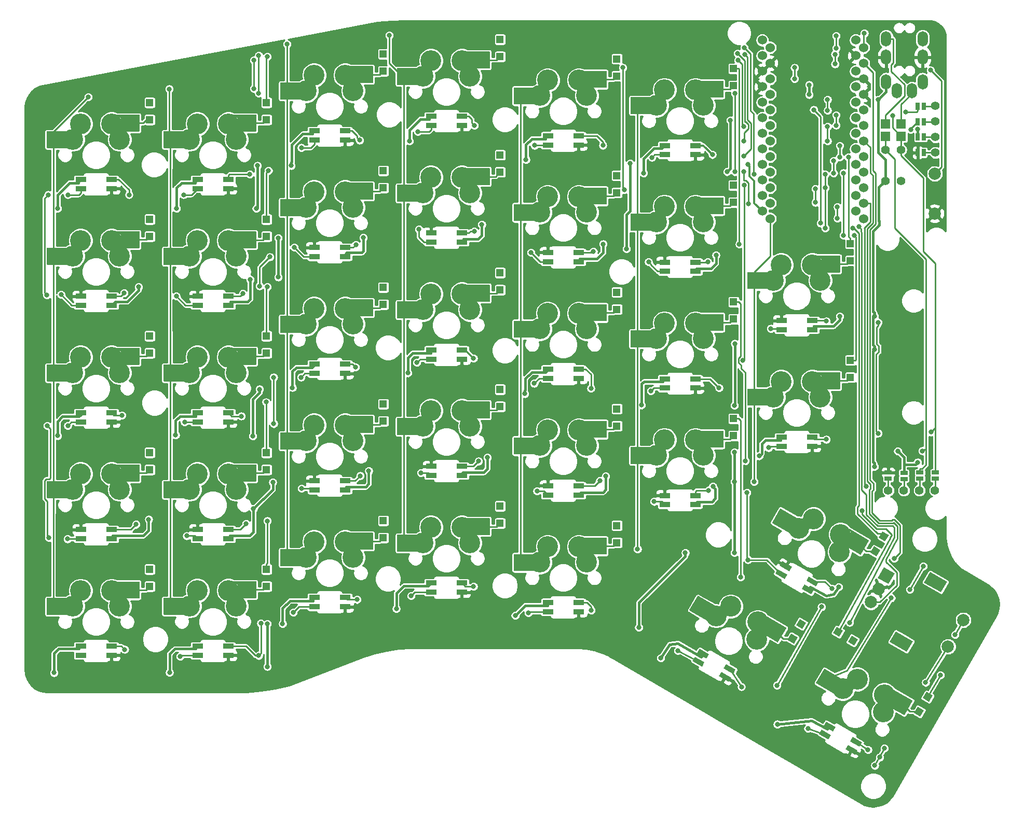
<source format=gbl>
G04 #@! TF.GenerationSoftware,KiCad,Pcbnew,(5.1.5)-3*
G04 #@! TF.CreationDate,2020-12-20T23:31:20-06:00*
G04 #@! TF.ProjectId,ZodiarkSplit,5a6f6469-6172-46b5-9370-6c69742e6b69,rev?*
G04 #@! TF.SameCoordinates,Original*
G04 #@! TF.FileFunction,Copper,L2,Bot*
G04 #@! TF.FilePolarity,Positive*
%FSLAX46Y46*%
G04 Gerber Fmt 4.6, Leading zero omitted, Abs format (unit mm)*
G04 Created by KiCad (PCBNEW (5.1.5)-3) date 2020-12-20 23:31:20*
%MOMM*%
%LPD*%
G04 APERTURE LIST*
%ADD10C,0.100000*%
%ADD11C,2.000000*%
%ADD12R,1.143000X0.635000*%
%ADD13C,1.397000*%
%ADD14R,0.635000X1.143000*%
%ADD15R,1.800000X0.820000*%
%ADD16C,3.400000*%
%ADD17O,1.700000X2.500000*%
%ADD18R,1.200000X1.200000*%
%ADD19C,1.524000*%
%ADD20R,1.524000X1.524000*%
%ADD21C,0.800000*%
%ADD22C,0.250000*%
%ADD23C,0.381000*%
%ADD24C,0.304800*%
%ADD25C,0.254000*%
G04 APERTURE END LIST*
G04 #@! TA.AperFunction,ComponentPad*
D10*
G36*
X168013784Y-138913461D02*
G01*
X169013784Y-137181411D01*
X170745834Y-138181411D01*
X169745834Y-139913461D01*
X168013784Y-138913461D01*
G37*
G04 #@! TD.AperFunction*
D11*
X168129809Y-140712500D03*
X166879809Y-142877564D03*
G04 #@! TA.AperFunction,WasherPad*
D10*
G36*
X175539359Y-139678783D02*
G01*
X176539359Y-137946733D01*
X179310641Y-139546733D01*
X178310641Y-141278783D01*
X175539359Y-139678783D01*
G37*
G04 #@! TD.AperFunction*
G04 #@! TA.AperFunction,WasherPad*
G36*
X169939359Y-149378267D02*
G01*
X170939359Y-147646217D01*
X173710641Y-149246217D01*
X172710641Y-150978267D01*
X169939359Y-149378267D01*
G37*
G04 #@! TD.AperFunction*
D11*
X181937178Y-145797436D03*
X179437178Y-150127564D03*
D12*
X169700000Y-121699240D03*
X169700000Y-122700000D03*
X172250000Y-121749620D03*
X172250000Y-122750380D03*
X174850000Y-121700000D03*
X174850000Y-122700760D03*
X177400000Y-121699620D03*
X177400000Y-122700380D03*
D13*
X177323750Y-124618750D03*
X174783750Y-124618750D03*
X172243750Y-124618750D03*
X169703750Y-124618750D03*
D14*
X174519620Y-69470000D03*
X175520380Y-69470000D03*
X174509620Y-66920000D03*
X175510380Y-66920000D03*
X174509620Y-64440000D03*
X175510380Y-64440000D03*
X174499620Y-61890000D03*
X175500380Y-61890000D03*
G04 #@! TA.AperFunction,SMDPad,CuDef*
D10*
G36*
X139731859Y-152688199D02*
G01*
X139321859Y-153398339D01*
X137763013Y-152498339D01*
X138173013Y-151788199D01*
X139731859Y-152688199D01*
G37*
G04 #@! TD.AperFunction*
G04 #@! TA.AperFunction,SMDPad,CuDef*
G36*
X144061987Y-155188199D02*
G01*
X143651987Y-155898339D01*
X142093141Y-154998339D01*
X142503141Y-154288199D01*
X144061987Y-155188199D01*
G37*
G04 #@! TD.AperFunction*
G04 #@! TA.AperFunction,SMDPad,CuDef*
G36*
X140481859Y-151389161D02*
G01*
X140071859Y-152099301D01*
X138513013Y-151199301D01*
X138923013Y-150489161D01*
X140481859Y-151389161D01*
G37*
G04 #@! TD.AperFunction*
G04 #@! TA.AperFunction,SMDPad,CuDef*
G36*
X144811987Y-153889161D02*
G01*
X144401987Y-154599301D01*
X142843141Y-153699301D01*
X143253141Y-152989161D01*
X144811987Y-153889161D01*
G37*
G04 #@! TD.AperFunction*
G04 #@! TA.AperFunction,SMDPad,CuDef*
G36*
X160369359Y-164594449D02*
G01*
X159959359Y-165304589D01*
X158400513Y-164404589D01*
X158810513Y-163694449D01*
X160369359Y-164594449D01*
G37*
G04 #@! TD.AperFunction*
G04 #@! TA.AperFunction,SMDPad,CuDef*
G36*
X164699487Y-167094449D02*
G01*
X164289487Y-167804589D01*
X162730641Y-166904589D01*
X163140641Y-166194449D01*
X164699487Y-167094449D01*
G37*
G04 #@! TD.AperFunction*
G04 #@! TA.AperFunction,SMDPad,CuDef*
G36*
X161119359Y-163295411D02*
G01*
X160709359Y-164005551D01*
X159150513Y-163105551D01*
X159560513Y-162395411D01*
X161119359Y-163295411D01*
G37*
G04 #@! TD.AperFunction*
G04 #@! TA.AperFunction,SMDPad,CuDef*
G36*
X165449487Y-165795411D02*
G01*
X165039487Y-166505551D01*
X163480641Y-165605551D01*
X163890641Y-164895411D01*
X165449487Y-165795411D01*
G37*
G04 #@! TD.AperFunction*
D15*
X133231250Y-107906250D03*
X138231250Y-107906250D03*
X133231250Y-106406250D03*
X138231250Y-106406250D03*
X152281250Y-117431250D03*
X157281250Y-117431250D03*
X152281250Y-115931250D03*
X157281250Y-115931250D03*
X133231250Y-69806250D03*
X138231250Y-69806250D03*
X133231250Y-68306250D03*
X138231250Y-68306250D03*
X114181250Y-144418750D03*
X119181250Y-144418750D03*
X114181250Y-142918750D03*
X119181250Y-142918750D03*
G04 #@! TA.AperFunction,SMDPad,CuDef*
D10*
G36*
X156336891Y-139411801D02*
G01*
X156746891Y-138701661D01*
X158305737Y-139601661D01*
X157895737Y-140311801D01*
X156336891Y-139411801D01*
G37*
G04 #@! TD.AperFunction*
G04 #@! TA.AperFunction,SMDPad,CuDef*
G36*
X152006763Y-136911801D02*
G01*
X152416763Y-136201661D01*
X153975609Y-137101661D01*
X153565609Y-137811801D01*
X152006763Y-136911801D01*
G37*
G04 #@! TD.AperFunction*
G04 #@! TA.AperFunction,SMDPad,CuDef*
G36*
X155586891Y-140710839D02*
G01*
X155996891Y-140000699D01*
X157555737Y-140900699D01*
X157145737Y-141610839D01*
X155586891Y-140710839D01*
G37*
G04 #@! TD.AperFunction*
G04 #@! TA.AperFunction,SMDPad,CuDef*
G36*
X151256763Y-138210839D02*
G01*
X151666763Y-137500699D01*
X153225609Y-138400699D01*
X152815609Y-139110839D01*
X151256763Y-138210839D01*
G37*
G04 #@! TD.AperFunction*
D15*
X114181250Y-106318750D03*
X119181250Y-106318750D03*
X114181250Y-104818750D03*
X119181250Y-104818750D03*
X157281250Y-96881250D03*
X152281250Y-96881250D03*
X157281250Y-98381250D03*
X152281250Y-98381250D03*
X114181250Y-68218750D03*
X119181250Y-68218750D03*
X114181250Y-66718750D03*
X119181250Y-66718750D03*
X95131250Y-141243750D03*
X100131250Y-141243750D03*
X95131250Y-139743750D03*
X100131250Y-139743750D03*
X138231250Y-125456250D03*
X133231250Y-125456250D03*
X138231250Y-126956250D03*
X133231250Y-126956250D03*
X95131250Y-103187500D03*
X100131250Y-103187500D03*
X95131250Y-101687500D03*
X100131250Y-101687500D03*
X138231250Y-87356250D03*
X133231250Y-87356250D03*
X138231250Y-88856250D03*
X133231250Y-88856250D03*
X95131250Y-65043750D03*
X100131250Y-65043750D03*
X95131250Y-63543750D03*
X100131250Y-63543750D03*
X76081250Y-143625000D03*
X81081250Y-143625000D03*
X76081250Y-142125000D03*
X81081250Y-142125000D03*
X119181250Y-123868750D03*
X114181250Y-123868750D03*
X119181250Y-125368750D03*
X114181250Y-125368750D03*
X76081250Y-105525000D03*
X81081250Y-105525000D03*
X76081250Y-104025000D03*
X81081250Y-104025000D03*
X119181250Y-85768750D03*
X114181250Y-85768750D03*
X119181250Y-87268750D03*
X114181250Y-87268750D03*
X76081250Y-67425000D03*
X81081250Y-67425000D03*
X76081250Y-65925000D03*
X81081250Y-65925000D03*
X57031250Y-151562500D03*
X62031250Y-151562500D03*
X57031250Y-150062500D03*
X62031250Y-150062500D03*
X100131250Y-120693750D03*
X95131250Y-120693750D03*
X100131250Y-122193750D03*
X95131250Y-122193750D03*
X57031250Y-113462500D03*
X62031250Y-113462500D03*
X57031250Y-111962500D03*
X62031250Y-111962500D03*
X100131250Y-82593750D03*
X95131250Y-82593750D03*
X100131250Y-84093750D03*
X95131250Y-84093750D03*
X57031250Y-75362500D03*
X62031250Y-75362500D03*
X57031250Y-73862500D03*
X62031250Y-73862500D03*
X37981250Y-151562500D03*
X42981250Y-151562500D03*
X37981250Y-150062500D03*
X42981250Y-150062500D03*
X81081250Y-123075000D03*
X76081250Y-123075000D03*
X81081250Y-124575000D03*
X76081250Y-124575000D03*
X37981250Y-113462500D03*
X42981250Y-113462500D03*
X37981250Y-111962500D03*
X42981250Y-111962500D03*
X81081250Y-84975000D03*
X76081250Y-84975000D03*
X81081250Y-86475000D03*
X76081250Y-86475000D03*
X37981250Y-75362500D03*
X42981250Y-75362500D03*
X37981250Y-73862500D03*
X42981250Y-73862500D03*
X62031250Y-131012500D03*
X57031250Y-131012500D03*
X62031250Y-132512500D03*
X57031250Y-132512500D03*
X42981250Y-131012500D03*
X37981250Y-131012500D03*
X42981250Y-132512500D03*
X37981250Y-132512500D03*
X62031250Y-92912500D03*
X57031250Y-92912500D03*
X62031250Y-94412500D03*
X57031250Y-94412500D03*
X42981250Y-92912500D03*
X37981250Y-92912500D03*
X42981250Y-94412500D03*
X37981250Y-94412500D03*
D16*
X152241250Y-106838750D03*
X150971250Y-109378750D03*
X158591250Y-109378750D03*
X157321250Y-106838750D03*
G04 #@! TA.AperFunction,ComponentPad*
D10*
G36*
X152254809Y-105183389D02*
G01*
X152257908Y-105183414D01*
X152412075Y-105192167D01*
X152413120Y-105192233D01*
X152416270Y-105192611D01*
X152419362Y-105192939D01*
X152571938Y-105216695D01*
X152572972Y-105216863D01*
X152576058Y-105217544D01*
X152579115Y-105218174D01*
X152728645Y-105256706D01*
X152729657Y-105256974D01*
X152732641Y-105257946D01*
X152735643Y-105258878D01*
X152880687Y-105311814D01*
X152880699Y-105311818D01*
X152880712Y-105311823D01*
X152881682Y-105312184D01*
X152884620Y-105313471D01*
X152887452Y-105314664D01*
X153026650Y-105381505D01*
X153027591Y-105381964D01*
X153030392Y-105383532D01*
X153033093Y-105384996D01*
X153165097Y-105465098D01*
X153165103Y-105465101D01*
X153165104Y-105465102D01*
X153165996Y-105465651D01*
X153168589Y-105467457D01*
X153171175Y-105469204D01*
X153294739Y-105561809D01*
X153295572Y-105562443D01*
X153297959Y-105564478D01*
X153300381Y-105566485D01*
X153414319Y-105670706D01*
X153415087Y-105671418D01*
X153417276Y-105673689D01*
X153419478Y-105675910D01*
X153522691Y-105790742D01*
X153522701Y-105790752D01*
X153522711Y-105790764D01*
X153523396Y-105791536D01*
X153525359Y-105794017D01*
X153527328Y-105796435D01*
X153618853Y-105920802D01*
X153619468Y-105921649D01*
X153621202Y-105924345D01*
X153622902Y-105926909D01*
X153701854Y-106059613D01*
X153702383Y-106060516D01*
X153703833Y-106063343D01*
X153705288Y-106066085D01*
X153770905Y-106205845D01*
X153770914Y-106205861D01*
X153770922Y-106205881D01*
X153771352Y-106206812D01*
X153772513Y-106209752D01*
X153773700Y-106212639D01*
X153825372Y-106358152D01*
X153825716Y-106359141D01*
X153826587Y-106362188D01*
X153827484Y-106365168D01*
X153864710Y-106515028D01*
X153864955Y-106516046D01*
X153865519Y-106519135D01*
X153866127Y-106522218D01*
X153888551Y-106674996D01*
X153888696Y-106676033D01*
X153888956Y-106679162D01*
X153889260Y-106682288D01*
X153896669Y-106836526D01*
X153896712Y-106837572D01*
X153896665Y-106840732D01*
X153896662Y-106843853D01*
X153888985Y-106998076D01*
X153888926Y-106999121D01*
X153888572Y-107002252D01*
X153888264Y-107005368D01*
X153865574Y-107158107D01*
X153865413Y-107159141D01*
X153864747Y-107162262D01*
X153864144Y-107165293D01*
X153826658Y-107315088D01*
X153826397Y-107316102D01*
X153825432Y-107319137D01*
X153824534Y-107322101D01*
X153772609Y-107467524D01*
X153772251Y-107468508D01*
X153770998Y-107471425D01*
X153769811Y-107474297D01*
X153703943Y-107613957D01*
X153703490Y-107614901D01*
X153701947Y-107617703D01*
X153700497Y-107620424D01*
X153621314Y-107752992D01*
X153620771Y-107753887D01*
X153618979Y-107756500D01*
X153617255Y-107759090D01*
X153525515Y-107883299D01*
X153524887Y-107884137D01*
X153522851Y-107886559D01*
X153520879Y-107888973D01*
X153417455Y-108003636D01*
X153416749Y-108004409D01*
X153414488Y-108006619D01*
X153412288Y-108008831D01*
X153298179Y-108112844D01*
X153298169Y-108112854D01*
X153298157Y-108112864D01*
X153297390Y-108113554D01*
X153294949Y-108115513D01*
X153292519Y-108117520D01*
X153168794Y-108209911D01*
X153167951Y-108210532D01*
X153165260Y-108212290D01*
X153162715Y-108214003D01*
X153030564Y-108293879D01*
X153029664Y-108294415D01*
X153026854Y-108295881D01*
X153024115Y-108297359D01*
X152884802Y-108363958D01*
X152883854Y-108364403D01*
X152880901Y-108365593D01*
X152878045Y-108366791D01*
X152732903Y-108419475D01*
X152732897Y-108419478D01*
X152732889Y-108419480D01*
X152731910Y-108419829D01*
X152728861Y-108420724D01*
X152725895Y-108421639D01*
X152576303Y-108459909D01*
X152576298Y-108459910D01*
X152576292Y-108459911D01*
X152575281Y-108460163D01*
X152572148Y-108460758D01*
X152569118Y-108461377D01*
X152416502Y-108484868D01*
X152415466Y-108485020D01*
X152412706Y-108485269D01*
X152409933Y-108485585D01*
X152342049Y-108489975D01*
X152361363Y-108518148D01*
X152361949Y-108519015D01*
X152363580Y-108521747D01*
X152365206Y-108524387D01*
X152438703Y-108657898D01*
X152438708Y-108657906D01*
X152438708Y-108657907D01*
X152439207Y-108658827D01*
X152440561Y-108661701D01*
X152441924Y-108664491D01*
X152502047Y-108804545D01*
X152502454Y-108805510D01*
X152503531Y-108808529D01*
X152504605Y-108811412D01*
X152550774Y-108956666D01*
X152551085Y-108957666D01*
X152551864Y-108960782D01*
X152552650Y-108963750D01*
X152584423Y-109112815D01*
X152584635Y-109113841D01*
X152585098Y-109116966D01*
X152585599Y-109120047D01*
X152602675Y-109271503D01*
X152602785Y-109272544D01*
X152602940Y-109275683D01*
X152603139Y-109278815D01*
X152605355Y-109431212D01*
X152605363Y-109432259D01*
X152605211Y-109435401D01*
X152605104Y-109438536D01*
X152592437Y-109590423D01*
X152592343Y-109591466D01*
X152591886Y-109594572D01*
X152591472Y-109597687D01*
X152564044Y-109747614D01*
X152563848Y-109748642D01*
X152563080Y-109751733D01*
X152562374Y-109754749D01*
X152520450Y-109901268D01*
X152520447Y-109901282D01*
X152520442Y-109901297D01*
X152520152Y-109902288D01*
X152519082Y-109905299D01*
X152518089Y-109908220D01*
X152462063Y-110049963D01*
X152461672Y-110050934D01*
X152460321Y-110053809D01*
X152459040Y-110056638D01*
X152389449Y-110192238D01*
X152388965Y-110193167D01*
X152387338Y-110195899D01*
X152385789Y-110198586D01*
X152303298Y-110326747D01*
X152302725Y-110327624D01*
X152300871Y-110330142D01*
X152299036Y-110332708D01*
X152204432Y-110452208D01*
X152203776Y-110453025D01*
X152201678Y-110455358D01*
X152199608Y-110457725D01*
X152093795Y-110567423D01*
X152093063Y-110568171D01*
X152090748Y-110570287D01*
X152088456Y-110572442D01*
X151972444Y-110671291D01*
X151971642Y-110671964D01*
X151969107Y-110673863D01*
X151966641Y-110675764D01*
X151841536Y-110762822D01*
X151840673Y-110763414D01*
X151837968Y-110765054D01*
X151835324Y-110766708D01*
X151702330Y-110841135D01*
X151702322Y-110841140D01*
X151702312Y-110841145D01*
X151701404Y-110841646D01*
X151698560Y-110843010D01*
X151695760Y-110844402D01*
X151556128Y-110905501D01*
X151555166Y-110905914D01*
X151552218Y-110906989D01*
X151549279Y-110908107D01*
X151404351Y-110955289D01*
X151403353Y-110955606D01*
X151400296Y-110956393D01*
X151397281Y-110957214D01*
X151248441Y-110990028D01*
X151247417Y-110990247D01*
X151244249Y-110990739D01*
X151241216Y-110991254D01*
X151089887Y-111009386D01*
X151089882Y-111009386D01*
X151088844Y-111009504D01*
X151085695Y-111009682D01*
X151082575Y-111009902D01*
X150930197Y-111013181D01*
X150929150Y-111013196D01*
X150925982Y-111013065D01*
X150922872Y-111012980D01*
X150770900Y-111001374D01*
X150769857Y-111001288D01*
X150766697Y-111000846D01*
X150763630Y-111000460D01*
X150613519Y-110974080D01*
X150613515Y-110974080D01*
X150613511Y-110974079D01*
X150612486Y-110973892D01*
X150609431Y-110973155D01*
X150606369Y-110972461D01*
X150459545Y-110931557D01*
X150458538Y-110931269D01*
X150455557Y-110930233D01*
X150452591Y-110929248D01*
X150310460Y-110874213D01*
X150309487Y-110873828D01*
X150306626Y-110872508D01*
X150303764Y-110871236D01*
X150167682Y-110802593D01*
X150166751Y-110802115D01*
X150164039Y-110800526D01*
X150161309Y-110798978D01*
X150032575Y-110717384D01*
X150031695Y-110716817D01*
X150029140Y-110714963D01*
X150026586Y-110713164D01*
X149906427Y-110619396D01*
X149905606Y-110618747D01*
X149903228Y-110616638D01*
X149900877Y-110614611D01*
X149790443Y-110509566D01*
X149789690Y-110508840D01*
X149787531Y-110506511D01*
X149785388Y-110504263D01*
X149685730Y-110388943D01*
X149685051Y-110388146D01*
X149683129Y-110385617D01*
X149681216Y-110383171D01*
X149593288Y-110258678D01*
X149592690Y-110257818D01*
X149591048Y-110255153D01*
X149589358Y-110252493D01*
X149513999Y-110120012D01*
X149513487Y-110119098D01*
X149512097Y-110116251D01*
X149510691Y-110113473D01*
X149448620Y-109974271D01*
X149448200Y-109973312D01*
X149447097Y-109970353D01*
X149445966Y-109967442D01*
X149397773Y-109822847D01*
X149397449Y-109821851D01*
X149396650Y-109818835D01*
X149395798Y-109815790D01*
X149361946Y-109667183D01*
X149361721Y-109666161D01*
X149361217Y-109663059D01*
X149360670Y-109659968D01*
X149341481Y-109508765D01*
X149341356Y-109507726D01*
X149341158Y-109504598D01*
X149340914Y-109501460D01*
X149336572Y-109349108D01*
X149336560Y-109348493D01*
X149486616Y-109348493D01*
X149490750Y-109493527D01*
X149509013Y-109637438D01*
X149541238Y-109778900D01*
X149587112Y-109916539D01*
X149646193Y-110049032D01*
X149717923Y-110175134D01*
X149801621Y-110293639D01*
X149896484Y-110403411D01*
X150001602Y-110503400D01*
X150115971Y-110592649D01*
X150238517Y-110670321D01*
X150368038Y-110735655D01*
X150503333Y-110788043D01*
X150643096Y-110826980D01*
X150785981Y-110852089D01*
X150930631Y-110863136D01*
X151075690Y-110860015D01*
X151219728Y-110842756D01*
X151361403Y-110811522D01*
X151499355Y-110766611D01*
X151632268Y-110708453D01*
X151758868Y-110637604D01*
X151877951Y-110554737D01*
X151988379Y-110460648D01*
X152089098Y-110356232D01*
X152179150Y-110242480D01*
X152257673Y-110120485D01*
X152323914Y-109991411D01*
X152377243Y-109856492D01*
X152417150Y-109717022D01*
X152443260Y-109574303D01*
X152455318Y-109429720D01*
X152453208Y-109284666D01*
X152436953Y-109140493D01*
X152406711Y-108998608D01*
X152362764Y-108860345D01*
X152305538Y-108727039D01*
X152235576Y-108599947D01*
X152151464Y-108477254D01*
X152150877Y-108476386D01*
X152147122Y-108470095D01*
X152143999Y-108463466D01*
X152141537Y-108456564D01*
X152139760Y-108449455D01*
X152138685Y-108442207D01*
X152138322Y-108434889D01*
X152138677Y-108427570D01*
X152139743Y-108420321D01*
X152141512Y-108413210D01*
X152143966Y-108406305D01*
X152147082Y-108399674D01*
X152150830Y-108393377D01*
X152155175Y-108387477D01*
X152160074Y-108382029D01*
X152165484Y-108377085D01*
X152171348Y-108372692D01*
X152177614Y-108368893D01*
X152184220Y-108365723D01*
X152191104Y-108363213D01*
X152198200Y-108361386D01*
X152205441Y-108360261D01*
X152212756Y-108359848D01*
X152220078Y-108360151D01*
X152227334Y-108361166D01*
X152231998Y-108362292D01*
X152235801Y-108359090D01*
X152241840Y-108354939D01*
X152248255Y-108351398D01*
X152254985Y-108348500D01*
X152261964Y-108346272D01*
X152269129Y-108344736D01*
X152276410Y-108343906D01*
X152396955Y-108336110D01*
X152542675Y-108313681D01*
X152685166Y-108277228D01*
X152823408Y-108227047D01*
X152956110Y-108163610D01*
X153081979Y-108087531D01*
X153199836Y-107999522D01*
X153308527Y-107900447D01*
X153407031Y-107791238D01*
X153494418Y-107672924D01*
X153569841Y-107546652D01*
X153632579Y-107413629D01*
X153682039Y-107275107D01*
X153717740Y-107132443D01*
X153739353Y-106986952D01*
X153746665Y-106840065D01*
X153739608Y-106693146D01*
X153718250Y-106547631D01*
X153682791Y-106404886D01*
X153633577Y-106266293D01*
X153571063Y-106133147D01*
X153495871Y-106006761D01*
X153408690Y-105888297D01*
X153310370Y-105778910D01*
X153201847Y-105679642D01*
X153084155Y-105591438D01*
X152958413Y-105515135D01*
X152825835Y-105451473D01*
X152687661Y-105401045D01*
X152545232Y-105364344D01*
X152399908Y-105341717D01*
X152253073Y-105333380D01*
X152106110Y-105339412D01*
X151960446Y-105359754D01*
X151817470Y-105394212D01*
X151678523Y-105442463D01*
X151544947Y-105504044D01*
X151418035Y-105578354D01*
X151298970Y-105664703D01*
X151188898Y-105762259D01*
X151088876Y-105870084D01*
X150999847Y-105987165D01*
X150922676Y-106112361D01*
X150858084Y-106244503D01*
X150806697Y-106382308D01*
X150769004Y-106524472D01*
X150745361Y-106669645D01*
X150736000Y-106816419D01*
X150741005Y-106963418D01*
X150760330Y-107109223D01*
X150793789Y-107252437D01*
X150841071Y-107391720D01*
X150901712Y-107525711D01*
X150975139Y-107653145D01*
X151062786Y-107775795D01*
X151063389Y-107776651D01*
X151067266Y-107782868D01*
X151070518Y-107789435D01*
X151073114Y-107796287D01*
X151075030Y-107803360D01*
X151076246Y-107810586D01*
X151076751Y-107817896D01*
X151076539Y-107825220D01*
X151075614Y-107832489D01*
X151073984Y-107839633D01*
X151071665Y-107846584D01*
X151068679Y-107853275D01*
X151065054Y-107859644D01*
X151060826Y-107865627D01*
X151056034Y-107871170D01*
X151050722Y-107876218D01*
X151044944Y-107880725D01*
X151038754Y-107884646D01*
X151032210Y-107887944D01*
X151025377Y-107890588D01*
X151018317Y-107892552D01*
X151011100Y-107893818D01*
X151003794Y-107894374D01*
X150996468Y-107894214D01*
X150989193Y-107893340D01*
X150988904Y-107893276D01*
X150984171Y-107893693D01*
X150846282Y-107899069D01*
X150702362Y-107918355D01*
X150561125Y-107951567D01*
X150423822Y-107998396D01*
X150291739Y-108058402D01*
X150166131Y-108131018D01*
X150048215Y-108215539D01*
X149939113Y-108311161D01*
X149839859Y-108416976D01*
X149751405Y-108531972D01*
X149674600Y-108655043D01*
X149610166Y-108785029D01*
X149558723Y-108920688D01*
X149520767Y-109060704D01*
X149496653Y-109203773D01*
X149486616Y-109348493D01*
X149336560Y-109348493D01*
X149336550Y-109348061D01*
X149336658Y-109344913D01*
X149336722Y-109341782D01*
X149347267Y-109189732D01*
X149347346Y-109188688D01*
X149347772Y-109185478D01*
X149348130Y-109182456D01*
X149373462Y-109032162D01*
X149373643Y-109031130D01*
X149374382Y-109027969D01*
X149375032Y-109025004D01*
X149414908Y-108877899D01*
X149415189Y-108876891D01*
X149416208Y-108873892D01*
X149417169Y-108870929D01*
X149471211Y-108728417D01*
X149471589Y-108727440D01*
X149472904Y-108724536D01*
X149474141Y-108721701D01*
X149541831Y-108585143D01*
X149542303Y-108584208D01*
X149543882Y-108581469D01*
X149545403Y-108578745D01*
X149626095Y-108449444D01*
X149626656Y-108448559D01*
X149628495Y-108445988D01*
X149630274Y-108443424D01*
X149723200Y-108322614D01*
X149723844Y-108321788D01*
X149725938Y-108319393D01*
X149727946Y-108317031D01*
X149832218Y-108205866D01*
X149832940Y-108205107D01*
X149835238Y-108202947D01*
X149837486Y-108200773D01*
X149952107Y-108100314D01*
X149952899Y-108099629D01*
X149955402Y-108097699D01*
X149957847Y-108095759D01*
X150081725Y-108006964D01*
X150082580Y-108006360D01*
X150085253Y-108004687D01*
X150087882Y-108002991D01*
X150219833Y-107926709D01*
X150220743Y-107926191D01*
X150223604Y-107924769D01*
X150226348Y-107923357D01*
X150365112Y-107860314D01*
X150366069Y-107859887D01*
X150369037Y-107858757D01*
X150371925Y-107857612D01*
X150516179Y-107808412D01*
X150517173Y-107808081D01*
X150520176Y-107807263D01*
X150523222Y-107806388D01*
X150671589Y-107771499D01*
X150672610Y-107771267D01*
X150675725Y-107770738D01*
X150678795Y-107770173D01*
X150829859Y-107749929D01*
X150830898Y-107749796D01*
X150833941Y-107749582D01*
X150836899Y-107749321D01*
X150858890Y-107748464D01*
X150850965Y-107737374D01*
X150850362Y-107736518D01*
X150848681Y-107733822D01*
X150847002Y-107731212D01*
X150769911Y-107597418D01*
X150769394Y-107596507D01*
X150767967Y-107593626D01*
X150766567Y-107590897D01*
X150702900Y-107450219D01*
X150702475Y-107449263D01*
X150701357Y-107446312D01*
X150700208Y-107443404D01*
X150650572Y-107297184D01*
X150650242Y-107296191D01*
X150649406Y-107293104D01*
X150648559Y-107290139D01*
X150613429Y-107139773D01*
X150613197Y-107138752D01*
X150612673Y-107135633D01*
X150612112Y-107132565D01*
X150591823Y-106979490D01*
X150591693Y-106978451D01*
X150591478Y-106975341D01*
X150591216Y-106972187D01*
X150585961Y-106817861D01*
X150585933Y-106816815D01*
X150586023Y-106813687D01*
X150586070Y-106810535D01*
X150595899Y-106656434D01*
X150595973Y-106655390D01*
X150596370Y-106652269D01*
X150596722Y-106649152D01*
X150621543Y-106496745D01*
X150621718Y-106495713D01*
X150622427Y-106492605D01*
X150623073Y-106489580D01*
X150662647Y-106340322D01*
X150662922Y-106339312D01*
X150663926Y-106336304D01*
X150664869Y-106333339D01*
X150718815Y-106188667D01*
X150718819Y-106188656D01*
X150718824Y-106188643D01*
X150719192Y-106187677D01*
X150720485Y-106184779D01*
X150721712Y-106181924D01*
X150789523Y-106043196D01*
X150789989Y-106042259D01*
X150791549Y-106039518D01*
X150793059Y-106036777D01*
X150874076Y-105905344D01*
X150874084Y-105905329D01*
X150874095Y-105905313D01*
X150874640Y-105904441D01*
X150876444Y-105901888D01*
X150878229Y-105899286D01*
X150971694Y-105776372D01*
X150972334Y-105775543D01*
X150974397Y-105773157D01*
X150976410Y-105770762D01*
X151081414Y-105657566D01*
X151081424Y-105657555D01*
X151081436Y-105657543D01*
X151082142Y-105656792D01*
X151084423Y-105654623D01*
X151086664Y-105652433D01*
X151202224Y-105550013D01*
X151203012Y-105549324D01*
X151205514Y-105547373D01*
X151207939Y-105545426D01*
X151332942Y-105454772D01*
X151333794Y-105454163D01*
X151336512Y-105452442D01*
X151339077Y-105450766D01*
X151472319Y-105372749D01*
X151472328Y-105372743D01*
X151472339Y-105372738D01*
X151473236Y-105372220D01*
X151476037Y-105370808D01*
X151478825Y-105369353D01*
X151619056Y-105304706D01*
X151620010Y-105304274D01*
X151622932Y-105303143D01*
X151625853Y-105301966D01*
X151771721Y-105251311D01*
X151772713Y-105250975D01*
X151775748Y-105250130D01*
X151778753Y-105249249D01*
X151928870Y-105213070D01*
X151929889Y-105212831D01*
X151933034Y-105212279D01*
X151936069Y-105211703D01*
X152088996Y-105190347D01*
X152088999Y-105190346D01*
X152089002Y-105190346D01*
X152090038Y-105190208D01*
X152093190Y-105189968D01*
X152096297Y-105189688D01*
X152250580Y-105183356D01*
X152250582Y-105183356D01*
X152251628Y-105183320D01*
X152254809Y-105183389D01*
G37*
G04 #@! TD.AperFunction*
G04 #@! TA.AperFunction,ComponentPad*
G36*
X158468540Y-111009086D02*
G01*
X158467494Y-111009049D01*
X158464324Y-111008759D01*
X158461234Y-111008519D01*
X158310033Y-110989330D01*
X158308995Y-110989191D01*
X158305916Y-110988602D01*
X158302818Y-110988054D01*
X158154210Y-110954202D01*
X158153191Y-110953962D01*
X158150159Y-110953068D01*
X158147154Y-110952227D01*
X158002558Y-110904035D01*
X158001567Y-110903697D01*
X157998603Y-110902498D01*
X157995729Y-110901381D01*
X157856527Y-110839310D01*
X157855574Y-110838877D01*
X157852772Y-110837410D01*
X157849988Y-110836002D01*
X157717508Y-110760642D01*
X157716601Y-110760118D01*
X157713945Y-110758378D01*
X157711324Y-110756712D01*
X157586829Y-110668784D01*
X157585977Y-110668174D01*
X157583506Y-110666185D01*
X157581057Y-110664270D01*
X157465737Y-110564614D01*
X157464950Y-110563924D01*
X157462705Y-110561723D01*
X157460433Y-110559557D01*
X157355388Y-110449122D01*
X157354672Y-110448359D01*
X157352638Y-110445932D01*
X157350604Y-110443573D01*
X157256837Y-110323416D01*
X157256198Y-110322586D01*
X157254420Y-110319986D01*
X157252616Y-110317426D01*
X157171022Y-110188690D01*
X157170468Y-110187802D01*
X157168938Y-110185016D01*
X157167407Y-110182317D01*
X157098770Y-110046244D01*
X157098765Y-110046236D01*
X157098765Y-110046235D01*
X157098299Y-110045297D01*
X157097066Y-110042414D01*
X157095788Y-110039540D01*
X157040752Y-109897409D01*
X157040381Y-109896430D01*
X157039437Y-109893448D01*
X157038443Y-109890455D01*
X156997540Y-109743632D01*
X156997266Y-109742621D01*
X156996616Y-109739552D01*
X156995921Y-109736486D01*
X156969540Y-109586372D01*
X156969366Y-109585340D01*
X156969015Y-109582195D01*
X156968626Y-109579101D01*
X156957020Y-109427129D01*
X156956947Y-109426084D01*
X156956905Y-109422933D01*
X156956819Y-109419804D01*
X156960098Y-109267425D01*
X156960128Y-109266379D01*
X156960395Y-109263222D01*
X156960614Y-109260116D01*
X156978746Y-109108785D01*
X156978877Y-109107746D01*
X156979453Y-109104619D01*
X156979972Y-109101560D01*
X157012786Y-108952720D01*
X157013018Y-108951699D01*
X157013893Y-108948653D01*
X157014711Y-108945650D01*
X157061893Y-108800722D01*
X157062224Y-108799728D01*
X157063394Y-108796777D01*
X157064499Y-108793874D01*
X157125597Y-108654242D01*
X157126023Y-108653285D01*
X157127481Y-108650452D01*
X157128859Y-108647680D01*
X157203292Y-108514676D01*
X157203809Y-108513766D01*
X157205454Y-108511217D01*
X157207029Y-108508680D01*
X157220325Y-108489429D01*
X157121701Y-108482100D01*
X157120658Y-108482015D01*
X157117531Y-108481584D01*
X157114430Y-108481200D01*
X156962292Y-108454784D01*
X156961262Y-108454598D01*
X156958208Y-108453868D01*
X156955142Y-108453180D01*
X156806307Y-108412044D01*
X156805300Y-108411758D01*
X156802313Y-108410727D01*
X156799348Y-108409749D01*
X156655238Y-108354285D01*
X156654263Y-108353902D01*
X156651394Y-108352586D01*
X156648536Y-108351322D01*
X156510526Y-108282060D01*
X156509594Y-108281584D01*
X156506840Y-108279978D01*
X156504146Y-108278457D01*
X156373569Y-108196069D01*
X156373554Y-108196060D01*
X156373538Y-108196049D01*
X156372672Y-108195495D01*
X156370117Y-108193648D01*
X156367555Y-108191851D01*
X156245626Y-108097102D01*
X156244804Y-108096454D01*
X156242445Y-108094371D01*
X156240067Y-108092329D01*
X156127966Y-107986134D01*
X156127210Y-107985409D01*
X156125032Y-107983069D01*
X156122899Y-107980841D01*
X156021695Y-107864214D01*
X156021015Y-107863418D01*
X156019105Y-107860916D01*
X156017169Y-107858451D01*
X155927830Y-107732505D01*
X155927230Y-107731647D01*
X155925558Y-107728945D01*
X155923888Y-107726329D01*
X155847265Y-107592266D01*
X155846752Y-107591354D01*
X155845359Y-107588518D01*
X155843944Y-107585734D01*
X155780770Y-107444834D01*
X155780348Y-107443876D01*
X155779247Y-107440939D01*
X155778102Y-107438010D01*
X155728979Y-107291618D01*
X155728652Y-107290623D01*
X155727837Y-107287572D01*
X155726989Y-107284565D01*
X155692386Y-107134078D01*
X155692158Y-107133056D01*
X155691644Y-107129933D01*
X155691094Y-107126865D01*
X155671340Y-106973718D01*
X155671213Y-106972679D01*
X155671006Y-106969522D01*
X155670759Y-106966414D01*
X155666044Y-106812071D01*
X155666019Y-106811024D01*
X155666121Y-106807855D01*
X155666178Y-106804745D01*
X155676547Y-106650679D01*
X155676625Y-106649635D01*
X155677032Y-106646525D01*
X155677396Y-106643401D01*
X155702749Y-106491082D01*
X155702928Y-106490050D01*
X155703645Y-106486955D01*
X155704304Y-106483921D01*
X155744397Y-106334818D01*
X155744400Y-106334804D01*
X155744405Y-106334789D01*
X155744679Y-106333793D01*
X155745696Y-106330781D01*
X155746647Y-106327829D01*
X155801103Y-106183334D01*
X155801478Y-106182357D01*
X155802793Y-106179439D01*
X155804019Y-106176612D01*
X155872315Y-106038122D01*
X155872784Y-106037186D01*
X155874365Y-106034431D01*
X155875873Y-106031716D01*
X155957358Y-105900552D01*
X155957916Y-105899667D01*
X155959777Y-105897053D01*
X155961524Y-105894525D01*
X156055419Y-105771937D01*
X156056061Y-105771110D01*
X156058132Y-105768731D01*
X156060153Y-105766344D01*
X156165553Y-105653516D01*
X156165563Y-105653505D01*
X156165575Y-105653493D01*
X156166283Y-105652745D01*
X156168561Y-105650595D01*
X156170821Y-105648401D01*
X156286738Y-105546386D01*
X156287528Y-105545700D01*
X156290046Y-105543750D01*
X156292469Y-105541820D01*
X156417779Y-105451611D01*
X156417788Y-105451604D01*
X156417800Y-105451597D01*
X156418643Y-105450998D01*
X156421296Y-105449330D01*
X156423937Y-105447618D01*
X156557461Y-105370062D01*
X156558370Y-105369542D01*
X156561213Y-105368121D01*
X156563970Y-105366695D01*
X156704417Y-105302542D01*
X156704425Y-105302538D01*
X156704434Y-105302534D01*
X156705381Y-105302109D01*
X156708351Y-105300972D01*
X156711231Y-105299823D01*
X156857271Y-105249681D01*
X156857277Y-105249679D01*
X156857284Y-105249677D01*
X156858270Y-105249345D01*
X156861335Y-105248504D01*
X156864315Y-105247641D01*
X157014558Y-105211987D01*
X157015578Y-105211752D01*
X157018692Y-105211217D01*
X157021762Y-105210645D01*
X157174763Y-105189824D01*
X157174766Y-105189823D01*
X157174769Y-105189823D01*
X157175805Y-105189689D01*
X157178970Y-105189459D01*
X157182066Y-105189191D01*
X157336371Y-105183399D01*
X157336373Y-105183399D01*
X157337419Y-105183367D01*
X157340568Y-105183447D01*
X157343699Y-105183482D01*
X157497834Y-105192774D01*
X157497837Y-105192774D01*
X157498879Y-105192844D01*
X157502033Y-105193234D01*
X157505119Y-105193572D01*
X157657611Y-105217862D01*
X157658644Y-105218033D01*
X157661740Y-105218728D01*
X157664782Y-105219366D01*
X157814176Y-105258420D01*
X157815187Y-105258692D01*
X157818180Y-105259679D01*
X157821166Y-105260618D01*
X157966037Y-105314064D01*
X157967017Y-105314433D01*
X157969928Y-105315719D01*
X157972780Y-105316933D01*
X158111743Y-105384261D01*
X158112682Y-105384724D01*
X158115438Y-105386280D01*
X158118173Y-105387774D01*
X158249904Y-105468341D01*
X158250793Y-105468893D01*
X158253382Y-105470709D01*
X158255961Y-105472465D01*
X158379200Y-105565502D01*
X158380031Y-105566138D01*
X158382434Y-105568202D01*
X158384825Y-105570197D01*
X158498398Y-105674816D01*
X158499163Y-105675531D01*
X158501334Y-105677799D01*
X158503538Y-105680038D01*
X158606360Y-105795241D01*
X158607052Y-105796027D01*
X158609028Y-105798543D01*
X158610966Y-105800940D01*
X158702055Y-105925627D01*
X158702667Y-105926476D01*
X158704370Y-105929144D01*
X158706083Y-105931747D01*
X158784570Y-106064727D01*
X158785096Y-106065633D01*
X158786524Y-106068442D01*
X158787982Y-106071212D01*
X158853118Y-106211216D01*
X158853553Y-106212168D01*
X158854699Y-106215099D01*
X158855881Y-106218003D01*
X158907043Y-106363695D01*
X158907384Y-106364685D01*
X158908250Y-106367754D01*
X158909131Y-106370719D01*
X158945833Y-106520709D01*
X158946075Y-106521727D01*
X158946630Y-106524829D01*
X158947225Y-106527903D01*
X158969115Y-106680758D01*
X158969256Y-106681795D01*
X158969504Y-106684915D01*
X158969798Y-106688054D01*
X158976667Y-106842316D01*
X158976706Y-106843362D01*
X158976649Y-106846491D01*
X158976635Y-106849643D01*
X158968419Y-107003839D01*
X158968356Y-107004884D01*
X158967990Y-107008022D01*
X158967672Y-107011129D01*
X158944447Y-107163787D01*
X158944282Y-107164821D01*
X158943610Y-107167920D01*
X158942992Y-107170968D01*
X158904982Y-107320631D01*
X158904718Y-107321644D01*
X158903745Y-107324666D01*
X158902834Y-107327637D01*
X158850401Y-107472877D01*
X158850039Y-107473860D01*
X158848775Y-107476775D01*
X158847579Y-107479640D01*
X158781222Y-107619070D01*
X158780765Y-107620012D01*
X158779247Y-107622745D01*
X158777754Y-107625524D01*
X158703490Y-107748876D01*
X158736710Y-107750287D01*
X158737756Y-107750338D01*
X158740925Y-107750673D01*
X158744007Y-107750955D01*
X158894927Y-107772254D01*
X158895963Y-107772407D01*
X158899072Y-107773047D01*
X158902123Y-107773631D01*
X159050243Y-107809554D01*
X159051259Y-107809808D01*
X159054268Y-107810741D01*
X159057272Y-107811627D01*
X159201179Y-107861833D01*
X159202166Y-107862184D01*
X159205107Y-107863423D01*
X159207972Y-107864582D01*
X159346284Y-107928587D01*
X159346293Y-107928591D01*
X159346303Y-107928596D01*
X159347241Y-107929038D01*
X159350003Y-107930533D01*
X159352785Y-107931990D01*
X159484201Y-108009192D01*
X159485101Y-108009728D01*
X159487767Y-108011529D01*
X159490330Y-108013208D01*
X159613585Y-108102865D01*
X159614427Y-108103486D01*
X159616878Y-108105516D01*
X159619292Y-108107459D01*
X159733210Y-108208716D01*
X159733988Y-108209417D01*
X159736221Y-108211668D01*
X159738443Y-108213846D01*
X159841925Y-108325726D01*
X159841935Y-108325736D01*
X159841945Y-108325748D01*
X159842641Y-108326510D01*
X159844644Y-108328968D01*
X159846642Y-108331353D01*
X159938723Y-108452808D01*
X159939350Y-108453647D01*
X159941102Y-108456288D01*
X159942859Y-108458857D01*
X160022648Y-108588717D01*
X160023190Y-108589613D01*
X160024673Y-108592406D01*
X160026174Y-108595141D01*
X160092909Y-108732168D01*
X160093362Y-108733112D01*
X160094575Y-108736061D01*
X160095792Y-108738904D01*
X160148838Y-108881790D01*
X160149196Y-108882774D01*
X160150114Y-108885821D01*
X160151049Y-108888775D01*
X160189900Y-109036156D01*
X160190160Y-109037170D01*
X160190772Y-109040269D01*
X160191419Y-109043324D01*
X160215701Y-109193791D01*
X160215861Y-109194826D01*
X160216168Y-109197971D01*
X160216514Y-109201074D01*
X160225997Y-109353193D01*
X160226055Y-109354238D01*
X160226053Y-109357399D01*
X160226072Y-109358866D01*
X160076059Y-109358866D01*
X160067032Y-109214064D01*
X160043920Y-109070848D01*
X160006938Y-108930554D01*
X159956445Y-108794544D01*
X159892923Y-108664116D01*
X159816975Y-108540508D01*
X159729327Y-108424897D01*
X159630819Y-108318395D01*
X159522388Y-108222014D01*
X159405057Y-108136666D01*
X159279968Y-108063181D01*
X159148305Y-108002252D01*
X159011326Y-107954464D01*
X158870334Y-107920269D01*
X158726675Y-107899995D01*
X158578067Y-107893682D01*
X158577021Y-107893631D01*
X158573420Y-107893251D01*
X158571562Y-107893615D01*
X158564268Y-107894317D01*
X158556940Y-107894305D01*
X158549649Y-107893577D01*
X158542463Y-107892141D01*
X158535453Y-107890012D01*
X158528683Y-107887208D01*
X158522219Y-107883755D01*
X158516123Y-107879690D01*
X158510453Y-107875049D01*
X158505262Y-107869877D01*
X158500602Y-107864223D01*
X158496514Y-107858141D01*
X158493041Y-107851689D01*
X158490213Y-107844930D01*
X158488059Y-107837925D01*
X158486597Y-107830746D01*
X158485845Y-107823457D01*
X158485807Y-107816129D01*
X158486483Y-107808833D01*
X158487869Y-107801638D01*
X158489950Y-107794612D01*
X158492706Y-107787823D01*
X158496113Y-107781336D01*
X158500136Y-107775211D01*
X158571306Y-107677613D01*
X158647354Y-107551299D01*
X158710559Y-107418491D01*
X158760502Y-107280150D01*
X158796704Y-107137602D01*
X158818826Y-106992194D01*
X158826652Y-106845324D01*
X158820109Y-106698393D01*
X158799258Y-106552795D01*
X158764299Y-106409927D01*
X158715570Y-106271168D01*
X158653527Y-106137811D01*
X158578771Y-106011151D01*
X158492011Y-105892390D01*
X158394074Y-105782659D01*
X158285895Y-105683008D01*
X158168510Y-105594391D01*
X158043042Y-105517654D01*
X157910680Y-105453523D01*
X157772696Y-105402618D01*
X157630389Y-105365416D01*
X157485149Y-105342281D01*
X157338333Y-105333431D01*
X157191361Y-105338947D01*
X157045618Y-105358781D01*
X156902519Y-105392740D01*
X156763414Y-105440501D01*
X156629627Y-105501612D01*
X156502448Y-105575483D01*
X156383087Y-105661409D01*
X156272669Y-105758585D01*
X156172271Y-105866058D01*
X156082834Y-105982827D01*
X156005224Y-106107753D01*
X155940170Y-106239669D01*
X155888302Y-106377297D01*
X155850111Y-106519327D01*
X155825963Y-106664408D01*
X155816086Y-106811161D01*
X155820577Y-106958164D01*
X155839393Y-107104036D01*
X155872353Y-107247375D01*
X155919145Y-107386818D01*
X155979315Y-107521019D01*
X156052299Y-107648714D01*
X156137393Y-107768676D01*
X156233787Y-107879761D01*
X156340563Y-107980911D01*
X156456701Y-108071160D01*
X156581081Y-108149639D01*
X156712539Y-108215613D01*
X156849800Y-108268441D01*
X156991572Y-108307624D01*
X157136470Y-108332783D01*
X157286808Y-108343956D01*
X157287852Y-108344041D01*
X157295111Y-108345042D01*
X157302237Y-108346746D01*
X157309164Y-108349138D01*
X157315824Y-108352194D01*
X157322154Y-108355886D01*
X157328093Y-108360177D01*
X157330461Y-108362269D01*
X157336453Y-108360933D01*
X157343727Y-108360045D01*
X157351052Y-108359870D01*
X157358360Y-108360411D01*
X157365580Y-108361662D01*
X157372643Y-108363611D01*
X157379482Y-108366241D01*
X157386032Y-108369527D01*
X157392231Y-108373435D01*
X157398018Y-108377929D01*
X157403339Y-108382967D01*
X157408143Y-108388499D01*
X157412385Y-108394474D01*
X157416022Y-108400835D01*
X157419022Y-108407520D01*
X157421355Y-108414467D01*
X157423000Y-108421607D01*
X157423939Y-108428874D01*
X157424165Y-108436198D01*
X157423675Y-108443509D01*
X157422474Y-108450738D01*
X157420573Y-108457814D01*
X157417992Y-108464671D01*
X157414753Y-108471244D01*
X157410888Y-108477470D01*
X157332458Y-108591021D01*
X157261546Y-108717733D01*
X157203390Y-108850642D01*
X157158478Y-108988598D01*
X157127243Y-109130274D01*
X157109985Y-109274311D01*
X157106864Y-109419370D01*
X157117911Y-109564020D01*
X157143022Y-109706907D01*
X157181956Y-109846663D01*
X157234346Y-109981962D01*
X157299677Y-110111479D01*
X157377351Y-110234030D01*
X157466600Y-110348398D01*
X157566589Y-110453517D01*
X157676365Y-110548382D01*
X157794858Y-110632071D01*
X157920968Y-110703808D01*
X158053464Y-110762890D01*
X158191097Y-110808761D01*
X158332563Y-110840987D01*
X158476474Y-110859250D01*
X158621508Y-110863384D01*
X158766227Y-110853347D01*
X158909287Y-110829234D01*
X159049313Y-110791277D01*
X159184964Y-110739837D01*
X159314949Y-110675405D01*
X159438029Y-110598594D01*
X159553024Y-110510140D01*
X159658839Y-110410887D01*
X159754461Y-110301785D01*
X159838985Y-110183866D01*
X159911592Y-110058273D01*
X159971602Y-109926180D01*
X160018433Y-109788875D01*
X160051645Y-109647637D01*
X160070913Y-109503858D01*
X160076059Y-109358866D01*
X160226072Y-109358866D01*
X160226095Y-109360519D01*
X160220689Y-109512838D01*
X160220645Y-109513884D01*
X160220331Y-109517072D01*
X160220071Y-109520140D01*
X160199828Y-109671203D01*
X160199682Y-109672240D01*
X160199063Y-109675354D01*
X160198501Y-109678410D01*
X160163612Y-109826778D01*
X160163365Y-109827796D01*
X160162455Y-109830803D01*
X160161588Y-109833820D01*
X160112388Y-109978074D01*
X160112043Y-109979063D01*
X160110850Y-109981954D01*
X160109687Y-109984886D01*
X160046645Y-110123652D01*
X160046205Y-110124602D01*
X160044712Y-110127406D01*
X160043291Y-110130167D01*
X159967009Y-110262118D01*
X159966479Y-110263021D01*
X159964728Y-110265653D01*
X159963036Y-110268275D01*
X159874241Y-110392153D01*
X159873625Y-110393000D01*
X159871621Y-110395455D01*
X159869686Y-110397893D01*
X159769227Y-110512514D01*
X159768531Y-110513297D01*
X159766322Y-110515519D01*
X159764134Y-110517782D01*
X159652969Y-110622053D01*
X159652200Y-110622764D01*
X159649772Y-110624771D01*
X159647386Y-110626799D01*
X159526577Y-110719725D01*
X159525743Y-110720357D01*
X159523125Y-110722121D01*
X159520558Y-110723903D01*
X159391257Y-110804597D01*
X159390365Y-110805146D01*
X159387551Y-110806665D01*
X159384858Y-110808168D01*
X159248301Y-110875859D01*
X159247360Y-110876318D01*
X159244407Y-110877558D01*
X159241584Y-110878789D01*
X159099072Y-110932831D01*
X159098090Y-110933196D01*
X159095043Y-110934137D01*
X159092102Y-110935091D01*
X158944997Y-110974968D01*
X158943984Y-110975236D01*
X158940864Y-110975875D01*
X158937839Y-110976538D01*
X158787548Y-111001869D01*
X158787545Y-111001870D01*
X158787541Y-111001870D01*
X158786511Y-111002037D01*
X158783350Y-111002368D01*
X158780268Y-111002733D01*
X158628221Y-111013278D01*
X158628219Y-111013278D01*
X158627174Y-111013344D01*
X158624002Y-111013364D01*
X158620893Y-111013428D01*
X158468540Y-111009086D01*
G37*
G04 #@! TD.AperFunction*
G04 #@! TA.AperFunction,SMDPad,CuDef*
G36*
X149995882Y-108045191D02*
G01*
X150009951Y-108049459D01*
X150022918Y-108056390D01*
X150034283Y-108065717D01*
X150043610Y-108077082D01*
X150050541Y-108090049D01*
X150054809Y-108104118D01*
X150056250Y-108118750D01*
X150054809Y-108133382D01*
X150050541Y-108147451D01*
X150043610Y-108160418D01*
X150034283Y-108171783D01*
X150028102Y-108177315D01*
X149552360Y-108557908D01*
X149456769Y-109418231D01*
X149552479Y-110183913D01*
X149825677Y-110457111D01*
X150214791Y-110651668D01*
X150227234Y-110659500D01*
X150237909Y-110669610D01*
X150246407Y-110681608D01*
X150252401Y-110695033D01*
X150255661Y-110709370D01*
X150256061Y-110724067D01*
X150253587Y-110738559D01*
X150248332Y-110752291D01*
X150240500Y-110764734D01*
X150230390Y-110775409D01*
X150218392Y-110783907D01*
X150204967Y-110789901D01*
X150190630Y-110793161D01*
X150181250Y-110793750D01*
X146781250Y-110793750D01*
X146766618Y-110792309D01*
X146752549Y-110788041D01*
X146739582Y-110781110D01*
X146728217Y-110771783D01*
X146718890Y-110760418D01*
X146711959Y-110747451D01*
X146707691Y-110733382D01*
X146706250Y-110718750D01*
X146706250Y-108118750D01*
X146707691Y-108104118D01*
X146711959Y-108090049D01*
X146718890Y-108077082D01*
X146728217Y-108065717D01*
X146739582Y-108056390D01*
X146752549Y-108049459D01*
X146766618Y-108045191D01*
X146781250Y-108043750D01*
X149981250Y-108043750D01*
X149995882Y-108045191D01*
G37*
G04 #@! TD.AperFunction*
G04 #@! TA.AperFunction,SMDPad,CuDef*
G36*
X159466618Y-108092309D02*
G01*
X159451706Y-108087686D01*
X158751706Y-107787686D01*
X158738825Y-107780598D01*
X158727574Y-107771132D01*
X158718386Y-107759654D01*
X158711614Y-107746604D01*
X158707518Y-107732484D01*
X158706256Y-107717836D01*
X158707875Y-107703222D01*
X158711025Y-107692416D01*
X159003203Y-106913273D01*
X158811545Y-106050810D01*
X158531873Y-105677914D01*
X158147709Y-105485832D01*
X158135266Y-105478000D01*
X158124591Y-105467890D01*
X158116093Y-105455892D01*
X158110099Y-105442467D01*
X158106839Y-105428130D01*
X158106439Y-105413433D01*
X158108913Y-105398941D01*
X158114168Y-105385209D01*
X158122000Y-105372766D01*
X158132110Y-105362091D01*
X158144108Y-105353593D01*
X158157533Y-105347599D01*
X158171870Y-105344339D01*
X158181250Y-105343750D01*
X161781250Y-105343750D01*
X161795882Y-105345191D01*
X161809951Y-105349459D01*
X161822918Y-105356390D01*
X161834283Y-105365717D01*
X161843610Y-105377082D01*
X161850541Y-105390049D01*
X161854809Y-105404118D01*
X161856250Y-105418750D01*
X161856250Y-108018750D01*
X161854809Y-108033382D01*
X161850541Y-108047451D01*
X161843610Y-108060418D01*
X161834283Y-108071783D01*
X161822918Y-108081110D01*
X161809951Y-108088041D01*
X161795882Y-108092309D01*
X161781250Y-108093750D01*
X159481250Y-108093750D01*
X159466618Y-108092309D01*
G37*
G04 #@! TD.AperFunction*
D17*
X171100000Y-59400000D03*
X175300000Y-57900000D03*
X175300000Y-53900000D03*
X175300000Y-50900000D03*
X169350000Y-53900000D03*
X169350000Y-50900000D03*
X173550000Y-59400000D03*
X169350000Y-57900000D03*
G04 #@! TA.AperFunction,ComponentPad*
D10*
G36*
X175899135Y-157511699D02*
G01*
X176938365Y-158111699D01*
X176338365Y-159150929D01*
X175299135Y-158550929D01*
X175899135Y-157511699D01*
G37*
G04 #@! TD.AperFunction*
G04 #@! TA.AperFunction,ComponentPad*
G36*
X174499135Y-159936571D02*
G01*
X175538365Y-160536571D01*
X174938365Y-161575801D01*
X173899135Y-160975801D01*
X174499135Y-159936571D01*
G37*
G04 #@! TD.AperFunction*
G04 #@! TA.AperFunction,ComponentPad*
G36*
X160686699Y-147950865D02*
G01*
X161286699Y-146911635D01*
X162325929Y-147511635D01*
X161725929Y-148550865D01*
X160686699Y-147950865D01*
G37*
G04 #@! TD.AperFunction*
G04 #@! TA.AperFunction,ComponentPad*
G36*
X163111571Y-149350865D02*
G01*
X163711571Y-148311635D01*
X164750801Y-148911635D01*
X164150801Y-149950865D01*
X163111571Y-149350865D01*
G37*
G04 #@! TD.AperFunction*
G04 #@! TA.AperFunction,ComponentPad*
G36*
X168755385Y-131317949D02*
G01*
X169794615Y-131917949D01*
X169194615Y-132957179D01*
X168155385Y-132357179D01*
X168755385Y-131317949D01*
G37*
G04 #@! TD.AperFunction*
G04 #@! TA.AperFunction,ComponentPad*
G36*
X167355385Y-133742821D02*
G01*
X168394615Y-134342821D01*
X167794615Y-135382051D01*
X166755385Y-134782051D01*
X167355385Y-133742821D01*
G37*
G04 #@! TD.AperFunction*
D18*
X163512500Y-103375000D03*
X163512500Y-106175000D03*
X163512500Y-84325000D03*
X163512500Y-87125000D03*
G04 #@! TA.AperFunction,ComponentPad*
D10*
G36*
X155261635Y-145605449D02*
G01*
X156300865Y-146205449D01*
X155700865Y-147244679D01*
X154661635Y-146644679D01*
X155261635Y-145605449D01*
G37*
G04 #@! TD.AperFunction*
G04 #@! TA.AperFunction,ComponentPad*
G36*
X153861635Y-148030321D02*
G01*
X154900865Y-148630321D01*
X154300865Y-149669551D01*
X153261635Y-149069551D01*
X153861635Y-148030321D01*
G37*
G04 #@! TD.AperFunction*
D18*
X144462500Y-112900000D03*
X144462500Y-115700000D03*
X144462500Y-93850000D03*
X144462500Y-96650000D03*
X144462500Y-74800000D03*
X144462500Y-77600000D03*
X144462500Y-55750000D03*
X144462500Y-58550000D03*
X125412500Y-130362500D03*
X125412500Y-133162500D03*
X125412500Y-111312500D03*
X125412500Y-114112500D03*
X125412500Y-92262500D03*
X125412500Y-95062500D03*
X125412500Y-73212500D03*
X125412500Y-76012500D03*
X125412500Y-54162500D03*
X125412500Y-56962500D03*
X106362500Y-127187500D03*
X106362500Y-129987500D03*
X106362500Y-108137500D03*
X106362500Y-110937500D03*
X106362500Y-89087500D03*
X106362500Y-91887500D03*
X106362500Y-69850000D03*
X106362500Y-72650000D03*
X106362500Y-50987500D03*
X106362500Y-53787500D03*
X87312500Y-129568750D03*
X87312500Y-132368750D03*
X87312500Y-110518750D03*
X87312500Y-113318750D03*
X87312500Y-91468750D03*
X87312500Y-94268750D03*
X87312500Y-72418750D03*
X87312500Y-75218750D03*
X87312500Y-53368750D03*
X87312500Y-56168750D03*
X68262500Y-137506250D03*
X68262500Y-140306250D03*
X68262500Y-118456250D03*
X68262500Y-121256250D03*
X68262500Y-99406250D03*
X68262500Y-102206250D03*
X68262500Y-80356250D03*
X68262500Y-83156250D03*
X68262500Y-61306250D03*
X68262500Y-64106250D03*
X49212500Y-137506250D03*
X49212500Y-140306250D03*
X49212500Y-118456250D03*
X49212500Y-121256250D03*
X49212500Y-99406250D03*
X49212500Y-102206250D03*
X49212500Y-80356250D03*
X49212500Y-83156250D03*
X49212500Y-61306250D03*
X49212500Y-64106250D03*
D19*
X150435065Y-57386995D03*
X165675065Y-75166995D03*
X150435065Y-67546995D03*
X165675065Y-65006995D03*
X165675065Y-59926995D03*
X150435065Y-77706995D03*
X165675065Y-57386995D03*
X165675065Y-52306995D03*
X150435065Y-72626995D03*
X165675065Y-80246995D03*
X150435065Y-65006995D03*
X150435065Y-54846995D03*
X150435065Y-59926995D03*
X150435065Y-62466995D03*
X150435065Y-75166995D03*
X150435065Y-70086995D03*
X165675065Y-72626995D03*
X165675065Y-70086995D03*
X150435065Y-80246995D03*
X165675065Y-77706995D03*
X165675065Y-54846995D03*
X150435065Y-52306995D03*
X165675065Y-67546995D03*
X165675065Y-62466995D03*
X149136250Y-51111250D03*
X149136250Y-53651250D03*
X149136250Y-56191250D03*
X149136250Y-58731250D03*
X149136250Y-61271250D03*
X149136250Y-63811250D03*
X149136250Y-66351250D03*
X149136250Y-68891250D03*
X149136250Y-71431250D03*
X149136250Y-73971250D03*
X149136250Y-76511250D03*
X149136250Y-79051250D03*
X164376250Y-79051250D03*
X164376250Y-76511250D03*
X164376250Y-73971250D03*
X164376250Y-71431250D03*
X164376250Y-68891250D03*
X164376250Y-66351250D03*
X164376250Y-63811250D03*
X164376250Y-61271250D03*
X164376250Y-58731250D03*
X164376250Y-56191250D03*
X164376250Y-53651250D03*
X164376250Y-51111250D03*
D11*
X177280000Y-79410000D03*
X177280000Y-72910000D03*
D13*
X169200000Y-69000000D03*
X169200000Y-74080000D03*
X171800000Y-69000000D03*
X171800000Y-74080000D03*
X177350000Y-61850000D03*
X177350000Y-64390000D03*
X177350000Y-66930000D03*
X177350000Y-69470000D03*
D16*
X164646545Y-155461841D03*
X162276693Y-157026545D03*
X168875807Y-160836545D03*
X169045955Y-158001841D03*
G04 #@! TA.AperFunction,ComponentPad*
D10*
G36*
X165485968Y-154035036D02*
G01*
X165488639Y-154036607D01*
X165617775Y-154121271D01*
X165618647Y-154121850D01*
X165621186Y-154123753D01*
X165623700Y-154125583D01*
X165743957Y-154222444D01*
X165744768Y-154223107D01*
X165747100Y-154225239D01*
X165749433Y-154227313D01*
X165859663Y-154335448D01*
X165860406Y-154336186D01*
X165862504Y-154338520D01*
X165864638Y-154340828D01*
X165963782Y-154459194D01*
X165963790Y-154459203D01*
X165963799Y-154459214D01*
X165964458Y-154460012D01*
X165966359Y-154462596D01*
X165968215Y-154465045D01*
X166055344Y-154592530D01*
X166055929Y-154593398D01*
X166057571Y-154596156D01*
X166059178Y-154598774D01*
X166133446Y-154734147D01*
X166133450Y-154734152D01*
X166133450Y-154734154D01*
X166133948Y-154735075D01*
X166135291Y-154737936D01*
X166136657Y-154740742D01*
X166197364Y-154882722D01*
X166197768Y-154883688D01*
X166198818Y-154886643D01*
X166199912Y-154889593D01*
X166246475Y-155036820D01*
X166246784Y-155037820D01*
X166247544Y-155040881D01*
X166248340Y-155043906D01*
X166280309Y-155194960D01*
X166280313Y-155194973D01*
X166280316Y-155194989D01*
X166280523Y-155196000D01*
X166280982Y-155199130D01*
X166281479Y-155202209D01*
X166298558Y-155355676D01*
X166298667Y-155356717D01*
X166298821Y-155359919D01*
X166299011Y-155362989D01*
X166301034Y-155517390D01*
X166301040Y-155518437D01*
X166300883Y-155521610D01*
X166300772Y-155524712D01*
X166287718Y-155678557D01*
X166287717Y-155678575D01*
X166287714Y-155678596D01*
X166287621Y-155679618D01*
X166287157Y-155682744D01*
X166286741Y-155685838D01*
X166258734Y-155837692D01*
X166258537Y-155838720D01*
X166257768Y-155841795D01*
X166257055Y-155844824D01*
X166214364Y-155993219D01*
X166214067Y-155994224D01*
X166213011Y-155997181D01*
X166211996Y-156000155D01*
X166155026Y-156143676D01*
X166154634Y-156144647D01*
X166153294Y-156147487D01*
X166151995Y-156150346D01*
X166081292Y-156287624D01*
X166080806Y-156288552D01*
X166079185Y-156291265D01*
X166077622Y-156293966D01*
X165993862Y-156423689D01*
X165993289Y-156424564D01*
X165991417Y-156427099D01*
X165989592Y-156429643D01*
X165893572Y-156550574D01*
X165892916Y-156551389D01*
X165890779Y-156553759D01*
X165888741Y-156556082D01*
X165781380Y-156667066D01*
X165780647Y-156667813D01*
X165778293Y-156669959D01*
X165776034Y-156672077D01*
X165658354Y-156772055D01*
X165657552Y-156772728D01*
X165655008Y-156774627D01*
X165652544Y-156776521D01*
X165525671Y-156864536D01*
X165524806Y-156865127D01*
X165522069Y-156866782D01*
X165519453Y-156868414D01*
X165384594Y-156943630D01*
X165383677Y-156944133D01*
X165380818Y-156945500D01*
X165378030Y-156946881D01*
X165236477Y-157008579D01*
X165235514Y-157008991D01*
X165232540Y-157010071D01*
X165229625Y-157011175D01*
X165082725Y-157058764D01*
X165081727Y-157059081D01*
X165078664Y-157059864D01*
X165075653Y-157060680D01*
X164924825Y-157093703D01*
X164924812Y-157093707D01*
X164924796Y-157093709D01*
X164923787Y-157093924D01*
X164920694Y-157094400D01*
X164917586Y-157094923D01*
X164764241Y-157113073D01*
X164763201Y-157113189D01*
X164759991Y-157113366D01*
X164756931Y-157113577D01*
X164602546Y-157116677D01*
X164601499Y-157116691D01*
X164598333Y-157116555D01*
X164595221Y-157116466D01*
X164441273Y-157104486D01*
X164440230Y-157104397D01*
X164437077Y-157103951D01*
X164434005Y-157103561D01*
X164281966Y-157076615D01*
X164281960Y-157076615D01*
X164281952Y-157076613D01*
X164280930Y-157076425D01*
X164277841Y-157075676D01*
X164274815Y-157074985D01*
X164126130Y-157033332D01*
X164126125Y-157033331D01*
X164126119Y-157033328D01*
X164125118Y-157033041D01*
X164122107Y-157031990D01*
X164119174Y-157031011D01*
X163975259Y-156975047D01*
X163974285Y-156974661D01*
X163971771Y-156973496D01*
X163969211Y-156972383D01*
X163908227Y-156942243D01*
X163910867Y-156976299D01*
X163910941Y-156977343D01*
X163910987Y-156980524D01*
X163911076Y-156983623D01*
X163907970Y-157135996D01*
X163907971Y-157136005D01*
X163907970Y-157136006D01*
X163907942Y-157137052D01*
X163907678Y-157140218D01*
X163907463Y-157143316D01*
X163889504Y-157294668D01*
X163889374Y-157295707D01*
X163888797Y-157298860D01*
X163888286Y-157301894D01*
X163855643Y-157450772D01*
X163855412Y-157451793D01*
X163854529Y-157454881D01*
X163853725Y-157457845D01*
X163806709Y-157602825D01*
X163806380Y-157603820D01*
X163805218Y-157606758D01*
X163804111Y-157609677D01*
X163743172Y-157749379D01*
X163742746Y-157750336D01*
X163741311Y-157753132D01*
X163739918Y-157755944D01*
X163665638Y-157889031D01*
X163665122Y-157889942D01*
X163663419Y-157892587D01*
X163661759Y-157895249D01*
X163574845Y-158020453D01*
X163574242Y-158021309D01*
X163572294Y-158023771D01*
X163570378Y-158026261D01*
X163471661Y-158142388D01*
X163470977Y-158143180D01*
X163468766Y-158145473D01*
X163466647Y-158147732D01*
X163357080Y-158253659D01*
X163357071Y-158253670D01*
X163357059Y-158253680D01*
X163356312Y-158254394D01*
X163353880Y-158256466D01*
X163351560Y-158258499D01*
X163232168Y-158353239D01*
X163231344Y-158353885D01*
X163228737Y-158355699D01*
X163226213Y-158357509D01*
X163098145Y-158440146D01*
X163097261Y-158440709D01*
X163094486Y-158442261D01*
X163091801Y-158443814D01*
X162956282Y-158513559D01*
X162955347Y-158514032D01*
X162952482Y-158515286D01*
X162949610Y-158516590D01*
X162807931Y-158572778D01*
X162806954Y-158573158D01*
X162803971Y-158574129D01*
X162800994Y-158575144D01*
X162654509Y-158617239D01*
X162653501Y-158617521D01*
X162650438Y-158618196D01*
X162647375Y-158618916D01*
X162497482Y-158646516D01*
X162496451Y-158646698D01*
X162493306Y-158647075D01*
X162490220Y-158647488D01*
X162338347Y-158660330D01*
X162337303Y-158660411D01*
X162334141Y-158660479D01*
X162331024Y-158660589D01*
X162178634Y-158658548D01*
X162178625Y-158658548D01*
X162178613Y-158658548D01*
X162177577Y-158658527D01*
X162174432Y-158658287D01*
X162171311Y-158658092D01*
X162019836Y-158641190D01*
X162018797Y-158641066D01*
X162015706Y-158640523D01*
X162012602Y-158640022D01*
X161863500Y-158608419D01*
X161862477Y-158608194D01*
X161859436Y-158607347D01*
X161856414Y-158606551D01*
X161711108Y-158560549D01*
X161710112Y-158560226D01*
X161707122Y-158559068D01*
X161704238Y-158557998D01*
X161564117Y-158498036D01*
X161564113Y-158498034D01*
X161563155Y-158497617D01*
X161560339Y-158496196D01*
X161557527Y-158494827D01*
X161423924Y-158421478D01*
X161423010Y-158420967D01*
X161420332Y-158419270D01*
X161417681Y-158417641D01*
X161291873Y-158331604D01*
X161291012Y-158331008D01*
X161288497Y-158329045D01*
X161286034Y-158327177D01*
X161169224Y-158229276D01*
X161169220Y-158229274D01*
X161169217Y-158229271D01*
X161168423Y-158228597D01*
X161166146Y-158226431D01*
X161163841Y-158224299D01*
X161057140Y-158115463D01*
X161056412Y-158114710D01*
X161054348Y-158112323D01*
X161052272Y-158109987D01*
X160956700Y-157991259D01*
X160956050Y-157990439D01*
X160954232Y-157987866D01*
X160952390Y-157985333D01*
X160868861Y-157857846D01*
X160868294Y-157856966D01*
X160866739Y-157854234D01*
X160865149Y-157851528D01*
X160794459Y-157716499D01*
X160793981Y-157715568D01*
X160792695Y-157712685D01*
X160791383Y-157709850D01*
X160734206Y-157568565D01*
X160733819Y-157567592D01*
X160732815Y-157564577D01*
X160731792Y-157561646D01*
X160688676Y-157415457D01*
X160688387Y-157414452D01*
X160687681Y-157411356D01*
X160686950Y-157408337D01*
X160658303Y-157258638D01*
X160658114Y-157257608D01*
X160657714Y-157254457D01*
X160657280Y-157251382D01*
X160643379Y-157099604D01*
X160643291Y-157098561D01*
X160643201Y-157095432D01*
X160643068Y-157092283D01*
X160644045Y-156939872D01*
X160644059Y-156938824D01*
X160644279Y-156935663D01*
X160644450Y-156932555D01*
X160660296Y-156780967D01*
X160660412Y-156779926D01*
X160660936Y-156776812D01*
X160661412Y-156773726D01*
X160691973Y-156624406D01*
X160692191Y-156623382D01*
X160693007Y-156620370D01*
X160693791Y-156617307D01*
X160738778Y-156471684D01*
X160739094Y-156470686D01*
X160740209Y-156467748D01*
X160741281Y-156464797D01*
X160800264Y-156324257D01*
X160800675Y-156323295D01*
X160802068Y-156320487D01*
X160803425Y-156317647D01*
X160875841Y-156183536D01*
X160876138Y-156182997D01*
X161006090Y-156258025D01*
X160937154Y-156385695D01*
X160881014Y-156519457D01*
X160838191Y-156658079D01*
X160809100Y-156800215D01*
X160794019Y-156944498D01*
X160793088Y-157089571D01*
X160806320Y-157234048D01*
X160833588Y-157376545D01*
X160874628Y-157515697D01*
X160929050Y-157650173D01*
X160996342Y-157778712D01*
X161075843Y-157900054D01*
X161166818Y-158013070D01*
X161268388Y-158116672D01*
X161379576Y-158209860D01*
X161499323Y-158291752D01*
X161626508Y-158361579D01*
X161759878Y-158418651D01*
X161898189Y-158462439D01*
X162040115Y-158492521D01*
X162184300Y-158508611D01*
X162329363Y-158510554D01*
X162473925Y-158498331D01*
X162616603Y-158472061D01*
X162756036Y-158431994D01*
X162890900Y-158378508D01*
X163019900Y-158312118D01*
X163141804Y-158233457D01*
X163255447Y-158143279D01*
X163359743Y-158042448D01*
X163453714Y-157931904D01*
X163536448Y-157812721D01*
X163607148Y-157686045D01*
X163665157Y-157553060D01*
X163709909Y-157415063D01*
X163740982Y-157273350D01*
X163758076Y-157129291D01*
X163761033Y-156984245D01*
X163749536Y-156835934D01*
X163749462Y-156834889D01*
X163749355Y-156827563D01*
X163749965Y-156820261D01*
X163751284Y-156813052D01*
X163753300Y-156806007D01*
X163755993Y-156799193D01*
X163759337Y-156792674D01*
X163763304Y-156786513D01*
X163767852Y-156780768D01*
X163772939Y-156775494D01*
X163778517Y-156770741D01*
X163784531Y-156766557D01*
X163790925Y-156762977D01*
X163797638Y-156760040D01*
X163804605Y-156757772D01*
X163811762Y-156756195D01*
X163819037Y-156755323D01*
X163826363Y-156755166D01*
X163833669Y-156755723D01*
X163840886Y-156756992D01*
X163847945Y-156758957D01*
X163854778Y-156761604D01*
X163861319Y-156764903D01*
X163867509Y-156768827D01*
X163873285Y-156773334D01*
X163876762Y-156776641D01*
X163881656Y-156775769D01*
X163888961Y-156775194D01*
X163896287Y-156775335D01*
X163903565Y-156776190D01*
X163910723Y-156777750D01*
X163917696Y-156780002D01*
X163924416Y-156782924D01*
X164032709Y-156836445D01*
X164170121Y-156889881D01*
X164311749Y-156929557D01*
X164456560Y-156955220D01*
X164603202Y-156966633D01*
X164750247Y-156963681D01*
X164896319Y-156946392D01*
X165039985Y-156914936D01*
X165179897Y-156869610D01*
X165314733Y-156810841D01*
X165443188Y-156739197D01*
X165564032Y-156655365D01*
X165676126Y-156560132D01*
X165778376Y-156454431D01*
X165869839Y-156339239D01*
X165949615Y-156215687D01*
X166016963Y-156084923D01*
X166071224Y-155948224D01*
X166111888Y-155806874D01*
X166138564Y-155662242D01*
X166150998Y-155515677D01*
X166149073Y-155368628D01*
X166132804Y-155222444D01*
X166102350Y-155078552D01*
X166058000Y-154938322D01*
X166000178Y-154803089D01*
X165929434Y-154674138D01*
X165846449Y-154552716D01*
X165752001Y-154439957D01*
X165647004Y-154336959D01*
X165532463Y-154244701D01*
X165409469Y-154164064D01*
X165279179Y-154095806D01*
X165142860Y-154040591D01*
X165001810Y-153998944D01*
X164857353Y-153971257D01*
X164710882Y-153957800D01*
X164563818Y-153958698D01*
X164417530Y-153973946D01*
X164273427Y-154003396D01*
X164132893Y-154046764D01*
X163997251Y-154103645D01*
X163867821Y-154173483D01*
X163745812Y-154255625D01*
X163632407Y-154349274D01*
X163528682Y-154453545D01*
X163435620Y-154567447D01*
X163354126Y-154689877D01*
X163284961Y-154819684D01*
X163228794Y-154955617D01*
X163186163Y-155096374D01*
X163157469Y-155240637D01*
X163142991Y-155386998D01*
X163142863Y-155534072D01*
X163157443Y-155684114D01*
X163157537Y-155685156D01*
X163157786Y-155692479D01*
X163157319Y-155699792D01*
X163156141Y-155707024D01*
X163154264Y-155714108D01*
X163151704Y-155720974D01*
X163148486Y-155727557D01*
X163144641Y-155733793D01*
X163140205Y-155739626D01*
X163135221Y-155744998D01*
X163129738Y-155749858D01*
X163123806Y-155754160D01*
X163117482Y-155757863D01*
X163110829Y-155760930D01*
X163103908Y-155763335D01*
X163096783Y-155765051D01*
X163089526Y-155766065D01*
X163082205Y-155766365D01*
X163074889Y-155765950D01*
X163067649Y-155764823D01*
X163060553Y-155762994D01*
X163053670Y-155760482D01*
X163047065Y-155757310D01*
X163040800Y-155753508D01*
X163034937Y-155749114D01*
X163034719Y-155748914D01*
X163030411Y-155746909D01*
X162908308Y-155682620D01*
X162774026Y-155627362D01*
X162635106Y-155585506D01*
X162492783Y-155557410D01*
X162348393Y-155543335D01*
X162203305Y-155543418D01*
X162058926Y-155557658D01*
X161916630Y-155585918D01*
X161777766Y-155627929D01*
X161643665Y-155683292D01*
X161515614Y-155751472D01*
X161394820Y-155831826D01*
X161282439Y-155923589D01*
X161179561Y-156025868D01*
X161087143Y-156137712D01*
X161006090Y-156258025D01*
X160876138Y-156182997D01*
X160876345Y-156182618D01*
X160878013Y-156179946D01*
X160879634Y-156177266D01*
X160964791Y-156050859D01*
X160965382Y-156049995D01*
X160967356Y-156047428D01*
X160969177Y-156044990D01*
X161066262Y-155927497D01*
X161066934Y-155926694D01*
X161069155Y-155924326D01*
X161071200Y-155922083D01*
X161179287Y-155814625D01*
X161180034Y-155813892D01*
X161182416Y-155811805D01*
X161184730Y-155809719D01*
X161302787Y-155713321D01*
X161303603Y-155712664D01*
X161306194Y-155710806D01*
X161308683Y-155708970D01*
X161435583Y-155624552D01*
X161436459Y-155623978D01*
X161439196Y-155622396D01*
X161441875Y-155620797D01*
X161576407Y-155549165D01*
X161577336Y-155548679D01*
X161580214Y-155547372D01*
X161583036Y-155546041D01*
X161723918Y-155487880D01*
X161724888Y-155487486D01*
X161727899Y-155486459D01*
X161730819Y-155485418D01*
X161876704Y-155441282D01*
X161877709Y-155440986D01*
X161880779Y-155440264D01*
X161883813Y-155439505D01*
X162033307Y-155409816D01*
X162034335Y-155409619D01*
X162037468Y-155409199D01*
X162040555Y-155408741D01*
X162192234Y-155393781D01*
X162193277Y-155393686D01*
X162196428Y-155393573D01*
X162199553Y-155393419D01*
X162351967Y-155393332D01*
X162353014Y-155393339D01*
X162356203Y-155393538D01*
X162359285Y-155393687D01*
X162510980Y-155408472D01*
X162512022Y-155408581D01*
X162515157Y-155409086D01*
X162518231Y-155409539D01*
X162667759Y-155439057D01*
X162668785Y-155439268D01*
X162671795Y-155440061D01*
X162674870Y-155440826D01*
X162820804Y-155484795D01*
X162821804Y-155485104D01*
X162824767Y-155486204D01*
X162827708Y-155487249D01*
X162968655Y-155545250D01*
X162969621Y-155545654D01*
X162972364Y-155546990D01*
X162975056Y-155548243D01*
X162994529Y-155558496D01*
X162993211Y-155544930D01*
X162993117Y-155543887D01*
X162993009Y-155540711D01*
X162992860Y-155537612D01*
X162992994Y-155383197D01*
X162993002Y-155382150D01*
X162993206Y-155378941D01*
X162993359Y-155375878D01*
X163008560Y-155222214D01*
X163008670Y-155221173D01*
X163009178Y-155218058D01*
X163009636Y-155214966D01*
X163039760Y-155063517D01*
X163039971Y-155062492D01*
X163040791Y-155059401D01*
X163041540Y-155056410D01*
X163086299Y-154908624D01*
X163086609Y-154907624D01*
X163087714Y-154904661D01*
X163088763Y-154901723D01*
X163147729Y-154759012D01*
X163148136Y-154758047D01*
X163149505Y-154755246D01*
X163150855Y-154752384D01*
X163223467Y-154616106D01*
X163223966Y-154615186D01*
X163225608Y-154612522D01*
X163227225Y-154609816D01*
X163312787Y-154481275D01*
X163313373Y-154480408D01*
X163315278Y-154477904D01*
X163317141Y-154475380D01*
X163414840Y-154355802D01*
X163415508Y-154354996D01*
X163417676Y-154352659D01*
X163419748Y-154350362D01*
X163528649Y-154240888D01*
X163529392Y-154240151D01*
X163531765Y-154238048D01*
X163534064Y-154235952D01*
X163653119Y-154137635D01*
X163653128Y-154137627D01*
X163653139Y-154137619D01*
X163653941Y-154136966D01*
X163656509Y-154135103D01*
X163658999Y-154133244D01*
X163787090Y-154047007D01*
X163787962Y-154046429D01*
X163790683Y-154044835D01*
X163793361Y-154043216D01*
X163929241Y-153969901D01*
X163929255Y-153969892D01*
X163929273Y-153969883D01*
X163930181Y-153969401D01*
X163933019Y-153968092D01*
X163935866Y-153966731D01*
X164078266Y-153907017D01*
X164079235Y-153906619D01*
X164082215Y-153905584D01*
X164085155Y-153904516D01*
X164232690Y-153858988D01*
X164232704Y-153858983D01*
X164232720Y-153858979D01*
X164233707Y-153858681D01*
X164236767Y-153857943D01*
X164239803Y-153857167D01*
X164391091Y-153826249D01*
X164392118Y-153826046D01*
X164395260Y-153825608D01*
X164398333Y-153825134D01*
X164551916Y-153809127D01*
X164552959Y-153809025D01*
X164556173Y-153808894D01*
X164559232Y-153808725D01*
X164713632Y-153807781D01*
X164713642Y-153807781D01*
X164713655Y-153807782D01*
X164714690Y-153807782D01*
X164717822Y-153807959D01*
X164720964Y-153808093D01*
X164874731Y-153822223D01*
X164875773Y-153822326D01*
X164878869Y-153822807D01*
X164881988Y-153823248D01*
X165033640Y-153852314D01*
X165034668Y-153852519D01*
X165037718Y-153853305D01*
X165040761Y-153854044D01*
X165188856Y-153897771D01*
X165189858Y-153898073D01*
X165192858Y-153899168D01*
X165195774Y-153900186D01*
X165338891Y-153958155D01*
X165338894Y-153958156D01*
X165338896Y-153958157D01*
X165339863Y-153958556D01*
X165342712Y-153959924D01*
X165345543Y-153961235D01*
X165482322Y-154032893D01*
X165482324Y-154032894D01*
X165483248Y-154033385D01*
X165485968Y-154035036D01*
G37*
G04 #@! TD.AperFunction*
G04 #@! TA.AperFunction,ComponentPad*
G36*
X167954369Y-162187103D02*
G01*
X167953482Y-162186548D01*
X167950882Y-162184712D01*
X167948326Y-162182959D01*
X167826976Y-162090740D01*
X167826147Y-162090101D01*
X167823775Y-162088051D01*
X167821366Y-162086028D01*
X167709594Y-161982407D01*
X167708831Y-161981689D01*
X167706652Y-161979399D01*
X167704470Y-161977168D01*
X167603343Y-161863135D01*
X167602653Y-161862347D01*
X167600686Y-161859826D01*
X167598755Y-161857422D01*
X167509238Y-161734066D01*
X167508630Y-161733214D01*
X167506937Y-161730543D01*
X167505230Y-161727932D01*
X167428179Y-161596428D01*
X167427655Y-161595521D01*
X167426225Y-161592686D01*
X167424788Y-161589932D01*
X167360936Y-161451537D01*
X167360503Y-161450583D01*
X167359358Y-161447625D01*
X167358194Y-161444742D01*
X167308152Y-161300777D01*
X167307816Y-161299786D01*
X167306972Y-161296758D01*
X167306088Y-161293746D01*
X167270333Y-161145584D01*
X167270095Y-161144565D01*
X167269547Y-161141446D01*
X167268965Y-161138386D01*
X167247839Y-160987444D01*
X167247700Y-160986405D01*
X167247461Y-160983265D01*
X167247178Y-160980146D01*
X167240884Y-160827860D01*
X167240848Y-160826814D01*
X167240916Y-160823636D01*
X167240940Y-160820533D01*
X167249535Y-160668372D01*
X167249534Y-160668363D01*
X167249535Y-160668362D01*
X167249600Y-160667317D01*
X167249974Y-160664203D01*
X167250304Y-160661075D01*
X167273707Y-160510468D01*
X167273875Y-160509435D01*
X167274549Y-160506380D01*
X167275184Y-160503291D01*
X167313173Y-160355687D01*
X167313441Y-160354675D01*
X167314413Y-160351692D01*
X167315344Y-160348689D01*
X167367554Y-160205496D01*
X167367920Y-160204516D01*
X167369188Y-160201616D01*
X167370398Y-160198742D01*
X167436333Y-160061328D01*
X167436792Y-160060386D01*
X167438331Y-160057636D01*
X167439822Y-160054884D01*
X167518851Y-159924559D01*
X167519400Y-159923668D01*
X167521209Y-159921068D01*
X167522952Y-159918487D01*
X167614320Y-159796497D01*
X167614953Y-159795663D01*
X167617016Y-159793242D01*
X167618995Y-159790853D01*
X167721832Y-159678361D01*
X167722544Y-159677592D01*
X167724825Y-159675392D01*
X167727034Y-159673200D01*
X167840359Y-159571280D01*
X167841143Y-159570585D01*
X167843632Y-159568614D01*
X167846040Y-159566652D01*
X167968769Y-159476277D01*
X167969616Y-159475661D01*
X167972295Y-159473936D01*
X167974875Y-159472225D01*
X168105837Y-159394256D01*
X168106740Y-159393727D01*
X168109439Y-159392342D01*
X168112072Y-159390932D01*
X168133212Y-159380908D01*
X168051466Y-159325249D01*
X168050605Y-159324654D01*
X168048112Y-159322717D01*
X168045619Y-159320834D01*
X167927071Y-159221888D01*
X167926272Y-159221212D01*
X167923992Y-159219053D01*
X167921681Y-159216924D01*
X167813354Y-159106882D01*
X167812625Y-159106131D01*
X167810554Y-159103744D01*
X167808475Y-159101415D01*
X167711404Y-158981327D01*
X167710751Y-158980507D01*
X167708925Y-158977933D01*
X167707082Y-158975410D01*
X167622192Y-158846422D01*
X167621623Y-158845544D01*
X167620041Y-158842776D01*
X167618469Y-158840112D01*
X167546580Y-158703473D01*
X167546571Y-158703458D01*
X167546563Y-158703440D01*
X167546090Y-158702527D01*
X167544801Y-158699650D01*
X167543480Y-158696813D01*
X167485261Y-158553794D01*
X167484873Y-158552821D01*
X167483872Y-158549838D01*
X167482834Y-158546881D01*
X167438849Y-158398863D01*
X167438557Y-158397857D01*
X167437840Y-158394741D01*
X167437107Y-158391745D01*
X167407775Y-158240141D01*
X167407584Y-158239112D01*
X167407181Y-158235990D01*
X167406737Y-158232887D01*
X167392340Y-158079145D01*
X167392250Y-158078102D01*
X167392153Y-158074926D01*
X167392015Y-158071826D01*
X167392689Y-157917412D01*
X167392700Y-157916366D01*
X167392912Y-157913213D01*
X167393078Y-157910095D01*
X167408818Y-157756485D01*
X167408932Y-157755444D01*
X167409447Y-157752350D01*
X167409920Y-157749241D01*
X167440574Y-157597901D01*
X167440788Y-157596875D01*
X167441608Y-157593826D01*
X167442377Y-157590797D01*
X167487653Y-157443170D01*
X167487967Y-157442171D01*
X167489083Y-157439210D01*
X167490141Y-157436278D01*
X167549607Y-157293772D01*
X167550017Y-157292808D01*
X167551416Y-157289971D01*
X167552756Y-157287156D01*
X167625844Y-157151133D01*
X167626346Y-157150214D01*
X167628019Y-157147521D01*
X167629623Y-157144856D01*
X167715636Y-157016615D01*
X167716225Y-157015750D01*
X167718133Y-157013260D01*
X167720010Y-157010737D01*
X167818126Y-156891501D01*
X167818797Y-156890697D01*
X167820965Y-156888375D01*
X167823053Y-156886077D01*
X167932326Y-156776996D01*
X167932336Y-156776986D01*
X167932348Y-156776975D01*
X167933083Y-156776250D01*
X167935470Y-156774150D01*
X167937769Y-156772069D01*
X168057177Y-156674160D01*
X168057990Y-156673502D01*
X168060588Y-156671632D01*
X168063063Y-156669797D01*
X168191454Y-156584009D01*
X168192329Y-156583433D01*
X168195075Y-156581838D01*
X168197739Y-156580240D01*
X168333889Y-156507392D01*
X168334815Y-156506904D01*
X168337733Y-156505571D01*
X168340510Y-156504255D01*
X168483120Y-156445038D01*
X168484089Y-156444643D01*
X168487072Y-156443618D01*
X168490016Y-156442562D01*
X168637709Y-156397550D01*
X168637723Y-156397545D01*
X168637740Y-156397541D01*
X168638727Y-156397247D01*
X168641775Y-156396524D01*
X168644829Y-156395754D01*
X168796223Y-156365365D01*
X168797251Y-156365166D01*
X168800406Y-156364736D01*
X168803470Y-156364276D01*
X168957096Y-156348808D01*
X168957107Y-156348806D01*
X168957121Y-156348806D01*
X168958150Y-156348709D01*
X168961282Y-156348591D01*
X168964425Y-156348429D01*
X169118838Y-156348025D01*
X169119886Y-156348029D01*
X169123058Y-156348220D01*
X169126159Y-156348364D01*
X169279866Y-156363029D01*
X169279875Y-156363030D01*
X169279885Y-156363031D01*
X169280917Y-156363136D01*
X169284058Y-156363637D01*
X169287127Y-156364081D01*
X169438672Y-156393677D01*
X169438678Y-156393679D01*
X169438685Y-156393680D01*
X169439705Y-156393886D01*
X169442780Y-156394690D01*
X169445792Y-156395433D01*
X169593733Y-156439677D01*
X169594734Y-156439983D01*
X169597699Y-156441077D01*
X169600643Y-156442117D01*
X169743557Y-156500586D01*
X169743560Y-156500586D01*
X169743562Y-156500588D01*
X169744526Y-156500990D01*
X169747382Y-156502373D01*
X169750198Y-156503689D01*
X169886726Y-156575825D01*
X169886727Y-156575826D01*
X169887649Y-156576322D01*
X169890336Y-156577965D01*
X169893030Y-156579561D01*
X170021869Y-156664676D01*
X170021872Y-156664677D01*
X170022739Y-156665259D01*
X170025276Y-156667174D01*
X170027779Y-156669009D01*
X170147696Y-156766291D01*
X170148505Y-156766956D01*
X170150839Y-156769106D01*
X170153154Y-156771179D01*
X170263006Y-156879698D01*
X170263746Y-156880439D01*
X170265845Y-156882790D01*
X170267961Y-156885096D01*
X170366700Y-157003818D01*
X170367364Y-157004627D01*
X170369242Y-157007196D01*
X170371105Y-157009674D01*
X170457787Y-157137463D01*
X170458368Y-157138333D01*
X170459977Y-157141059D01*
X170461599Y-157143720D01*
X170535397Y-157279359D01*
X170535891Y-157280281D01*
X170537226Y-157283149D01*
X170538581Y-157285959D01*
X170598791Y-157428151D01*
X170599192Y-157429117D01*
X170600241Y-157432106D01*
X170601314Y-157435029D01*
X170647362Y-157582418D01*
X170647667Y-157583420D01*
X170648413Y-157586470D01*
X170649202Y-157589511D01*
X170680647Y-157740691D01*
X170680854Y-157741717D01*
X170681307Y-157744884D01*
X170681787Y-157747929D01*
X170698329Y-157901456D01*
X170698434Y-157902497D01*
X170698575Y-157905659D01*
X170698757Y-157908770D01*
X170700239Y-158063177D01*
X170700241Y-158064225D01*
X170700074Y-158067372D01*
X170699951Y-158070499D01*
X170686359Y-158224314D01*
X170686259Y-158225356D01*
X170685786Y-158228468D01*
X170685358Y-158231574D01*
X170656820Y-158383328D01*
X170656620Y-158384356D01*
X170655835Y-158387446D01*
X170655116Y-158390455D01*
X170611906Y-158538701D01*
X170611606Y-158539703D01*
X170610536Y-158542667D01*
X170609514Y-158545627D01*
X170552044Y-158688948D01*
X170551648Y-158689917D01*
X170550302Y-158692743D01*
X170548987Y-158695608D01*
X170477805Y-158832638D01*
X170477316Y-158833563D01*
X170475702Y-158836244D01*
X170474114Y-158838967D01*
X170389901Y-158968397D01*
X170389324Y-158969270D01*
X170387438Y-158971805D01*
X170385609Y-158974336D01*
X170289166Y-159094930D01*
X170288506Y-159095743D01*
X170286375Y-159098090D01*
X170284316Y-159100421D01*
X170176567Y-159211028D01*
X170175832Y-159211773D01*
X170173478Y-159213904D01*
X170171203Y-159216021D01*
X170053175Y-159315586D01*
X170052370Y-159316257D01*
X170049818Y-159318149D01*
X170047350Y-159320032D01*
X169920168Y-159407604D01*
X169919301Y-159408191D01*
X169916620Y-159409799D01*
X169913937Y-159411459D01*
X169787947Y-159481153D01*
X169816011Y-159498985D01*
X169816891Y-159499552D01*
X169819468Y-159501427D01*
X169821996Y-159503212D01*
X169942047Y-159597118D01*
X169942868Y-159597768D01*
X169945240Y-159599877D01*
X169947591Y-159601908D01*
X170057905Y-159707078D01*
X170058658Y-159707806D01*
X170060797Y-159710119D01*
X170062956Y-159712388D01*
X170162480Y-159827821D01*
X170163159Y-159828619D01*
X170165087Y-159831162D01*
X170166988Y-159833598D01*
X170254767Y-159958184D01*
X170254773Y-159958192D01*
X170254779Y-159958202D01*
X170255371Y-159959053D01*
X170257015Y-159961729D01*
X170258696Y-159964382D01*
X170333905Y-160096949D01*
X170334416Y-160097863D01*
X170335824Y-160100756D01*
X170337204Y-160103491D01*
X170399118Y-160242764D01*
X170399537Y-160243723D01*
X170400644Y-160246706D01*
X170401763Y-160249596D01*
X170449791Y-160394246D01*
X170450114Y-160395242D01*
X170450922Y-160398308D01*
X170451758Y-160401305D01*
X170485436Y-160549937D01*
X170485439Y-160549951D01*
X170485442Y-160549966D01*
X170485664Y-160550974D01*
X170486169Y-160554105D01*
X170486707Y-160557169D01*
X170505724Y-160708393D01*
X170505848Y-160709433D01*
X170506044Y-160712596D01*
X170506282Y-160715699D01*
X170510451Y-160868056D01*
X170510472Y-160869103D01*
X170510360Y-160872263D01*
X170510292Y-160875382D01*
X170499573Y-161027418D01*
X170499493Y-161028462D01*
X170499069Y-161031623D01*
X170498702Y-161034693D01*
X170473198Y-161184959D01*
X170473016Y-161185991D01*
X170472288Y-161189088D01*
X170471620Y-161192114D01*
X170431576Y-161339175D01*
X170431294Y-161340183D01*
X170430274Y-161343173D01*
X170429307Y-161346142D01*
X170375103Y-161488592D01*
X170374724Y-161489568D01*
X170373417Y-161492445D01*
X170372165Y-161495305D01*
X170304318Y-161631786D01*
X170303846Y-161632720D01*
X170302264Y-161635456D01*
X170301547Y-161636736D01*
X170171632Y-161561730D01*
X170236215Y-161431814D01*
X170287807Y-161296229D01*
X170325927Y-161156240D01*
X170350204Y-161013206D01*
X170360406Y-160868491D01*
X170356437Y-160723469D01*
X170338337Y-160579523D01*
X170306278Y-160438036D01*
X170260564Y-160300352D01*
X170201627Y-160167773D01*
X170130039Y-160041588D01*
X170046480Y-159922991D01*
X169951747Y-159813116D01*
X169846742Y-159713006D01*
X169732466Y-159623618D01*
X169606924Y-159543847D01*
X169606044Y-159543280D01*
X169603116Y-159541151D01*
X169601324Y-159540537D01*
X169594657Y-159537498D01*
X169588316Y-159533823D01*
X169582366Y-159529547D01*
X169576861Y-159524711D01*
X169571855Y-159519362D01*
X169567394Y-159513549D01*
X169563522Y-159507326D01*
X169560275Y-159500758D01*
X169557686Y-159493904D01*
X169555776Y-159486829D01*
X169554567Y-159479603D01*
X169554068Y-159472291D01*
X169554286Y-159464967D01*
X169555217Y-159457700D01*
X169556854Y-159450556D01*
X169559177Y-159443608D01*
X169562170Y-159436920D01*
X169565801Y-159430554D01*
X169570035Y-159424574D01*
X169574833Y-159419036D01*
X169580148Y-159413992D01*
X169585929Y-159409490D01*
X169592123Y-159405576D01*
X169598670Y-159402283D01*
X169709104Y-159353346D01*
X169838120Y-159281978D01*
X169959261Y-159198566D01*
X170071684Y-159103730D01*
X170174310Y-158998381D01*
X170266172Y-158883515D01*
X170346384Y-158760235D01*
X170414183Y-158629718D01*
X170468925Y-158493201D01*
X170510084Y-158351994D01*
X170537263Y-158207460D01*
X170550210Y-158060948D01*
X170548800Y-157913880D01*
X170533044Y-157767650D01*
X170503093Y-157623651D01*
X170459233Y-157483261D01*
X170401883Y-157347824D01*
X170331593Y-157218634D01*
X170249030Y-157096914D01*
X170154985Y-156983837D01*
X170050344Y-156880466D01*
X169936130Y-156787810D01*
X169813409Y-156706738D01*
X169683369Y-156638029D01*
X169547235Y-156582334D01*
X169406328Y-156540194D01*
X169261979Y-156512004D01*
X169115561Y-156498034D01*
X168968485Y-156498419D01*
X168822153Y-156513152D01*
X168677940Y-156542100D01*
X168537256Y-156584975D01*
X168401417Y-156641382D01*
X168271742Y-156710766D01*
X168149445Y-156792481D01*
X168035712Y-156885737D01*
X167931623Y-156989643D01*
X167838169Y-157103213D01*
X167756239Y-157225366D01*
X167686627Y-157354920D01*
X167629986Y-157490657D01*
X167586861Y-157631272D01*
X167557662Y-157775429D01*
X167542671Y-157921736D01*
X167542029Y-158068815D01*
X167555742Y-158215252D01*
X167583679Y-158359651D01*
X167625575Y-158500638D01*
X167681029Y-158636865D01*
X167749505Y-158767020D01*
X167830364Y-158889884D01*
X167922822Y-159004265D01*
X168026008Y-159109084D01*
X168138914Y-159203321D01*
X168263524Y-159288166D01*
X168264386Y-159288762D01*
X168270172Y-159293258D01*
X168275491Y-159298297D01*
X168280294Y-159303832D01*
X168284534Y-159309809D01*
X168288170Y-159316171D01*
X168291168Y-159322857D01*
X168292172Y-159325853D01*
X168298030Y-159327692D01*
X168304773Y-159330559D01*
X168311204Y-159334070D01*
X168317263Y-159338193D01*
X168322890Y-159342886D01*
X168328032Y-159348106D01*
X168332640Y-159353803D01*
X168336669Y-159359924D01*
X168340084Y-159366408D01*
X168342849Y-159373193D01*
X168344938Y-159380217D01*
X168346332Y-159387409D01*
X168347018Y-159394705D01*
X168346987Y-159402032D01*
X168346243Y-159409322D01*
X168344790Y-159416504D01*
X168342645Y-159423510D01*
X168339824Y-159430273D01*
X168336358Y-159436729D01*
X168332278Y-159442815D01*
X168327624Y-159448475D01*
X168322439Y-159453653D01*
X168316776Y-159458301D01*
X168310684Y-159462374D01*
X168304224Y-159465833D01*
X168179526Y-159524956D01*
X168054758Y-159599236D01*
X167937939Y-159685260D01*
X167830066Y-159782278D01*
X167732178Y-159889355D01*
X167645214Y-160005466D01*
X167569981Y-160129530D01*
X167507223Y-160260324D01*
X167457527Y-160396624D01*
X167421366Y-160537123D01*
X167399088Y-160680490D01*
X167390908Y-160825321D01*
X167396900Y-160970290D01*
X167417008Y-161113960D01*
X167451041Y-161254990D01*
X167498678Y-161392034D01*
X167559451Y-161523757D01*
X167632797Y-161648938D01*
X167718001Y-161766353D01*
X167814259Y-161874895D01*
X167920659Y-161973536D01*
X168036158Y-162061308D01*
X168159694Y-162137405D01*
X168290043Y-162201072D01*
X168425993Y-162251720D01*
X168566238Y-162288861D01*
X168709435Y-162312138D01*
X168854221Y-162321331D01*
X168999217Y-162316351D01*
X169143033Y-162297245D01*
X169284298Y-162264197D01*
X169421660Y-162217523D01*
X169553819Y-162157664D01*
X169679495Y-162085201D01*
X169797512Y-162000810D01*
X169906722Y-161905316D01*
X170006103Y-161799606D01*
X170094679Y-161684724D01*
X170171632Y-161561730D01*
X170301547Y-161636736D01*
X170300740Y-161638179D01*
X170219899Y-161767389D01*
X170219338Y-161768272D01*
X170217472Y-161770876D01*
X170215713Y-161773403D01*
X170122650Y-161894106D01*
X170122005Y-161894931D01*
X170119912Y-161897318D01*
X170117897Y-161899684D01*
X170013499Y-162010730D01*
X170012776Y-162011488D01*
X170010484Y-162013637D01*
X170008225Y-162015817D01*
X169893489Y-162116144D01*
X169892696Y-162116828D01*
X169890217Y-162118735D01*
X169887744Y-162120693D01*
X169763765Y-162209347D01*
X169762909Y-162209950D01*
X169760214Y-162211632D01*
X169757603Y-162213312D01*
X169625566Y-162289444D01*
X169624655Y-162289961D01*
X169621823Y-162291365D01*
X169619046Y-162292790D01*
X169480209Y-162355674D01*
X169479252Y-162356099D01*
X169476289Y-162357223D01*
X169473394Y-162358367D01*
X169329083Y-162407402D01*
X169328089Y-162407732D01*
X169325065Y-162408552D01*
X169322039Y-162409418D01*
X169173631Y-162444137D01*
X169172610Y-162444368D01*
X169169504Y-162444892D01*
X169166423Y-162445456D01*
X169015337Y-162465527D01*
X169014298Y-162465658D01*
X169011149Y-162465876D01*
X169008035Y-162466136D01*
X168855710Y-162471369D01*
X168854663Y-162471398D01*
X168851467Y-162471307D01*
X168848383Y-162471262D01*
X168696276Y-162461605D01*
X168695231Y-162461532D01*
X168692054Y-162461130D01*
X168688994Y-162460784D01*
X168538554Y-162436330D01*
X168537521Y-162436155D01*
X168534411Y-162435447D01*
X168531387Y-162434802D01*
X168384052Y-162395784D01*
X168383041Y-162395510D01*
X168380019Y-162394503D01*
X168377068Y-162393565D01*
X168234247Y-162340357D01*
X168234244Y-162340356D01*
X168234240Y-162340354D01*
X168233265Y-162339984D01*
X168230362Y-162338690D01*
X168227510Y-162337465D01*
X168090561Y-162270574D01*
X168090559Y-162270573D01*
X168089621Y-162270107D01*
X168086864Y-162268539D01*
X168084140Y-162267040D01*
X167954369Y-162187103D01*
G37*
G04 #@! TD.AperFunction*
G04 #@! TA.AperFunction,SMDPad,CuDef*
G36*
X162098779Y-155383965D02*
G01*
X162108829Y-155394696D01*
X162116593Y-155407182D01*
X162121772Y-155420942D01*
X162124167Y-155435447D01*
X162123686Y-155450143D01*
X162120348Y-155464461D01*
X162114280Y-155477853D01*
X162105716Y-155489804D01*
X162094985Y-155499854D01*
X162082499Y-155507619D01*
X162068739Y-155512797D01*
X162060620Y-155514498D01*
X161458319Y-155606230D01*
X160945374Y-156303496D01*
X160645420Y-157014451D01*
X160745417Y-157387647D01*
X160985121Y-157750695D01*
X160991981Y-157763699D01*
X160996171Y-157777792D01*
X160997532Y-157792432D01*
X160996010Y-157807055D01*
X160991665Y-157821101D01*
X160984663Y-157834029D01*
X160975274Y-157845343D01*
X160963857Y-157854607D01*
X160950853Y-157861467D01*
X160936760Y-157865657D01*
X160922120Y-157867018D01*
X160907497Y-157865496D01*
X160893451Y-157861151D01*
X160885033Y-157856971D01*
X157940547Y-156156971D01*
X157928595Y-156148407D01*
X157918545Y-156137676D01*
X157910781Y-156125190D01*
X157905602Y-156111430D01*
X157903207Y-156096925D01*
X157903688Y-156082229D01*
X157907027Y-156067911D01*
X157913095Y-156054519D01*
X159213095Y-153802853D01*
X159221659Y-153790902D01*
X159232389Y-153780852D01*
X159244875Y-153773087D01*
X159258635Y-153767909D01*
X159273141Y-153765514D01*
X159287836Y-153765995D01*
X159302154Y-153769333D01*
X159315547Y-153775401D01*
X162086828Y-155375401D01*
X162098779Y-155383965D01*
G37*
G04 #@! TD.AperFunction*
G04 #@! TA.AperFunction,SMDPad,CuDef*
G36*
X170277118Y-160160139D02*
G01*
X170266515Y-160148679D01*
X169810297Y-159538872D01*
X169802686Y-159526293D01*
X169797675Y-159512470D01*
X169795457Y-159497935D01*
X169796118Y-159483248D01*
X169799630Y-159468971D01*
X169805861Y-159455655D01*
X169814571Y-159443808D01*
X169822702Y-159436025D01*
X170465307Y-158907356D01*
X170730557Y-158064612D01*
X170674802Y-157601839D01*
X170438148Y-157243409D01*
X170431288Y-157230405D01*
X170427098Y-157216312D01*
X170425737Y-157201672D01*
X170427259Y-157187049D01*
X170431604Y-157173003D01*
X170438606Y-157160075D01*
X170447995Y-157148761D01*
X170459412Y-157139497D01*
X170472416Y-157132637D01*
X170486509Y-157128447D01*
X170501149Y-157127086D01*
X170515772Y-157128608D01*
X170529818Y-157132953D01*
X170538236Y-157137133D01*
X173655927Y-158937133D01*
X173667879Y-158945697D01*
X173677929Y-158956428D01*
X173685693Y-158968914D01*
X173690872Y-158982674D01*
X173693267Y-158997179D01*
X173692786Y-159011875D01*
X173689447Y-159026193D01*
X173683379Y-159039585D01*
X172383379Y-161291251D01*
X172374815Y-161303202D01*
X172364085Y-161313252D01*
X172351599Y-161321017D01*
X172337839Y-161326195D01*
X172323333Y-161328590D01*
X172308638Y-161328109D01*
X172294320Y-161324771D01*
X172280927Y-161318703D01*
X170289069Y-160168703D01*
X170277118Y-160160139D01*
G37*
G04 #@! TD.AperFunction*
D16*
X157502795Y-129268091D03*
X155132943Y-130832795D03*
X161732057Y-134642795D03*
X161902205Y-131808091D03*
G04 #@! TA.AperFunction,ComponentPad*
D10*
G36*
X158342218Y-127841286D02*
G01*
X158344889Y-127842857D01*
X158474025Y-127927521D01*
X158474897Y-127928100D01*
X158477436Y-127930003D01*
X158479950Y-127931833D01*
X158600207Y-128028694D01*
X158601018Y-128029357D01*
X158603350Y-128031489D01*
X158605683Y-128033563D01*
X158715913Y-128141698D01*
X158716656Y-128142436D01*
X158718754Y-128144770D01*
X158720888Y-128147078D01*
X158820032Y-128265444D01*
X158820040Y-128265453D01*
X158820049Y-128265464D01*
X158820708Y-128266262D01*
X158822609Y-128268846D01*
X158824465Y-128271295D01*
X158911594Y-128398780D01*
X158912179Y-128399648D01*
X158913821Y-128402406D01*
X158915428Y-128405024D01*
X158989696Y-128540397D01*
X158989700Y-128540402D01*
X158989700Y-128540404D01*
X158990198Y-128541325D01*
X158991541Y-128544186D01*
X158992907Y-128546992D01*
X159053614Y-128688972D01*
X159054018Y-128689938D01*
X159055068Y-128692893D01*
X159056162Y-128695843D01*
X159102725Y-128843070D01*
X159103034Y-128844070D01*
X159103794Y-128847131D01*
X159104590Y-128850156D01*
X159136559Y-129001210D01*
X159136563Y-129001223D01*
X159136566Y-129001239D01*
X159136773Y-129002250D01*
X159137232Y-129005380D01*
X159137729Y-129008459D01*
X159154808Y-129161926D01*
X159154917Y-129162967D01*
X159155071Y-129166169D01*
X159155261Y-129169239D01*
X159157284Y-129323640D01*
X159157290Y-129324687D01*
X159157133Y-129327860D01*
X159157022Y-129330962D01*
X159143968Y-129484807D01*
X159143967Y-129484825D01*
X159143964Y-129484846D01*
X159143871Y-129485868D01*
X159143407Y-129488994D01*
X159142991Y-129492088D01*
X159114984Y-129643942D01*
X159114787Y-129644970D01*
X159114018Y-129648045D01*
X159113305Y-129651074D01*
X159070614Y-129799469D01*
X159070317Y-129800474D01*
X159069261Y-129803431D01*
X159068246Y-129806405D01*
X159011276Y-129949926D01*
X159010884Y-129950897D01*
X159009544Y-129953737D01*
X159008245Y-129956596D01*
X158937542Y-130093874D01*
X158937056Y-130094802D01*
X158935435Y-130097515D01*
X158933872Y-130100216D01*
X158850112Y-130229939D01*
X158849539Y-130230814D01*
X158847667Y-130233349D01*
X158845842Y-130235893D01*
X158749822Y-130356824D01*
X158749166Y-130357639D01*
X158747029Y-130360009D01*
X158744991Y-130362332D01*
X158637630Y-130473316D01*
X158636897Y-130474063D01*
X158634543Y-130476209D01*
X158632284Y-130478327D01*
X158514604Y-130578305D01*
X158513802Y-130578978D01*
X158511258Y-130580877D01*
X158508794Y-130582771D01*
X158381921Y-130670786D01*
X158381056Y-130671377D01*
X158378319Y-130673032D01*
X158375703Y-130674664D01*
X158240844Y-130749880D01*
X158239927Y-130750383D01*
X158237068Y-130751750D01*
X158234280Y-130753131D01*
X158092727Y-130814829D01*
X158091764Y-130815241D01*
X158088790Y-130816321D01*
X158085875Y-130817425D01*
X157938975Y-130865014D01*
X157937977Y-130865331D01*
X157934914Y-130866114D01*
X157931903Y-130866930D01*
X157781075Y-130899953D01*
X157781062Y-130899957D01*
X157781046Y-130899959D01*
X157780037Y-130900174D01*
X157776944Y-130900650D01*
X157773836Y-130901173D01*
X157620491Y-130919323D01*
X157619451Y-130919439D01*
X157616241Y-130919616D01*
X157613181Y-130919827D01*
X157458796Y-130922927D01*
X157457749Y-130922941D01*
X157454583Y-130922805D01*
X157451471Y-130922716D01*
X157297523Y-130910736D01*
X157296480Y-130910647D01*
X157293327Y-130910201D01*
X157290255Y-130909811D01*
X157138216Y-130882865D01*
X157138210Y-130882865D01*
X157138202Y-130882863D01*
X157137180Y-130882675D01*
X157134091Y-130881926D01*
X157131065Y-130881235D01*
X156982380Y-130839582D01*
X156982375Y-130839581D01*
X156982369Y-130839578D01*
X156981368Y-130839291D01*
X156978357Y-130838240D01*
X156975424Y-130837261D01*
X156831509Y-130781297D01*
X156830535Y-130780911D01*
X156828021Y-130779746D01*
X156825461Y-130778633D01*
X156764477Y-130748493D01*
X156767117Y-130782549D01*
X156767191Y-130783593D01*
X156767237Y-130786774D01*
X156767326Y-130789873D01*
X156764220Y-130942246D01*
X156764221Y-130942255D01*
X156764220Y-130942256D01*
X156764192Y-130943302D01*
X156763928Y-130946468D01*
X156763713Y-130949566D01*
X156745754Y-131100918D01*
X156745624Y-131101957D01*
X156745047Y-131105110D01*
X156744536Y-131108144D01*
X156711893Y-131257022D01*
X156711662Y-131258043D01*
X156710779Y-131261131D01*
X156709975Y-131264095D01*
X156662959Y-131409075D01*
X156662630Y-131410070D01*
X156661468Y-131413008D01*
X156660361Y-131415927D01*
X156599422Y-131555629D01*
X156598996Y-131556586D01*
X156597561Y-131559382D01*
X156596168Y-131562194D01*
X156521888Y-131695281D01*
X156521372Y-131696192D01*
X156519669Y-131698837D01*
X156518009Y-131701499D01*
X156431095Y-131826703D01*
X156430492Y-131827559D01*
X156428544Y-131830021D01*
X156426628Y-131832511D01*
X156327911Y-131948638D01*
X156327227Y-131949430D01*
X156325016Y-131951723D01*
X156322897Y-131953982D01*
X156213330Y-132059909D01*
X156213321Y-132059920D01*
X156213309Y-132059930D01*
X156212562Y-132060644D01*
X156210130Y-132062716D01*
X156207810Y-132064749D01*
X156088418Y-132159489D01*
X156087594Y-132160135D01*
X156084987Y-132161949D01*
X156082463Y-132163759D01*
X155954395Y-132246396D01*
X155953511Y-132246959D01*
X155950736Y-132248511D01*
X155948051Y-132250064D01*
X155812532Y-132319809D01*
X155811597Y-132320282D01*
X155808732Y-132321536D01*
X155805860Y-132322840D01*
X155664181Y-132379028D01*
X155663204Y-132379408D01*
X155660221Y-132380379D01*
X155657244Y-132381394D01*
X155510759Y-132423489D01*
X155509751Y-132423771D01*
X155506688Y-132424446D01*
X155503625Y-132425166D01*
X155353732Y-132452766D01*
X155352701Y-132452948D01*
X155349556Y-132453325D01*
X155346470Y-132453738D01*
X155194597Y-132466580D01*
X155193553Y-132466661D01*
X155190391Y-132466729D01*
X155187274Y-132466839D01*
X155034884Y-132464798D01*
X155034875Y-132464798D01*
X155034863Y-132464798D01*
X155033827Y-132464777D01*
X155030682Y-132464537D01*
X155027561Y-132464342D01*
X154876086Y-132447440D01*
X154875047Y-132447316D01*
X154871956Y-132446773D01*
X154868852Y-132446272D01*
X154719750Y-132414669D01*
X154718727Y-132414444D01*
X154715686Y-132413597D01*
X154712664Y-132412801D01*
X154567358Y-132366799D01*
X154566362Y-132366476D01*
X154563372Y-132365318D01*
X154560488Y-132364248D01*
X154420367Y-132304286D01*
X154420363Y-132304284D01*
X154419405Y-132303867D01*
X154416589Y-132302446D01*
X154413777Y-132301077D01*
X154280174Y-132227728D01*
X154279260Y-132227217D01*
X154276582Y-132225520D01*
X154273931Y-132223891D01*
X154148123Y-132137854D01*
X154147262Y-132137258D01*
X154144747Y-132135295D01*
X154142284Y-132133427D01*
X154025474Y-132035526D01*
X154025470Y-132035524D01*
X154025467Y-132035521D01*
X154024673Y-132034847D01*
X154022396Y-132032681D01*
X154020091Y-132030549D01*
X153913390Y-131921713D01*
X153912662Y-131920960D01*
X153910598Y-131918573D01*
X153908522Y-131916237D01*
X153812950Y-131797509D01*
X153812300Y-131796689D01*
X153810482Y-131794116D01*
X153808640Y-131791583D01*
X153725111Y-131664096D01*
X153724544Y-131663216D01*
X153722989Y-131660484D01*
X153721399Y-131657778D01*
X153650709Y-131522749D01*
X153650231Y-131521818D01*
X153648945Y-131518935D01*
X153647633Y-131516100D01*
X153590456Y-131374815D01*
X153590069Y-131373842D01*
X153589065Y-131370827D01*
X153588042Y-131367896D01*
X153544926Y-131221707D01*
X153544637Y-131220702D01*
X153543931Y-131217606D01*
X153543200Y-131214587D01*
X153514553Y-131064888D01*
X153514364Y-131063858D01*
X153513964Y-131060707D01*
X153513530Y-131057632D01*
X153499629Y-130905854D01*
X153499541Y-130904811D01*
X153499451Y-130901682D01*
X153499318Y-130898533D01*
X153500295Y-130746122D01*
X153500309Y-130745074D01*
X153500529Y-130741913D01*
X153500700Y-130738805D01*
X153516546Y-130587217D01*
X153516662Y-130586176D01*
X153517186Y-130583062D01*
X153517662Y-130579976D01*
X153548223Y-130430656D01*
X153548441Y-130429632D01*
X153549257Y-130426620D01*
X153550041Y-130423557D01*
X153595028Y-130277934D01*
X153595344Y-130276936D01*
X153596459Y-130273998D01*
X153597531Y-130271047D01*
X153656514Y-130130507D01*
X153656925Y-130129545D01*
X153658318Y-130126737D01*
X153659675Y-130123897D01*
X153732091Y-129989786D01*
X153732388Y-129989247D01*
X153862340Y-130064275D01*
X153793404Y-130191945D01*
X153737264Y-130325707D01*
X153694441Y-130464329D01*
X153665350Y-130606465D01*
X153650269Y-130750748D01*
X153649338Y-130895821D01*
X153662570Y-131040298D01*
X153689838Y-131182795D01*
X153730878Y-131321947D01*
X153785300Y-131456423D01*
X153852592Y-131584962D01*
X153932093Y-131706304D01*
X154023068Y-131819320D01*
X154124638Y-131922922D01*
X154235826Y-132016110D01*
X154355573Y-132098002D01*
X154482758Y-132167829D01*
X154616128Y-132224901D01*
X154754439Y-132268689D01*
X154896365Y-132298771D01*
X155040550Y-132314861D01*
X155185613Y-132316804D01*
X155330175Y-132304581D01*
X155472853Y-132278311D01*
X155612286Y-132238244D01*
X155747150Y-132184758D01*
X155876150Y-132118368D01*
X155998054Y-132039707D01*
X156111697Y-131949529D01*
X156215993Y-131848698D01*
X156309964Y-131738154D01*
X156392698Y-131618971D01*
X156463398Y-131492295D01*
X156521407Y-131359310D01*
X156566159Y-131221313D01*
X156597232Y-131079600D01*
X156614326Y-130935541D01*
X156617283Y-130790495D01*
X156605786Y-130642184D01*
X156605712Y-130641139D01*
X156605605Y-130633813D01*
X156606215Y-130626511D01*
X156607534Y-130619302D01*
X156609550Y-130612257D01*
X156612243Y-130605443D01*
X156615587Y-130598924D01*
X156619554Y-130592763D01*
X156624102Y-130587018D01*
X156629189Y-130581744D01*
X156634767Y-130576991D01*
X156640781Y-130572807D01*
X156647175Y-130569227D01*
X156653888Y-130566290D01*
X156660855Y-130564022D01*
X156668012Y-130562445D01*
X156675287Y-130561573D01*
X156682613Y-130561416D01*
X156689919Y-130561973D01*
X156697136Y-130563242D01*
X156704195Y-130565207D01*
X156711028Y-130567854D01*
X156717569Y-130571153D01*
X156723759Y-130575077D01*
X156729535Y-130579584D01*
X156733012Y-130582891D01*
X156737906Y-130582019D01*
X156745211Y-130581444D01*
X156752537Y-130581585D01*
X156759815Y-130582440D01*
X156766973Y-130584000D01*
X156773946Y-130586252D01*
X156780666Y-130589174D01*
X156888959Y-130642695D01*
X157026371Y-130696131D01*
X157167999Y-130735807D01*
X157312810Y-130761470D01*
X157459452Y-130772883D01*
X157606497Y-130769931D01*
X157752569Y-130752642D01*
X157896235Y-130721186D01*
X158036147Y-130675860D01*
X158170983Y-130617091D01*
X158299438Y-130545447D01*
X158420282Y-130461615D01*
X158532376Y-130366382D01*
X158634626Y-130260681D01*
X158726089Y-130145489D01*
X158805865Y-130021937D01*
X158873213Y-129891173D01*
X158927474Y-129754474D01*
X158968138Y-129613124D01*
X158994814Y-129468492D01*
X159007248Y-129321927D01*
X159005323Y-129174878D01*
X158989054Y-129028694D01*
X158958600Y-128884802D01*
X158914250Y-128744572D01*
X158856428Y-128609339D01*
X158785684Y-128480388D01*
X158702699Y-128358966D01*
X158608251Y-128246207D01*
X158503254Y-128143209D01*
X158388713Y-128050951D01*
X158265719Y-127970314D01*
X158135429Y-127902056D01*
X157999110Y-127846841D01*
X157858060Y-127805194D01*
X157713603Y-127777507D01*
X157567132Y-127764050D01*
X157420068Y-127764948D01*
X157273780Y-127780196D01*
X157129677Y-127809646D01*
X156989143Y-127853014D01*
X156853501Y-127909895D01*
X156724071Y-127979733D01*
X156602062Y-128061875D01*
X156488657Y-128155524D01*
X156384932Y-128259795D01*
X156291870Y-128373697D01*
X156210376Y-128496127D01*
X156141211Y-128625934D01*
X156085044Y-128761867D01*
X156042413Y-128902624D01*
X156013719Y-129046887D01*
X155999241Y-129193248D01*
X155999113Y-129340322D01*
X156013693Y-129490364D01*
X156013787Y-129491406D01*
X156014036Y-129498729D01*
X156013569Y-129506042D01*
X156012391Y-129513274D01*
X156010514Y-129520358D01*
X156007954Y-129527224D01*
X156004736Y-129533807D01*
X156000891Y-129540043D01*
X155996455Y-129545876D01*
X155991471Y-129551248D01*
X155985988Y-129556108D01*
X155980056Y-129560410D01*
X155973732Y-129564113D01*
X155967079Y-129567180D01*
X155960158Y-129569585D01*
X155953033Y-129571301D01*
X155945776Y-129572315D01*
X155938455Y-129572615D01*
X155931139Y-129572200D01*
X155923899Y-129571073D01*
X155916803Y-129569244D01*
X155909920Y-129566732D01*
X155903315Y-129563560D01*
X155897050Y-129559758D01*
X155891187Y-129555364D01*
X155890969Y-129555164D01*
X155886661Y-129553159D01*
X155764558Y-129488870D01*
X155630276Y-129433612D01*
X155491356Y-129391756D01*
X155349033Y-129363660D01*
X155204643Y-129349585D01*
X155059555Y-129349668D01*
X154915176Y-129363908D01*
X154772880Y-129392168D01*
X154634016Y-129434179D01*
X154499915Y-129489542D01*
X154371864Y-129557722D01*
X154251070Y-129638076D01*
X154138689Y-129729839D01*
X154035811Y-129832118D01*
X153943393Y-129943962D01*
X153862340Y-130064275D01*
X153732388Y-129989247D01*
X153732595Y-129988868D01*
X153734263Y-129986196D01*
X153735884Y-129983516D01*
X153821041Y-129857109D01*
X153821632Y-129856245D01*
X153823606Y-129853678D01*
X153825427Y-129851240D01*
X153922512Y-129733747D01*
X153923184Y-129732944D01*
X153925405Y-129730576D01*
X153927450Y-129728333D01*
X154035537Y-129620875D01*
X154036284Y-129620142D01*
X154038666Y-129618055D01*
X154040980Y-129615969D01*
X154159037Y-129519571D01*
X154159853Y-129518914D01*
X154162444Y-129517056D01*
X154164933Y-129515220D01*
X154291833Y-129430802D01*
X154292709Y-129430228D01*
X154295446Y-129428646D01*
X154298125Y-129427047D01*
X154432657Y-129355415D01*
X154433586Y-129354929D01*
X154436464Y-129353622D01*
X154439286Y-129352291D01*
X154580168Y-129294130D01*
X154581138Y-129293736D01*
X154584149Y-129292709D01*
X154587069Y-129291668D01*
X154732954Y-129247532D01*
X154733959Y-129247236D01*
X154737029Y-129246514D01*
X154740063Y-129245755D01*
X154889557Y-129216066D01*
X154890585Y-129215869D01*
X154893718Y-129215449D01*
X154896805Y-129214991D01*
X155048484Y-129200031D01*
X155049527Y-129199936D01*
X155052678Y-129199823D01*
X155055803Y-129199669D01*
X155208217Y-129199582D01*
X155209264Y-129199589D01*
X155212453Y-129199788D01*
X155215535Y-129199937D01*
X155367230Y-129214722D01*
X155368272Y-129214831D01*
X155371407Y-129215336D01*
X155374481Y-129215789D01*
X155524009Y-129245307D01*
X155525035Y-129245518D01*
X155528045Y-129246311D01*
X155531120Y-129247076D01*
X155677054Y-129291045D01*
X155678054Y-129291354D01*
X155681017Y-129292454D01*
X155683958Y-129293499D01*
X155824905Y-129351500D01*
X155825871Y-129351904D01*
X155828614Y-129353240D01*
X155831306Y-129354493D01*
X155850779Y-129364746D01*
X155849461Y-129351180D01*
X155849367Y-129350137D01*
X155849259Y-129346961D01*
X155849110Y-129343862D01*
X155849244Y-129189447D01*
X155849252Y-129188400D01*
X155849456Y-129185191D01*
X155849609Y-129182128D01*
X155864810Y-129028464D01*
X155864920Y-129027423D01*
X155865428Y-129024308D01*
X155865886Y-129021216D01*
X155896010Y-128869767D01*
X155896221Y-128868742D01*
X155897041Y-128865651D01*
X155897790Y-128862660D01*
X155942549Y-128714874D01*
X155942859Y-128713874D01*
X155943964Y-128710911D01*
X155945013Y-128707973D01*
X156003979Y-128565262D01*
X156004386Y-128564297D01*
X156005755Y-128561496D01*
X156007105Y-128558634D01*
X156079717Y-128422356D01*
X156080216Y-128421436D01*
X156081858Y-128418772D01*
X156083475Y-128416066D01*
X156169037Y-128287525D01*
X156169623Y-128286658D01*
X156171528Y-128284154D01*
X156173391Y-128281630D01*
X156271090Y-128162052D01*
X156271758Y-128161246D01*
X156273926Y-128158909D01*
X156275998Y-128156612D01*
X156384899Y-128047138D01*
X156385642Y-128046401D01*
X156388015Y-128044298D01*
X156390314Y-128042202D01*
X156509369Y-127943885D01*
X156509378Y-127943877D01*
X156509389Y-127943869D01*
X156510191Y-127943216D01*
X156512759Y-127941353D01*
X156515249Y-127939494D01*
X156643340Y-127853257D01*
X156644212Y-127852679D01*
X156646933Y-127851085D01*
X156649611Y-127849466D01*
X156785491Y-127776151D01*
X156785505Y-127776142D01*
X156785523Y-127776133D01*
X156786431Y-127775651D01*
X156789269Y-127774342D01*
X156792116Y-127772981D01*
X156934516Y-127713267D01*
X156935485Y-127712869D01*
X156938465Y-127711834D01*
X156941405Y-127710766D01*
X157088940Y-127665238D01*
X157088954Y-127665233D01*
X157088970Y-127665229D01*
X157089957Y-127664931D01*
X157093017Y-127664193D01*
X157096053Y-127663417D01*
X157247341Y-127632499D01*
X157248368Y-127632296D01*
X157251510Y-127631858D01*
X157254583Y-127631384D01*
X157408166Y-127615377D01*
X157409209Y-127615275D01*
X157412423Y-127615144D01*
X157415482Y-127614975D01*
X157569882Y-127614031D01*
X157569892Y-127614031D01*
X157569905Y-127614032D01*
X157570940Y-127614032D01*
X157574072Y-127614209D01*
X157577214Y-127614343D01*
X157730981Y-127628473D01*
X157732023Y-127628576D01*
X157735119Y-127629057D01*
X157738238Y-127629498D01*
X157889890Y-127658564D01*
X157890918Y-127658769D01*
X157893968Y-127659555D01*
X157897011Y-127660294D01*
X158045106Y-127704021D01*
X158046108Y-127704323D01*
X158049108Y-127705418D01*
X158052024Y-127706436D01*
X158195141Y-127764405D01*
X158195144Y-127764406D01*
X158195146Y-127764407D01*
X158196113Y-127764806D01*
X158198962Y-127766174D01*
X158201793Y-127767485D01*
X158338572Y-127839143D01*
X158338574Y-127839144D01*
X158339498Y-127839635D01*
X158342218Y-127841286D01*
G37*
G04 #@! TD.AperFunction*
G04 #@! TA.AperFunction,ComponentPad*
G36*
X160810619Y-135993353D02*
G01*
X160809732Y-135992798D01*
X160807132Y-135990962D01*
X160804576Y-135989209D01*
X160683226Y-135896990D01*
X160682397Y-135896351D01*
X160680025Y-135894301D01*
X160677616Y-135892278D01*
X160565844Y-135788657D01*
X160565081Y-135787939D01*
X160562902Y-135785649D01*
X160560720Y-135783418D01*
X160459593Y-135669385D01*
X160458903Y-135668597D01*
X160456936Y-135666076D01*
X160455005Y-135663672D01*
X160365488Y-135540316D01*
X160364880Y-135539464D01*
X160363187Y-135536793D01*
X160361480Y-135534182D01*
X160284429Y-135402678D01*
X160283905Y-135401771D01*
X160282475Y-135398936D01*
X160281038Y-135396182D01*
X160217186Y-135257787D01*
X160216753Y-135256833D01*
X160215608Y-135253875D01*
X160214444Y-135250992D01*
X160164402Y-135107027D01*
X160164066Y-135106036D01*
X160163222Y-135103008D01*
X160162338Y-135099996D01*
X160126583Y-134951834D01*
X160126345Y-134950815D01*
X160125797Y-134947696D01*
X160125215Y-134944636D01*
X160104089Y-134793694D01*
X160103950Y-134792655D01*
X160103711Y-134789515D01*
X160103428Y-134786396D01*
X160097134Y-134634110D01*
X160097098Y-134633064D01*
X160097166Y-134629886D01*
X160097190Y-134626783D01*
X160105785Y-134474622D01*
X160105784Y-134474613D01*
X160105785Y-134474612D01*
X160105850Y-134473567D01*
X160106224Y-134470453D01*
X160106554Y-134467325D01*
X160129957Y-134316718D01*
X160130125Y-134315685D01*
X160130799Y-134312630D01*
X160131434Y-134309541D01*
X160169423Y-134161937D01*
X160169691Y-134160925D01*
X160170663Y-134157942D01*
X160171594Y-134154939D01*
X160223804Y-134011746D01*
X160224170Y-134010766D01*
X160225438Y-134007866D01*
X160226648Y-134004992D01*
X160292583Y-133867578D01*
X160293042Y-133866636D01*
X160294581Y-133863886D01*
X160296072Y-133861134D01*
X160375101Y-133730809D01*
X160375650Y-133729918D01*
X160377459Y-133727318D01*
X160379202Y-133724737D01*
X160470570Y-133602747D01*
X160471203Y-133601913D01*
X160473266Y-133599492D01*
X160475245Y-133597103D01*
X160578082Y-133484611D01*
X160578794Y-133483842D01*
X160581075Y-133481642D01*
X160583284Y-133479450D01*
X160696609Y-133377530D01*
X160697393Y-133376835D01*
X160699882Y-133374864D01*
X160702290Y-133372902D01*
X160825019Y-133282527D01*
X160825866Y-133281911D01*
X160828545Y-133280186D01*
X160831125Y-133278475D01*
X160962087Y-133200506D01*
X160962990Y-133199977D01*
X160965689Y-133198592D01*
X160968322Y-133197182D01*
X160989462Y-133187158D01*
X160907716Y-133131499D01*
X160906855Y-133130904D01*
X160904362Y-133128967D01*
X160901869Y-133127084D01*
X160783321Y-133028138D01*
X160782522Y-133027462D01*
X160780242Y-133025303D01*
X160777931Y-133023174D01*
X160669604Y-132913132D01*
X160668875Y-132912381D01*
X160666804Y-132909994D01*
X160664725Y-132907665D01*
X160567654Y-132787577D01*
X160567001Y-132786757D01*
X160565175Y-132784183D01*
X160563332Y-132781660D01*
X160478442Y-132652672D01*
X160477873Y-132651794D01*
X160476291Y-132649026D01*
X160474719Y-132646362D01*
X160402830Y-132509723D01*
X160402821Y-132509708D01*
X160402813Y-132509690D01*
X160402340Y-132508777D01*
X160401051Y-132505900D01*
X160399730Y-132503063D01*
X160341511Y-132360044D01*
X160341123Y-132359071D01*
X160340122Y-132356088D01*
X160339084Y-132353131D01*
X160295099Y-132205113D01*
X160294807Y-132204107D01*
X160294090Y-132200991D01*
X160293357Y-132197995D01*
X160264025Y-132046391D01*
X160263834Y-132045362D01*
X160263431Y-132042240D01*
X160262987Y-132039137D01*
X160248590Y-131885395D01*
X160248500Y-131884352D01*
X160248403Y-131881176D01*
X160248265Y-131878076D01*
X160248939Y-131723662D01*
X160248950Y-131722616D01*
X160249162Y-131719463D01*
X160249328Y-131716345D01*
X160265068Y-131562735D01*
X160265182Y-131561694D01*
X160265697Y-131558600D01*
X160266170Y-131555491D01*
X160296824Y-131404151D01*
X160297038Y-131403125D01*
X160297858Y-131400076D01*
X160298627Y-131397047D01*
X160343903Y-131249420D01*
X160344217Y-131248421D01*
X160345333Y-131245460D01*
X160346391Y-131242528D01*
X160405857Y-131100022D01*
X160406267Y-131099058D01*
X160407666Y-131096221D01*
X160409006Y-131093406D01*
X160482094Y-130957383D01*
X160482596Y-130956464D01*
X160484269Y-130953771D01*
X160485873Y-130951106D01*
X160571886Y-130822865D01*
X160572475Y-130822000D01*
X160574383Y-130819510D01*
X160576260Y-130816987D01*
X160674376Y-130697751D01*
X160675047Y-130696947D01*
X160677215Y-130694625D01*
X160679303Y-130692327D01*
X160788576Y-130583246D01*
X160788586Y-130583236D01*
X160788598Y-130583225D01*
X160789333Y-130582500D01*
X160791720Y-130580400D01*
X160794019Y-130578319D01*
X160913427Y-130480410D01*
X160914240Y-130479752D01*
X160916838Y-130477882D01*
X160919313Y-130476047D01*
X161047704Y-130390259D01*
X161048579Y-130389683D01*
X161051325Y-130388088D01*
X161053989Y-130386490D01*
X161190139Y-130313642D01*
X161191065Y-130313154D01*
X161193983Y-130311821D01*
X161196760Y-130310505D01*
X161339370Y-130251288D01*
X161340339Y-130250893D01*
X161343322Y-130249868D01*
X161346266Y-130248812D01*
X161493959Y-130203800D01*
X161493973Y-130203795D01*
X161493990Y-130203791D01*
X161494977Y-130203497D01*
X161498025Y-130202774D01*
X161501079Y-130202004D01*
X161652473Y-130171615D01*
X161653501Y-130171416D01*
X161656656Y-130170986D01*
X161659720Y-130170526D01*
X161813346Y-130155058D01*
X161813357Y-130155056D01*
X161813371Y-130155056D01*
X161814400Y-130154959D01*
X161817532Y-130154841D01*
X161820675Y-130154679D01*
X161975088Y-130154275D01*
X161976136Y-130154279D01*
X161979308Y-130154470D01*
X161982409Y-130154614D01*
X162136116Y-130169279D01*
X162136125Y-130169280D01*
X162136135Y-130169281D01*
X162137167Y-130169386D01*
X162140308Y-130169887D01*
X162143377Y-130170331D01*
X162294922Y-130199927D01*
X162294928Y-130199929D01*
X162294935Y-130199930D01*
X162295955Y-130200136D01*
X162299030Y-130200940D01*
X162302042Y-130201683D01*
X162449983Y-130245927D01*
X162450984Y-130246233D01*
X162453949Y-130247327D01*
X162456893Y-130248367D01*
X162599807Y-130306836D01*
X162599810Y-130306836D01*
X162599812Y-130306838D01*
X162600776Y-130307240D01*
X162603632Y-130308623D01*
X162606448Y-130309939D01*
X162742976Y-130382075D01*
X162742977Y-130382076D01*
X162743899Y-130382572D01*
X162746586Y-130384215D01*
X162749280Y-130385811D01*
X162878119Y-130470926D01*
X162878122Y-130470927D01*
X162878989Y-130471509D01*
X162881526Y-130473424D01*
X162884029Y-130475259D01*
X163003946Y-130572541D01*
X163004755Y-130573206D01*
X163007089Y-130575356D01*
X163009404Y-130577429D01*
X163119256Y-130685948D01*
X163119996Y-130686689D01*
X163122095Y-130689040D01*
X163124211Y-130691346D01*
X163222950Y-130810068D01*
X163223614Y-130810877D01*
X163225492Y-130813446D01*
X163227355Y-130815924D01*
X163314037Y-130943713D01*
X163314618Y-130944583D01*
X163316227Y-130947309D01*
X163317849Y-130949970D01*
X163391647Y-131085609D01*
X163392141Y-131086531D01*
X163393476Y-131089399D01*
X163394831Y-131092209D01*
X163455041Y-131234401D01*
X163455442Y-131235367D01*
X163456491Y-131238356D01*
X163457564Y-131241279D01*
X163503612Y-131388668D01*
X163503917Y-131389670D01*
X163504663Y-131392720D01*
X163505452Y-131395761D01*
X163536897Y-131546941D01*
X163537104Y-131547967D01*
X163537557Y-131551134D01*
X163538037Y-131554179D01*
X163554579Y-131707706D01*
X163554684Y-131708747D01*
X163554825Y-131711909D01*
X163555007Y-131715020D01*
X163556489Y-131869427D01*
X163556491Y-131870475D01*
X163556324Y-131873622D01*
X163556201Y-131876749D01*
X163542609Y-132030564D01*
X163542509Y-132031606D01*
X163542036Y-132034718D01*
X163541608Y-132037824D01*
X163513070Y-132189578D01*
X163512870Y-132190606D01*
X163512085Y-132193696D01*
X163511366Y-132196705D01*
X163468156Y-132344951D01*
X163467856Y-132345953D01*
X163466786Y-132348917D01*
X163465764Y-132351877D01*
X163408294Y-132495198D01*
X163407898Y-132496167D01*
X163406552Y-132498993D01*
X163405237Y-132501858D01*
X163334055Y-132638888D01*
X163333566Y-132639813D01*
X163331952Y-132642494D01*
X163330364Y-132645217D01*
X163246151Y-132774647D01*
X163245574Y-132775520D01*
X163243688Y-132778055D01*
X163241859Y-132780586D01*
X163145416Y-132901180D01*
X163144756Y-132901993D01*
X163142625Y-132904340D01*
X163140566Y-132906671D01*
X163032817Y-133017278D01*
X163032082Y-133018023D01*
X163029728Y-133020154D01*
X163027453Y-133022271D01*
X162909425Y-133121836D01*
X162908620Y-133122507D01*
X162906068Y-133124399D01*
X162903600Y-133126282D01*
X162776418Y-133213854D01*
X162775551Y-133214441D01*
X162772870Y-133216049D01*
X162770187Y-133217709D01*
X162644197Y-133287403D01*
X162672261Y-133305235D01*
X162673141Y-133305802D01*
X162675718Y-133307677D01*
X162678246Y-133309462D01*
X162798297Y-133403368D01*
X162799118Y-133404018D01*
X162801490Y-133406127D01*
X162803841Y-133408158D01*
X162914155Y-133513328D01*
X162914908Y-133514056D01*
X162917047Y-133516369D01*
X162919206Y-133518638D01*
X163018730Y-133634071D01*
X163019409Y-133634869D01*
X163021337Y-133637412D01*
X163023238Y-133639848D01*
X163111017Y-133764434D01*
X163111023Y-133764442D01*
X163111029Y-133764452D01*
X163111621Y-133765303D01*
X163113265Y-133767979D01*
X163114946Y-133770632D01*
X163190155Y-133903199D01*
X163190666Y-133904113D01*
X163192074Y-133907006D01*
X163193454Y-133909741D01*
X163255368Y-134049014D01*
X163255787Y-134049973D01*
X163256894Y-134052956D01*
X163258013Y-134055846D01*
X163306041Y-134200496D01*
X163306364Y-134201492D01*
X163307172Y-134204558D01*
X163308008Y-134207555D01*
X163341686Y-134356187D01*
X163341689Y-134356201D01*
X163341692Y-134356216D01*
X163341914Y-134357224D01*
X163342419Y-134360355D01*
X163342957Y-134363419D01*
X163361974Y-134514643D01*
X163362098Y-134515683D01*
X163362294Y-134518846D01*
X163362532Y-134521949D01*
X163366701Y-134674306D01*
X163366722Y-134675353D01*
X163366610Y-134678513D01*
X163366542Y-134681632D01*
X163355823Y-134833668D01*
X163355743Y-134834712D01*
X163355319Y-134837873D01*
X163354952Y-134840943D01*
X163329448Y-134991209D01*
X163329266Y-134992241D01*
X163328538Y-134995338D01*
X163327870Y-134998364D01*
X163287826Y-135145425D01*
X163287544Y-135146433D01*
X163286524Y-135149423D01*
X163285557Y-135152392D01*
X163231353Y-135294842D01*
X163230974Y-135295818D01*
X163229667Y-135298695D01*
X163228415Y-135301555D01*
X163160568Y-135438036D01*
X163160096Y-135438970D01*
X163158514Y-135441706D01*
X163157797Y-135442986D01*
X163027882Y-135367980D01*
X163092465Y-135238064D01*
X163144057Y-135102479D01*
X163182177Y-134962490D01*
X163206454Y-134819456D01*
X163216656Y-134674741D01*
X163212687Y-134529719D01*
X163194587Y-134385773D01*
X163162528Y-134244286D01*
X163116814Y-134106602D01*
X163057877Y-133974023D01*
X162986289Y-133847838D01*
X162902730Y-133729241D01*
X162807997Y-133619366D01*
X162702992Y-133519256D01*
X162588716Y-133429868D01*
X162463174Y-133350097D01*
X162462294Y-133349530D01*
X162459366Y-133347401D01*
X162457574Y-133346787D01*
X162450907Y-133343748D01*
X162444566Y-133340073D01*
X162438616Y-133335797D01*
X162433111Y-133330961D01*
X162428105Y-133325612D01*
X162423644Y-133319799D01*
X162419772Y-133313576D01*
X162416525Y-133307008D01*
X162413936Y-133300154D01*
X162412026Y-133293079D01*
X162410817Y-133285853D01*
X162410318Y-133278541D01*
X162410536Y-133271217D01*
X162411467Y-133263950D01*
X162413104Y-133256806D01*
X162415427Y-133249858D01*
X162418420Y-133243170D01*
X162422051Y-133236804D01*
X162426285Y-133230824D01*
X162431083Y-133225286D01*
X162436398Y-133220242D01*
X162442179Y-133215740D01*
X162448373Y-133211826D01*
X162454920Y-133208533D01*
X162565354Y-133159596D01*
X162694370Y-133088228D01*
X162815511Y-133004816D01*
X162927934Y-132909980D01*
X163030560Y-132804631D01*
X163122422Y-132689765D01*
X163202634Y-132566485D01*
X163270433Y-132435968D01*
X163325175Y-132299451D01*
X163366334Y-132158244D01*
X163393513Y-132013710D01*
X163406460Y-131867198D01*
X163405050Y-131720130D01*
X163389294Y-131573900D01*
X163359343Y-131429901D01*
X163315483Y-131289511D01*
X163258133Y-131154074D01*
X163187843Y-131024884D01*
X163105280Y-130903164D01*
X163011235Y-130790087D01*
X162906594Y-130686716D01*
X162792380Y-130594060D01*
X162669659Y-130512988D01*
X162539619Y-130444279D01*
X162403485Y-130388584D01*
X162262578Y-130346444D01*
X162118229Y-130318254D01*
X161971811Y-130304284D01*
X161824735Y-130304669D01*
X161678403Y-130319402D01*
X161534190Y-130348350D01*
X161393506Y-130391225D01*
X161257667Y-130447632D01*
X161127992Y-130517016D01*
X161005695Y-130598731D01*
X160891962Y-130691987D01*
X160787873Y-130795893D01*
X160694419Y-130909463D01*
X160612489Y-131031616D01*
X160542877Y-131161170D01*
X160486236Y-131296907D01*
X160443111Y-131437522D01*
X160413912Y-131581679D01*
X160398921Y-131727986D01*
X160398279Y-131875065D01*
X160411992Y-132021502D01*
X160439929Y-132165901D01*
X160481825Y-132306888D01*
X160537279Y-132443115D01*
X160605755Y-132573270D01*
X160686614Y-132696134D01*
X160779072Y-132810515D01*
X160882258Y-132915334D01*
X160995164Y-133009571D01*
X161119774Y-133094416D01*
X161120636Y-133095012D01*
X161126422Y-133099508D01*
X161131741Y-133104547D01*
X161136544Y-133110082D01*
X161140784Y-133116059D01*
X161144420Y-133122421D01*
X161147418Y-133129107D01*
X161148422Y-133132103D01*
X161154280Y-133133942D01*
X161161023Y-133136809D01*
X161167454Y-133140320D01*
X161173513Y-133144443D01*
X161179140Y-133149136D01*
X161184282Y-133154356D01*
X161188890Y-133160053D01*
X161192919Y-133166174D01*
X161196334Y-133172658D01*
X161199099Y-133179443D01*
X161201188Y-133186467D01*
X161202582Y-133193659D01*
X161203268Y-133200955D01*
X161203237Y-133208282D01*
X161202493Y-133215572D01*
X161201040Y-133222754D01*
X161198895Y-133229760D01*
X161196074Y-133236523D01*
X161192608Y-133242979D01*
X161188528Y-133249065D01*
X161183874Y-133254725D01*
X161178689Y-133259903D01*
X161173026Y-133264551D01*
X161166934Y-133268624D01*
X161160474Y-133272083D01*
X161035776Y-133331206D01*
X160911008Y-133405486D01*
X160794189Y-133491510D01*
X160686316Y-133588528D01*
X160588428Y-133695605D01*
X160501464Y-133811716D01*
X160426231Y-133935780D01*
X160363473Y-134066574D01*
X160313777Y-134202874D01*
X160277616Y-134343373D01*
X160255338Y-134486740D01*
X160247158Y-134631571D01*
X160253150Y-134776540D01*
X160273258Y-134920210D01*
X160307291Y-135061240D01*
X160354928Y-135198284D01*
X160415701Y-135330007D01*
X160489047Y-135455188D01*
X160574251Y-135572603D01*
X160670509Y-135681145D01*
X160776909Y-135779786D01*
X160892408Y-135867558D01*
X161015944Y-135943655D01*
X161146293Y-136007322D01*
X161282243Y-136057970D01*
X161422488Y-136095111D01*
X161565685Y-136118388D01*
X161710471Y-136127581D01*
X161855467Y-136122601D01*
X161999283Y-136103495D01*
X162140548Y-136070447D01*
X162277910Y-136023773D01*
X162410069Y-135963914D01*
X162535745Y-135891451D01*
X162653762Y-135807060D01*
X162762972Y-135711566D01*
X162862353Y-135605856D01*
X162950929Y-135490974D01*
X163027882Y-135367980D01*
X163157797Y-135442986D01*
X163156990Y-135444429D01*
X163076149Y-135573639D01*
X163075588Y-135574522D01*
X163073722Y-135577126D01*
X163071963Y-135579653D01*
X162978900Y-135700356D01*
X162978255Y-135701181D01*
X162976162Y-135703568D01*
X162974147Y-135705934D01*
X162869749Y-135816980D01*
X162869026Y-135817738D01*
X162866734Y-135819887D01*
X162864475Y-135822067D01*
X162749739Y-135922394D01*
X162748946Y-135923078D01*
X162746467Y-135924985D01*
X162743994Y-135926943D01*
X162620015Y-136015597D01*
X162619159Y-136016200D01*
X162616464Y-136017882D01*
X162613853Y-136019562D01*
X162481816Y-136095694D01*
X162480905Y-136096211D01*
X162478073Y-136097615D01*
X162475296Y-136099040D01*
X162336459Y-136161924D01*
X162335502Y-136162349D01*
X162332539Y-136163473D01*
X162329644Y-136164617D01*
X162185333Y-136213652D01*
X162184339Y-136213982D01*
X162181315Y-136214802D01*
X162178289Y-136215668D01*
X162029881Y-136250387D01*
X162028860Y-136250618D01*
X162025754Y-136251142D01*
X162022673Y-136251706D01*
X161871587Y-136271777D01*
X161870548Y-136271908D01*
X161867399Y-136272126D01*
X161864285Y-136272386D01*
X161711960Y-136277619D01*
X161710913Y-136277648D01*
X161707717Y-136277557D01*
X161704633Y-136277512D01*
X161552526Y-136267855D01*
X161551481Y-136267782D01*
X161548304Y-136267380D01*
X161545244Y-136267034D01*
X161394804Y-136242580D01*
X161393771Y-136242405D01*
X161390661Y-136241697D01*
X161387637Y-136241052D01*
X161240302Y-136202034D01*
X161239291Y-136201760D01*
X161236269Y-136200753D01*
X161233318Y-136199815D01*
X161090497Y-136146607D01*
X161090494Y-136146606D01*
X161090490Y-136146604D01*
X161089515Y-136146234D01*
X161086612Y-136144940D01*
X161083760Y-136143715D01*
X160946811Y-136076824D01*
X160946809Y-136076823D01*
X160945871Y-136076357D01*
X160943114Y-136074789D01*
X160940390Y-136073290D01*
X160810619Y-135993353D01*
G37*
G04 #@! TD.AperFunction*
G04 #@! TA.AperFunction,SMDPad,CuDef*
G36*
X154955029Y-129190215D02*
G01*
X154965079Y-129200946D01*
X154972843Y-129213432D01*
X154978022Y-129227192D01*
X154980417Y-129241697D01*
X154979936Y-129256393D01*
X154976598Y-129270711D01*
X154970530Y-129284103D01*
X154961966Y-129296054D01*
X154951235Y-129306104D01*
X154938749Y-129313869D01*
X154924989Y-129319047D01*
X154916870Y-129320748D01*
X154314569Y-129412480D01*
X153801624Y-130109746D01*
X153501670Y-130820701D01*
X153601667Y-131193897D01*
X153841371Y-131556945D01*
X153848231Y-131569949D01*
X153852421Y-131584042D01*
X153853782Y-131598682D01*
X153852260Y-131613305D01*
X153847915Y-131627351D01*
X153840913Y-131640279D01*
X153831524Y-131651593D01*
X153820107Y-131660857D01*
X153807103Y-131667717D01*
X153793010Y-131671907D01*
X153778370Y-131673268D01*
X153763747Y-131671746D01*
X153749701Y-131667401D01*
X153741283Y-131663221D01*
X150796797Y-129963221D01*
X150784845Y-129954657D01*
X150774795Y-129943926D01*
X150767031Y-129931440D01*
X150761852Y-129917680D01*
X150759457Y-129903175D01*
X150759938Y-129888479D01*
X150763277Y-129874161D01*
X150769345Y-129860769D01*
X152069345Y-127609103D01*
X152077909Y-127597152D01*
X152088639Y-127587102D01*
X152101125Y-127579337D01*
X152114885Y-127574159D01*
X152129391Y-127571764D01*
X152144086Y-127572245D01*
X152158404Y-127575583D01*
X152171797Y-127581651D01*
X154943078Y-129181651D01*
X154955029Y-129190215D01*
G37*
G04 #@! TD.AperFunction*
G04 #@! TA.AperFunction,SMDPad,CuDef*
G36*
X163133368Y-133966389D02*
G01*
X163122765Y-133954929D01*
X162666547Y-133345122D01*
X162658936Y-133332543D01*
X162653925Y-133318720D01*
X162651707Y-133304185D01*
X162652368Y-133289498D01*
X162655880Y-133275221D01*
X162662111Y-133261905D01*
X162670821Y-133250058D01*
X162678952Y-133242275D01*
X163321557Y-132713606D01*
X163586807Y-131870862D01*
X163531052Y-131408089D01*
X163294398Y-131049659D01*
X163287538Y-131036655D01*
X163283348Y-131022562D01*
X163281987Y-131007922D01*
X163283509Y-130993299D01*
X163287854Y-130979253D01*
X163294856Y-130966325D01*
X163304245Y-130955011D01*
X163315662Y-130945747D01*
X163328666Y-130938887D01*
X163342759Y-130934697D01*
X163357399Y-130933336D01*
X163372022Y-130934858D01*
X163386068Y-130939203D01*
X163394486Y-130943383D01*
X166512177Y-132743383D01*
X166524129Y-132751947D01*
X166534179Y-132762678D01*
X166541943Y-132775164D01*
X166547122Y-132788924D01*
X166549517Y-132803429D01*
X166549036Y-132818125D01*
X166545697Y-132832443D01*
X166539629Y-132845835D01*
X165239629Y-135097501D01*
X165231065Y-135109452D01*
X165220335Y-135119502D01*
X165207849Y-135127267D01*
X165194089Y-135132445D01*
X165179583Y-135134840D01*
X165164888Y-135134359D01*
X165150570Y-135131021D01*
X165137177Y-135124953D01*
X163145319Y-133974953D01*
X163133368Y-133966389D01*
G37*
G04 #@! TD.AperFunction*
D16*
X152241250Y-87788750D03*
X150971250Y-90328750D03*
X158591250Y-90328750D03*
X157321250Y-87788750D03*
G04 #@! TA.AperFunction,ComponentPad*
D10*
G36*
X152254809Y-86133389D02*
G01*
X152257908Y-86133414D01*
X152412075Y-86142167D01*
X152413120Y-86142233D01*
X152416270Y-86142611D01*
X152419362Y-86142939D01*
X152571938Y-86166695D01*
X152572972Y-86166863D01*
X152576058Y-86167544D01*
X152579115Y-86168174D01*
X152728645Y-86206706D01*
X152729657Y-86206974D01*
X152732641Y-86207946D01*
X152735643Y-86208878D01*
X152880687Y-86261814D01*
X152880699Y-86261818D01*
X152880712Y-86261823D01*
X152881682Y-86262184D01*
X152884620Y-86263471D01*
X152887452Y-86264664D01*
X153026650Y-86331505D01*
X153027591Y-86331964D01*
X153030392Y-86333532D01*
X153033093Y-86334996D01*
X153165097Y-86415098D01*
X153165103Y-86415101D01*
X153165104Y-86415102D01*
X153165996Y-86415651D01*
X153168589Y-86417457D01*
X153171175Y-86419204D01*
X153294739Y-86511809D01*
X153295572Y-86512443D01*
X153297959Y-86514478D01*
X153300381Y-86516485D01*
X153414319Y-86620706D01*
X153415087Y-86621418D01*
X153417276Y-86623689D01*
X153419478Y-86625910D01*
X153522691Y-86740742D01*
X153522701Y-86740752D01*
X153522711Y-86740764D01*
X153523396Y-86741536D01*
X153525359Y-86744017D01*
X153527328Y-86746435D01*
X153618853Y-86870802D01*
X153619468Y-86871649D01*
X153621202Y-86874345D01*
X153622902Y-86876909D01*
X153701854Y-87009613D01*
X153702383Y-87010516D01*
X153703833Y-87013343D01*
X153705288Y-87016085D01*
X153770905Y-87155845D01*
X153770914Y-87155861D01*
X153770922Y-87155881D01*
X153771352Y-87156812D01*
X153772513Y-87159752D01*
X153773700Y-87162639D01*
X153825372Y-87308152D01*
X153825716Y-87309141D01*
X153826587Y-87312188D01*
X153827484Y-87315168D01*
X153864710Y-87465028D01*
X153864955Y-87466046D01*
X153865519Y-87469135D01*
X153866127Y-87472218D01*
X153888551Y-87624996D01*
X153888696Y-87626033D01*
X153888956Y-87629162D01*
X153889260Y-87632288D01*
X153896669Y-87786526D01*
X153896712Y-87787572D01*
X153896665Y-87790732D01*
X153896662Y-87793853D01*
X153888985Y-87948076D01*
X153888926Y-87949121D01*
X153888572Y-87952252D01*
X153888264Y-87955368D01*
X153865574Y-88108107D01*
X153865413Y-88109141D01*
X153864747Y-88112262D01*
X153864144Y-88115293D01*
X153826658Y-88265088D01*
X153826397Y-88266102D01*
X153825432Y-88269137D01*
X153824534Y-88272101D01*
X153772609Y-88417524D01*
X153772251Y-88418508D01*
X153770998Y-88421425D01*
X153769811Y-88424297D01*
X153703943Y-88563957D01*
X153703490Y-88564901D01*
X153701947Y-88567703D01*
X153700497Y-88570424D01*
X153621314Y-88702992D01*
X153620771Y-88703887D01*
X153618979Y-88706500D01*
X153617255Y-88709090D01*
X153525515Y-88833299D01*
X153524887Y-88834137D01*
X153522851Y-88836559D01*
X153520879Y-88838973D01*
X153417455Y-88953636D01*
X153416749Y-88954409D01*
X153414488Y-88956619D01*
X153412288Y-88958831D01*
X153298179Y-89062844D01*
X153298169Y-89062854D01*
X153298157Y-89062864D01*
X153297390Y-89063554D01*
X153294949Y-89065513D01*
X153292519Y-89067520D01*
X153168794Y-89159911D01*
X153167951Y-89160532D01*
X153165260Y-89162290D01*
X153162715Y-89164003D01*
X153030564Y-89243879D01*
X153029664Y-89244415D01*
X153026854Y-89245881D01*
X153024115Y-89247359D01*
X152884802Y-89313958D01*
X152883854Y-89314403D01*
X152880901Y-89315593D01*
X152878045Y-89316791D01*
X152732903Y-89369475D01*
X152732897Y-89369478D01*
X152732889Y-89369480D01*
X152731910Y-89369829D01*
X152728861Y-89370724D01*
X152725895Y-89371639D01*
X152576303Y-89409909D01*
X152576298Y-89409910D01*
X152576292Y-89409911D01*
X152575281Y-89410163D01*
X152572148Y-89410758D01*
X152569118Y-89411377D01*
X152416502Y-89434868D01*
X152415466Y-89435020D01*
X152412706Y-89435269D01*
X152409933Y-89435585D01*
X152342049Y-89439975D01*
X152361363Y-89468148D01*
X152361949Y-89469015D01*
X152363580Y-89471747D01*
X152365206Y-89474387D01*
X152438703Y-89607898D01*
X152438708Y-89607906D01*
X152438708Y-89607907D01*
X152439207Y-89608827D01*
X152440561Y-89611701D01*
X152441924Y-89614491D01*
X152502047Y-89754545D01*
X152502454Y-89755510D01*
X152503531Y-89758529D01*
X152504605Y-89761412D01*
X152550774Y-89906666D01*
X152551085Y-89907666D01*
X152551864Y-89910782D01*
X152552650Y-89913750D01*
X152584423Y-90062815D01*
X152584635Y-90063841D01*
X152585098Y-90066966D01*
X152585599Y-90070047D01*
X152602675Y-90221503D01*
X152602785Y-90222544D01*
X152602940Y-90225683D01*
X152603139Y-90228815D01*
X152605355Y-90381212D01*
X152605363Y-90382259D01*
X152605211Y-90385401D01*
X152605104Y-90388536D01*
X152592437Y-90540423D01*
X152592343Y-90541466D01*
X152591886Y-90544572D01*
X152591472Y-90547687D01*
X152564044Y-90697614D01*
X152563848Y-90698642D01*
X152563080Y-90701733D01*
X152562374Y-90704749D01*
X152520450Y-90851268D01*
X152520447Y-90851282D01*
X152520442Y-90851297D01*
X152520152Y-90852288D01*
X152519082Y-90855299D01*
X152518089Y-90858220D01*
X152462063Y-90999963D01*
X152461672Y-91000934D01*
X152460321Y-91003809D01*
X152459040Y-91006638D01*
X152389449Y-91142238D01*
X152388965Y-91143167D01*
X152387338Y-91145899D01*
X152385789Y-91148586D01*
X152303298Y-91276747D01*
X152302725Y-91277624D01*
X152300871Y-91280142D01*
X152299036Y-91282708D01*
X152204432Y-91402208D01*
X152203776Y-91403025D01*
X152201678Y-91405358D01*
X152199608Y-91407725D01*
X152093795Y-91517423D01*
X152093063Y-91518171D01*
X152090748Y-91520287D01*
X152088456Y-91522442D01*
X151972444Y-91621291D01*
X151971642Y-91621964D01*
X151969107Y-91623863D01*
X151966641Y-91625764D01*
X151841536Y-91712822D01*
X151840673Y-91713414D01*
X151837968Y-91715054D01*
X151835324Y-91716708D01*
X151702330Y-91791135D01*
X151702322Y-91791140D01*
X151702312Y-91791145D01*
X151701404Y-91791646D01*
X151698560Y-91793010D01*
X151695760Y-91794402D01*
X151556128Y-91855501D01*
X151555166Y-91855914D01*
X151552218Y-91856989D01*
X151549279Y-91858107D01*
X151404351Y-91905289D01*
X151403353Y-91905606D01*
X151400296Y-91906393D01*
X151397281Y-91907214D01*
X151248441Y-91940028D01*
X151247417Y-91940247D01*
X151244249Y-91940739D01*
X151241216Y-91941254D01*
X151089887Y-91959386D01*
X151089882Y-91959386D01*
X151088844Y-91959504D01*
X151085695Y-91959682D01*
X151082575Y-91959902D01*
X150930197Y-91963181D01*
X150929150Y-91963196D01*
X150925982Y-91963065D01*
X150922872Y-91962980D01*
X150770900Y-91951374D01*
X150769857Y-91951288D01*
X150766697Y-91950846D01*
X150763630Y-91950460D01*
X150613519Y-91924080D01*
X150613515Y-91924080D01*
X150613511Y-91924079D01*
X150612486Y-91923892D01*
X150609431Y-91923155D01*
X150606369Y-91922461D01*
X150459545Y-91881557D01*
X150458538Y-91881269D01*
X150455557Y-91880233D01*
X150452591Y-91879248D01*
X150310460Y-91824213D01*
X150309487Y-91823828D01*
X150306626Y-91822508D01*
X150303764Y-91821236D01*
X150167682Y-91752593D01*
X150166751Y-91752115D01*
X150164039Y-91750526D01*
X150161309Y-91748978D01*
X150032575Y-91667384D01*
X150031695Y-91666817D01*
X150029140Y-91664963D01*
X150026586Y-91663164D01*
X149906427Y-91569396D01*
X149905606Y-91568747D01*
X149903228Y-91566638D01*
X149900877Y-91564611D01*
X149790443Y-91459566D01*
X149789690Y-91458840D01*
X149787531Y-91456511D01*
X149785388Y-91454263D01*
X149685730Y-91338943D01*
X149685051Y-91338146D01*
X149683129Y-91335617D01*
X149681216Y-91333171D01*
X149593288Y-91208678D01*
X149592690Y-91207818D01*
X149591048Y-91205153D01*
X149589358Y-91202493D01*
X149513999Y-91070012D01*
X149513487Y-91069098D01*
X149512097Y-91066251D01*
X149510691Y-91063473D01*
X149448620Y-90924271D01*
X149448200Y-90923312D01*
X149447097Y-90920353D01*
X149445966Y-90917442D01*
X149397773Y-90772847D01*
X149397449Y-90771851D01*
X149396650Y-90768835D01*
X149395798Y-90765790D01*
X149361946Y-90617183D01*
X149361721Y-90616161D01*
X149361217Y-90613059D01*
X149360670Y-90609968D01*
X149341481Y-90458765D01*
X149341356Y-90457726D01*
X149341158Y-90454598D01*
X149340914Y-90451460D01*
X149336572Y-90299108D01*
X149336560Y-90298493D01*
X149486616Y-90298493D01*
X149490750Y-90443527D01*
X149509013Y-90587438D01*
X149541238Y-90728900D01*
X149587112Y-90866539D01*
X149646193Y-90999032D01*
X149717923Y-91125134D01*
X149801621Y-91243639D01*
X149896484Y-91353411D01*
X150001602Y-91453400D01*
X150115971Y-91542649D01*
X150238517Y-91620321D01*
X150368038Y-91685655D01*
X150503333Y-91738043D01*
X150643096Y-91776980D01*
X150785981Y-91802089D01*
X150930631Y-91813136D01*
X151075690Y-91810015D01*
X151219728Y-91792756D01*
X151361403Y-91761522D01*
X151499355Y-91716611D01*
X151632268Y-91658453D01*
X151758868Y-91587604D01*
X151877951Y-91504737D01*
X151988379Y-91410648D01*
X152089098Y-91306232D01*
X152179150Y-91192480D01*
X152257673Y-91070485D01*
X152323914Y-90941411D01*
X152377243Y-90806492D01*
X152417150Y-90667022D01*
X152443260Y-90524303D01*
X152455318Y-90379720D01*
X152453208Y-90234666D01*
X152436953Y-90090493D01*
X152406711Y-89948608D01*
X152362764Y-89810345D01*
X152305538Y-89677039D01*
X152235576Y-89549947D01*
X152151464Y-89427254D01*
X152150877Y-89426386D01*
X152147122Y-89420095D01*
X152143999Y-89413466D01*
X152141537Y-89406564D01*
X152139760Y-89399455D01*
X152138685Y-89392207D01*
X152138322Y-89384889D01*
X152138677Y-89377570D01*
X152139743Y-89370321D01*
X152141512Y-89363210D01*
X152143966Y-89356305D01*
X152147082Y-89349674D01*
X152150830Y-89343377D01*
X152155175Y-89337477D01*
X152160074Y-89332029D01*
X152165484Y-89327085D01*
X152171348Y-89322692D01*
X152177614Y-89318893D01*
X152184220Y-89315723D01*
X152191104Y-89313213D01*
X152198200Y-89311386D01*
X152205441Y-89310261D01*
X152212756Y-89309848D01*
X152220078Y-89310151D01*
X152227334Y-89311166D01*
X152231998Y-89312292D01*
X152235801Y-89309090D01*
X152241840Y-89304939D01*
X152248255Y-89301398D01*
X152254985Y-89298500D01*
X152261964Y-89296272D01*
X152269129Y-89294736D01*
X152276410Y-89293906D01*
X152396955Y-89286110D01*
X152542675Y-89263681D01*
X152685166Y-89227228D01*
X152823408Y-89177047D01*
X152956110Y-89113610D01*
X153081979Y-89037531D01*
X153199836Y-88949522D01*
X153308527Y-88850447D01*
X153407031Y-88741238D01*
X153494418Y-88622924D01*
X153569841Y-88496652D01*
X153632579Y-88363629D01*
X153682039Y-88225107D01*
X153717740Y-88082443D01*
X153739353Y-87936952D01*
X153746665Y-87790065D01*
X153739608Y-87643146D01*
X153718250Y-87497631D01*
X153682791Y-87354886D01*
X153633577Y-87216293D01*
X153571063Y-87083147D01*
X153495871Y-86956761D01*
X153408690Y-86838297D01*
X153310370Y-86728910D01*
X153201847Y-86629642D01*
X153084155Y-86541438D01*
X152958413Y-86465135D01*
X152825835Y-86401473D01*
X152687661Y-86351045D01*
X152545232Y-86314344D01*
X152399908Y-86291717D01*
X152253073Y-86283380D01*
X152106110Y-86289412D01*
X151960446Y-86309754D01*
X151817470Y-86344212D01*
X151678523Y-86392463D01*
X151544947Y-86454044D01*
X151418035Y-86528354D01*
X151298970Y-86614703D01*
X151188898Y-86712259D01*
X151088876Y-86820084D01*
X150999847Y-86937165D01*
X150922676Y-87062361D01*
X150858084Y-87194503D01*
X150806697Y-87332308D01*
X150769004Y-87474472D01*
X150745361Y-87619645D01*
X150736000Y-87766419D01*
X150741005Y-87913418D01*
X150760330Y-88059223D01*
X150793789Y-88202437D01*
X150841071Y-88341720D01*
X150901712Y-88475711D01*
X150975139Y-88603145D01*
X151062786Y-88725795D01*
X151063389Y-88726651D01*
X151067266Y-88732868D01*
X151070518Y-88739435D01*
X151073114Y-88746287D01*
X151075030Y-88753360D01*
X151076246Y-88760586D01*
X151076751Y-88767896D01*
X151076539Y-88775220D01*
X151075614Y-88782489D01*
X151073984Y-88789633D01*
X151071665Y-88796584D01*
X151068679Y-88803275D01*
X151065054Y-88809644D01*
X151060826Y-88815627D01*
X151056034Y-88821170D01*
X151050722Y-88826218D01*
X151044944Y-88830725D01*
X151038754Y-88834646D01*
X151032210Y-88837944D01*
X151025377Y-88840588D01*
X151018317Y-88842552D01*
X151011100Y-88843818D01*
X151003794Y-88844374D01*
X150996468Y-88844214D01*
X150989193Y-88843340D01*
X150988904Y-88843276D01*
X150984171Y-88843693D01*
X150846282Y-88849069D01*
X150702362Y-88868355D01*
X150561125Y-88901567D01*
X150423822Y-88948396D01*
X150291739Y-89008402D01*
X150166131Y-89081018D01*
X150048215Y-89165539D01*
X149939113Y-89261161D01*
X149839859Y-89366976D01*
X149751405Y-89481972D01*
X149674600Y-89605043D01*
X149610166Y-89735029D01*
X149558723Y-89870688D01*
X149520767Y-90010704D01*
X149496653Y-90153773D01*
X149486616Y-90298493D01*
X149336560Y-90298493D01*
X149336550Y-90298061D01*
X149336658Y-90294913D01*
X149336722Y-90291782D01*
X149347267Y-90139732D01*
X149347346Y-90138688D01*
X149347772Y-90135478D01*
X149348130Y-90132456D01*
X149373462Y-89982162D01*
X149373643Y-89981130D01*
X149374382Y-89977969D01*
X149375032Y-89975004D01*
X149414908Y-89827899D01*
X149415189Y-89826891D01*
X149416208Y-89823892D01*
X149417169Y-89820929D01*
X149471211Y-89678417D01*
X149471589Y-89677440D01*
X149472904Y-89674536D01*
X149474141Y-89671701D01*
X149541831Y-89535143D01*
X149542303Y-89534208D01*
X149543882Y-89531469D01*
X149545403Y-89528745D01*
X149626095Y-89399444D01*
X149626656Y-89398559D01*
X149628495Y-89395988D01*
X149630274Y-89393424D01*
X149723200Y-89272614D01*
X149723844Y-89271788D01*
X149725938Y-89269393D01*
X149727946Y-89267031D01*
X149832218Y-89155866D01*
X149832940Y-89155107D01*
X149835238Y-89152947D01*
X149837486Y-89150773D01*
X149952107Y-89050314D01*
X149952899Y-89049629D01*
X149955402Y-89047699D01*
X149957847Y-89045759D01*
X150081725Y-88956964D01*
X150082580Y-88956360D01*
X150085253Y-88954687D01*
X150087882Y-88952991D01*
X150219833Y-88876709D01*
X150220743Y-88876191D01*
X150223604Y-88874769D01*
X150226348Y-88873357D01*
X150365112Y-88810314D01*
X150366069Y-88809887D01*
X150369037Y-88808757D01*
X150371925Y-88807612D01*
X150516179Y-88758412D01*
X150517173Y-88758081D01*
X150520176Y-88757263D01*
X150523222Y-88756388D01*
X150671589Y-88721499D01*
X150672610Y-88721267D01*
X150675725Y-88720738D01*
X150678795Y-88720173D01*
X150829859Y-88699929D01*
X150830898Y-88699796D01*
X150833941Y-88699582D01*
X150836899Y-88699321D01*
X150858890Y-88698464D01*
X150850965Y-88687374D01*
X150850362Y-88686518D01*
X150848681Y-88683822D01*
X150847002Y-88681212D01*
X150769911Y-88547418D01*
X150769394Y-88546507D01*
X150767967Y-88543626D01*
X150766567Y-88540897D01*
X150702900Y-88400219D01*
X150702475Y-88399263D01*
X150701357Y-88396312D01*
X150700208Y-88393404D01*
X150650572Y-88247184D01*
X150650242Y-88246191D01*
X150649406Y-88243104D01*
X150648559Y-88240139D01*
X150613429Y-88089773D01*
X150613197Y-88088752D01*
X150612673Y-88085633D01*
X150612112Y-88082565D01*
X150591823Y-87929490D01*
X150591693Y-87928451D01*
X150591478Y-87925341D01*
X150591216Y-87922187D01*
X150585961Y-87767861D01*
X150585933Y-87766815D01*
X150586023Y-87763687D01*
X150586070Y-87760535D01*
X150595899Y-87606434D01*
X150595973Y-87605390D01*
X150596370Y-87602269D01*
X150596722Y-87599152D01*
X150621543Y-87446745D01*
X150621718Y-87445713D01*
X150622427Y-87442605D01*
X150623073Y-87439580D01*
X150662647Y-87290322D01*
X150662922Y-87289312D01*
X150663926Y-87286304D01*
X150664869Y-87283339D01*
X150718815Y-87138667D01*
X150718819Y-87138656D01*
X150718824Y-87138643D01*
X150719192Y-87137677D01*
X150720485Y-87134779D01*
X150721712Y-87131924D01*
X150789523Y-86993196D01*
X150789989Y-86992259D01*
X150791549Y-86989518D01*
X150793059Y-86986777D01*
X150874076Y-86855344D01*
X150874084Y-86855329D01*
X150874095Y-86855313D01*
X150874640Y-86854441D01*
X150876444Y-86851888D01*
X150878229Y-86849286D01*
X150971694Y-86726372D01*
X150972334Y-86725543D01*
X150974397Y-86723157D01*
X150976410Y-86720762D01*
X151081414Y-86607566D01*
X151081424Y-86607555D01*
X151081436Y-86607543D01*
X151082142Y-86606792D01*
X151084423Y-86604623D01*
X151086664Y-86602433D01*
X151202224Y-86500013D01*
X151203012Y-86499324D01*
X151205514Y-86497373D01*
X151207939Y-86495426D01*
X151332942Y-86404772D01*
X151333794Y-86404163D01*
X151336512Y-86402442D01*
X151339077Y-86400766D01*
X151472319Y-86322749D01*
X151472328Y-86322743D01*
X151472339Y-86322738D01*
X151473236Y-86322220D01*
X151476037Y-86320808D01*
X151478825Y-86319353D01*
X151619056Y-86254706D01*
X151620010Y-86254274D01*
X151622932Y-86253143D01*
X151625853Y-86251966D01*
X151771721Y-86201311D01*
X151772713Y-86200975D01*
X151775748Y-86200130D01*
X151778753Y-86199249D01*
X151928870Y-86163070D01*
X151929889Y-86162831D01*
X151933034Y-86162279D01*
X151936069Y-86161703D01*
X152088996Y-86140347D01*
X152088999Y-86140346D01*
X152089002Y-86140346D01*
X152090038Y-86140208D01*
X152093190Y-86139968D01*
X152096297Y-86139688D01*
X152250580Y-86133356D01*
X152250582Y-86133356D01*
X152251628Y-86133320D01*
X152254809Y-86133389D01*
G37*
G04 #@! TD.AperFunction*
G04 #@! TA.AperFunction,ComponentPad*
G36*
X158468540Y-91959086D02*
G01*
X158467494Y-91959049D01*
X158464324Y-91958759D01*
X158461234Y-91958519D01*
X158310033Y-91939330D01*
X158308995Y-91939191D01*
X158305916Y-91938602D01*
X158302818Y-91938054D01*
X158154210Y-91904202D01*
X158153191Y-91903962D01*
X158150159Y-91903068D01*
X158147154Y-91902227D01*
X158002558Y-91854035D01*
X158001567Y-91853697D01*
X157998603Y-91852498D01*
X157995729Y-91851381D01*
X157856527Y-91789310D01*
X157855574Y-91788877D01*
X157852772Y-91787410D01*
X157849988Y-91786002D01*
X157717508Y-91710642D01*
X157716601Y-91710118D01*
X157713945Y-91708378D01*
X157711324Y-91706712D01*
X157586829Y-91618784D01*
X157585977Y-91618174D01*
X157583506Y-91616185D01*
X157581057Y-91614270D01*
X157465737Y-91514614D01*
X157464950Y-91513924D01*
X157462705Y-91511723D01*
X157460433Y-91509557D01*
X157355388Y-91399122D01*
X157354672Y-91398359D01*
X157352638Y-91395932D01*
X157350604Y-91393573D01*
X157256837Y-91273416D01*
X157256198Y-91272586D01*
X157254420Y-91269986D01*
X157252616Y-91267426D01*
X157171022Y-91138690D01*
X157170468Y-91137802D01*
X157168938Y-91135016D01*
X157167407Y-91132317D01*
X157098770Y-90996244D01*
X157098765Y-90996236D01*
X157098765Y-90996235D01*
X157098299Y-90995297D01*
X157097066Y-90992414D01*
X157095788Y-90989540D01*
X157040752Y-90847409D01*
X157040381Y-90846430D01*
X157039437Y-90843448D01*
X157038443Y-90840455D01*
X156997540Y-90693632D01*
X156997266Y-90692621D01*
X156996616Y-90689552D01*
X156995921Y-90686486D01*
X156969540Y-90536372D01*
X156969366Y-90535340D01*
X156969015Y-90532195D01*
X156968626Y-90529101D01*
X156957020Y-90377129D01*
X156956947Y-90376084D01*
X156956905Y-90372933D01*
X156956819Y-90369804D01*
X156960098Y-90217425D01*
X156960128Y-90216379D01*
X156960395Y-90213222D01*
X156960614Y-90210116D01*
X156978746Y-90058785D01*
X156978877Y-90057746D01*
X156979453Y-90054619D01*
X156979972Y-90051560D01*
X157012786Y-89902720D01*
X157013018Y-89901699D01*
X157013893Y-89898653D01*
X157014711Y-89895650D01*
X157061893Y-89750722D01*
X157062224Y-89749728D01*
X157063394Y-89746777D01*
X157064499Y-89743874D01*
X157125597Y-89604242D01*
X157126023Y-89603285D01*
X157127481Y-89600452D01*
X157128859Y-89597680D01*
X157203292Y-89464676D01*
X157203809Y-89463766D01*
X157205454Y-89461217D01*
X157207029Y-89458680D01*
X157220325Y-89439429D01*
X157121701Y-89432100D01*
X157120658Y-89432015D01*
X157117531Y-89431584D01*
X157114430Y-89431200D01*
X156962292Y-89404784D01*
X156961262Y-89404598D01*
X156958208Y-89403868D01*
X156955142Y-89403180D01*
X156806307Y-89362044D01*
X156805300Y-89361758D01*
X156802313Y-89360727D01*
X156799348Y-89359749D01*
X156655238Y-89304285D01*
X156654263Y-89303902D01*
X156651394Y-89302586D01*
X156648536Y-89301322D01*
X156510526Y-89232060D01*
X156509594Y-89231584D01*
X156506840Y-89229978D01*
X156504146Y-89228457D01*
X156373569Y-89146069D01*
X156373554Y-89146060D01*
X156373538Y-89146049D01*
X156372672Y-89145495D01*
X156370117Y-89143648D01*
X156367555Y-89141851D01*
X156245626Y-89047102D01*
X156244804Y-89046454D01*
X156242445Y-89044371D01*
X156240067Y-89042329D01*
X156127966Y-88936134D01*
X156127210Y-88935409D01*
X156125032Y-88933069D01*
X156122899Y-88930841D01*
X156021695Y-88814214D01*
X156021015Y-88813418D01*
X156019105Y-88810916D01*
X156017169Y-88808451D01*
X155927830Y-88682505D01*
X155927230Y-88681647D01*
X155925558Y-88678945D01*
X155923888Y-88676329D01*
X155847265Y-88542266D01*
X155846752Y-88541354D01*
X155845359Y-88538518D01*
X155843944Y-88535734D01*
X155780770Y-88394834D01*
X155780348Y-88393876D01*
X155779247Y-88390939D01*
X155778102Y-88388010D01*
X155728979Y-88241618D01*
X155728652Y-88240623D01*
X155727837Y-88237572D01*
X155726989Y-88234565D01*
X155692386Y-88084078D01*
X155692158Y-88083056D01*
X155691644Y-88079933D01*
X155691094Y-88076865D01*
X155671340Y-87923718D01*
X155671213Y-87922679D01*
X155671006Y-87919522D01*
X155670759Y-87916414D01*
X155666044Y-87762071D01*
X155666019Y-87761024D01*
X155666121Y-87757855D01*
X155666178Y-87754745D01*
X155676547Y-87600679D01*
X155676625Y-87599635D01*
X155677032Y-87596525D01*
X155677396Y-87593401D01*
X155702749Y-87441082D01*
X155702928Y-87440050D01*
X155703645Y-87436955D01*
X155704304Y-87433921D01*
X155744397Y-87284818D01*
X155744400Y-87284804D01*
X155744405Y-87284789D01*
X155744679Y-87283793D01*
X155745696Y-87280781D01*
X155746647Y-87277829D01*
X155801103Y-87133334D01*
X155801478Y-87132357D01*
X155802793Y-87129439D01*
X155804019Y-87126612D01*
X155872315Y-86988122D01*
X155872784Y-86987186D01*
X155874365Y-86984431D01*
X155875873Y-86981716D01*
X155957358Y-86850552D01*
X155957916Y-86849667D01*
X155959777Y-86847053D01*
X155961524Y-86844525D01*
X156055419Y-86721937D01*
X156056061Y-86721110D01*
X156058132Y-86718731D01*
X156060153Y-86716344D01*
X156165553Y-86603516D01*
X156165563Y-86603505D01*
X156165575Y-86603493D01*
X156166283Y-86602745D01*
X156168561Y-86600595D01*
X156170821Y-86598401D01*
X156286738Y-86496386D01*
X156287528Y-86495700D01*
X156290046Y-86493750D01*
X156292469Y-86491820D01*
X156417779Y-86401611D01*
X156417788Y-86401604D01*
X156417800Y-86401597D01*
X156418643Y-86400998D01*
X156421296Y-86399330D01*
X156423937Y-86397618D01*
X156557461Y-86320062D01*
X156558370Y-86319542D01*
X156561213Y-86318121D01*
X156563970Y-86316695D01*
X156704417Y-86252542D01*
X156704425Y-86252538D01*
X156704434Y-86252534D01*
X156705381Y-86252109D01*
X156708351Y-86250972D01*
X156711231Y-86249823D01*
X156857271Y-86199681D01*
X156857277Y-86199679D01*
X156857284Y-86199677D01*
X156858270Y-86199345D01*
X156861335Y-86198504D01*
X156864315Y-86197641D01*
X157014558Y-86161987D01*
X157015578Y-86161752D01*
X157018692Y-86161217D01*
X157021762Y-86160645D01*
X157174763Y-86139824D01*
X157174766Y-86139823D01*
X157174769Y-86139823D01*
X157175805Y-86139689D01*
X157178970Y-86139459D01*
X157182066Y-86139191D01*
X157336371Y-86133399D01*
X157336373Y-86133399D01*
X157337419Y-86133367D01*
X157340568Y-86133447D01*
X157343699Y-86133482D01*
X157497834Y-86142774D01*
X157497837Y-86142774D01*
X157498879Y-86142844D01*
X157502033Y-86143234D01*
X157505119Y-86143572D01*
X157657611Y-86167862D01*
X157658644Y-86168033D01*
X157661740Y-86168728D01*
X157664782Y-86169366D01*
X157814176Y-86208420D01*
X157815187Y-86208692D01*
X157818180Y-86209679D01*
X157821166Y-86210618D01*
X157966037Y-86264064D01*
X157967017Y-86264433D01*
X157969928Y-86265719D01*
X157972780Y-86266933D01*
X158111743Y-86334261D01*
X158112682Y-86334724D01*
X158115438Y-86336280D01*
X158118173Y-86337774D01*
X158249904Y-86418341D01*
X158250793Y-86418893D01*
X158253382Y-86420709D01*
X158255961Y-86422465D01*
X158379200Y-86515502D01*
X158380031Y-86516138D01*
X158382434Y-86518202D01*
X158384825Y-86520197D01*
X158498398Y-86624816D01*
X158499163Y-86625531D01*
X158501334Y-86627799D01*
X158503538Y-86630038D01*
X158606360Y-86745241D01*
X158607052Y-86746027D01*
X158609028Y-86748543D01*
X158610966Y-86750940D01*
X158702055Y-86875627D01*
X158702667Y-86876476D01*
X158704370Y-86879144D01*
X158706083Y-86881747D01*
X158784570Y-87014727D01*
X158785096Y-87015633D01*
X158786524Y-87018442D01*
X158787982Y-87021212D01*
X158853118Y-87161216D01*
X158853553Y-87162168D01*
X158854699Y-87165099D01*
X158855881Y-87168003D01*
X158907043Y-87313695D01*
X158907384Y-87314685D01*
X158908250Y-87317754D01*
X158909131Y-87320719D01*
X158945833Y-87470709D01*
X158946075Y-87471727D01*
X158946630Y-87474829D01*
X158947225Y-87477903D01*
X158969115Y-87630758D01*
X158969256Y-87631795D01*
X158969504Y-87634915D01*
X158969798Y-87638054D01*
X158976667Y-87792316D01*
X158976706Y-87793362D01*
X158976649Y-87796491D01*
X158976635Y-87799643D01*
X158968419Y-87953839D01*
X158968356Y-87954884D01*
X158967990Y-87958022D01*
X158967672Y-87961129D01*
X158944447Y-88113787D01*
X158944282Y-88114821D01*
X158943610Y-88117920D01*
X158942992Y-88120968D01*
X158904982Y-88270631D01*
X158904718Y-88271644D01*
X158903745Y-88274666D01*
X158902834Y-88277637D01*
X158850401Y-88422877D01*
X158850039Y-88423860D01*
X158848775Y-88426775D01*
X158847579Y-88429640D01*
X158781222Y-88569070D01*
X158780765Y-88570012D01*
X158779247Y-88572745D01*
X158777754Y-88575524D01*
X158703490Y-88698876D01*
X158736710Y-88700287D01*
X158737756Y-88700338D01*
X158740925Y-88700673D01*
X158744007Y-88700955D01*
X158894927Y-88722254D01*
X158895963Y-88722407D01*
X158899072Y-88723047D01*
X158902123Y-88723631D01*
X159050243Y-88759554D01*
X159051259Y-88759808D01*
X159054268Y-88760741D01*
X159057272Y-88761627D01*
X159201179Y-88811833D01*
X159202166Y-88812184D01*
X159205107Y-88813423D01*
X159207972Y-88814582D01*
X159346284Y-88878587D01*
X159346293Y-88878591D01*
X159346303Y-88878596D01*
X159347241Y-88879038D01*
X159350003Y-88880533D01*
X159352785Y-88881990D01*
X159484201Y-88959192D01*
X159485101Y-88959728D01*
X159487767Y-88961529D01*
X159490330Y-88963208D01*
X159613585Y-89052865D01*
X159614427Y-89053486D01*
X159616878Y-89055516D01*
X159619292Y-89057459D01*
X159733210Y-89158716D01*
X159733988Y-89159417D01*
X159736221Y-89161668D01*
X159738443Y-89163846D01*
X159841925Y-89275726D01*
X159841935Y-89275736D01*
X159841945Y-89275748D01*
X159842641Y-89276510D01*
X159844644Y-89278968D01*
X159846642Y-89281353D01*
X159938723Y-89402808D01*
X159939350Y-89403647D01*
X159941102Y-89406288D01*
X159942859Y-89408857D01*
X160022648Y-89538717D01*
X160023190Y-89539613D01*
X160024673Y-89542406D01*
X160026174Y-89545141D01*
X160092909Y-89682168D01*
X160093362Y-89683112D01*
X160094575Y-89686061D01*
X160095792Y-89688904D01*
X160148838Y-89831790D01*
X160149196Y-89832774D01*
X160150114Y-89835821D01*
X160151049Y-89838775D01*
X160189900Y-89986156D01*
X160190160Y-89987170D01*
X160190772Y-89990269D01*
X160191419Y-89993324D01*
X160215701Y-90143791D01*
X160215861Y-90144826D01*
X160216168Y-90147971D01*
X160216514Y-90151074D01*
X160225997Y-90303193D01*
X160226055Y-90304238D01*
X160226053Y-90307399D01*
X160226072Y-90308866D01*
X160076059Y-90308866D01*
X160067032Y-90164064D01*
X160043920Y-90020848D01*
X160006938Y-89880554D01*
X159956445Y-89744544D01*
X159892923Y-89614116D01*
X159816975Y-89490508D01*
X159729327Y-89374897D01*
X159630819Y-89268395D01*
X159522388Y-89172014D01*
X159405057Y-89086666D01*
X159279968Y-89013181D01*
X159148305Y-88952252D01*
X159011326Y-88904464D01*
X158870334Y-88870269D01*
X158726675Y-88849995D01*
X158578067Y-88843682D01*
X158577021Y-88843631D01*
X158573420Y-88843251D01*
X158571562Y-88843615D01*
X158564268Y-88844317D01*
X158556940Y-88844305D01*
X158549649Y-88843577D01*
X158542463Y-88842141D01*
X158535453Y-88840012D01*
X158528683Y-88837208D01*
X158522219Y-88833755D01*
X158516123Y-88829690D01*
X158510453Y-88825049D01*
X158505262Y-88819877D01*
X158500602Y-88814223D01*
X158496514Y-88808141D01*
X158493041Y-88801689D01*
X158490213Y-88794930D01*
X158488059Y-88787925D01*
X158486597Y-88780746D01*
X158485845Y-88773457D01*
X158485807Y-88766129D01*
X158486483Y-88758833D01*
X158487869Y-88751638D01*
X158489950Y-88744612D01*
X158492706Y-88737823D01*
X158496113Y-88731336D01*
X158500136Y-88725211D01*
X158571306Y-88627613D01*
X158647354Y-88501299D01*
X158710559Y-88368491D01*
X158760502Y-88230150D01*
X158796704Y-88087602D01*
X158818826Y-87942194D01*
X158826652Y-87795324D01*
X158820109Y-87648393D01*
X158799258Y-87502795D01*
X158764299Y-87359927D01*
X158715570Y-87221168D01*
X158653527Y-87087811D01*
X158578771Y-86961151D01*
X158492011Y-86842390D01*
X158394074Y-86732659D01*
X158285895Y-86633008D01*
X158168510Y-86544391D01*
X158043042Y-86467654D01*
X157910680Y-86403523D01*
X157772696Y-86352618D01*
X157630389Y-86315416D01*
X157485149Y-86292281D01*
X157338333Y-86283431D01*
X157191361Y-86288947D01*
X157045618Y-86308781D01*
X156902519Y-86342740D01*
X156763414Y-86390501D01*
X156629627Y-86451612D01*
X156502448Y-86525483D01*
X156383087Y-86611409D01*
X156272669Y-86708585D01*
X156172271Y-86816058D01*
X156082834Y-86932827D01*
X156005224Y-87057753D01*
X155940170Y-87189669D01*
X155888302Y-87327297D01*
X155850111Y-87469327D01*
X155825963Y-87614408D01*
X155816086Y-87761161D01*
X155820577Y-87908164D01*
X155839393Y-88054036D01*
X155872353Y-88197375D01*
X155919145Y-88336818D01*
X155979315Y-88471019D01*
X156052299Y-88598714D01*
X156137393Y-88718676D01*
X156233787Y-88829761D01*
X156340563Y-88930911D01*
X156456701Y-89021160D01*
X156581081Y-89099639D01*
X156712539Y-89165613D01*
X156849800Y-89218441D01*
X156991572Y-89257624D01*
X157136470Y-89282783D01*
X157286808Y-89293956D01*
X157287852Y-89294041D01*
X157295111Y-89295042D01*
X157302237Y-89296746D01*
X157309164Y-89299138D01*
X157315824Y-89302194D01*
X157322154Y-89305886D01*
X157328093Y-89310177D01*
X157330461Y-89312269D01*
X157336453Y-89310933D01*
X157343727Y-89310045D01*
X157351052Y-89309870D01*
X157358360Y-89310411D01*
X157365580Y-89311662D01*
X157372643Y-89313611D01*
X157379482Y-89316241D01*
X157386032Y-89319527D01*
X157392231Y-89323435D01*
X157398018Y-89327929D01*
X157403339Y-89332967D01*
X157408143Y-89338499D01*
X157412385Y-89344474D01*
X157416022Y-89350835D01*
X157419022Y-89357520D01*
X157421355Y-89364467D01*
X157423000Y-89371607D01*
X157423939Y-89378874D01*
X157424165Y-89386198D01*
X157423675Y-89393509D01*
X157422474Y-89400738D01*
X157420573Y-89407814D01*
X157417992Y-89414671D01*
X157414753Y-89421244D01*
X157410888Y-89427470D01*
X157332458Y-89541021D01*
X157261546Y-89667733D01*
X157203390Y-89800642D01*
X157158478Y-89938598D01*
X157127243Y-90080274D01*
X157109985Y-90224311D01*
X157106864Y-90369370D01*
X157117911Y-90514020D01*
X157143022Y-90656907D01*
X157181956Y-90796663D01*
X157234346Y-90931962D01*
X157299677Y-91061479D01*
X157377351Y-91184030D01*
X157466600Y-91298398D01*
X157566589Y-91403517D01*
X157676365Y-91498382D01*
X157794858Y-91582071D01*
X157920968Y-91653808D01*
X158053464Y-91712890D01*
X158191097Y-91758761D01*
X158332563Y-91790987D01*
X158476474Y-91809250D01*
X158621508Y-91813384D01*
X158766227Y-91803347D01*
X158909287Y-91779234D01*
X159049313Y-91741277D01*
X159184964Y-91689837D01*
X159314949Y-91625405D01*
X159438029Y-91548594D01*
X159553024Y-91460140D01*
X159658839Y-91360887D01*
X159754461Y-91251785D01*
X159838985Y-91133866D01*
X159911592Y-91008273D01*
X159971602Y-90876180D01*
X160018433Y-90738875D01*
X160051645Y-90597637D01*
X160070913Y-90453858D01*
X160076059Y-90308866D01*
X160226072Y-90308866D01*
X160226095Y-90310519D01*
X160220689Y-90462838D01*
X160220645Y-90463884D01*
X160220331Y-90467072D01*
X160220071Y-90470140D01*
X160199828Y-90621203D01*
X160199682Y-90622240D01*
X160199063Y-90625354D01*
X160198501Y-90628410D01*
X160163612Y-90776778D01*
X160163365Y-90777796D01*
X160162455Y-90780803D01*
X160161588Y-90783820D01*
X160112388Y-90928074D01*
X160112043Y-90929063D01*
X160110850Y-90931954D01*
X160109687Y-90934886D01*
X160046645Y-91073652D01*
X160046205Y-91074602D01*
X160044712Y-91077406D01*
X160043291Y-91080167D01*
X159967009Y-91212118D01*
X159966479Y-91213021D01*
X159964728Y-91215653D01*
X159963036Y-91218275D01*
X159874241Y-91342153D01*
X159873625Y-91343000D01*
X159871621Y-91345455D01*
X159869686Y-91347893D01*
X159769227Y-91462514D01*
X159768531Y-91463297D01*
X159766322Y-91465519D01*
X159764134Y-91467782D01*
X159652969Y-91572053D01*
X159652200Y-91572764D01*
X159649772Y-91574771D01*
X159647386Y-91576799D01*
X159526577Y-91669725D01*
X159525743Y-91670357D01*
X159523125Y-91672121D01*
X159520558Y-91673903D01*
X159391257Y-91754597D01*
X159390365Y-91755146D01*
X159387551Y-91756665D01*
X159384858Y-91758168D01*
X159248301Y-91825859D01*
X159247360Y-91826318D01*
X159244407Y-91827558D01*
X159241584Y-91828789D01*
X159099072Y-91882831D01*
X159098090Y-91883196D01*
X159095043Y-91884137D01*
X159092102Y-91885091D01*
X158944997Y-91924968D01*
X158943984Y-91925236D01*
X158940864Y-91925875D01*
X158937839Y-91926538D01*
X158787548Y-91951869D01*
X158787545Y-91951870D01*
X158787541Y-91951870D01*
X158786511Y-91952037D01*
X158783350Y-91952368D01*
X158780268Y-91952733D01*
X158628221Y-91963278D01*
X158628219Y-91963278D01*
X158627174Y-91963344D01*
X158624002Y-91963364D01*
X158620893Y-91963428D01*
X158468540Y-91959086D01*
G37*
G04 #@! TD.AperFunction*
G04 #@! TA.AperFunction,SMDPad,CuDef*
G36*
X149995882Y-88995191D02*
G01*
X150009951Y-88999459D01*
X150022918Y-89006390D01*
X150034283Y-89015717D01*
X150043610Y-89027082D01*
X150050541Y-89040049D01*
X150054809Y-89054118D01*
X150056250Y-89068750D01*
X150054809Y-89083382D01*
X150050541Y-89097451D01*
X150043610Y-89110418D01*
X150034283Y-89121783D01*
X150028102Y-89127315D01*
X149552360Y-89507908D01*
X149456769Y-90368231D01*
X149552479Y-91133913D01*
X149825677Y-91407111D01*
X150214791Y-91601668D01*
X150227234Y-91609500D01*
X150237909Y-91619610D01*
X150246407Y-91631608D01*
X150252401Y-91645033D01*
X150255661Y-91659370D01*
X150256061Y-91674067D01*
X150253587Y-91688559D01*
X150248332Y-91702291D01*
X150240500Y-91714734D01*
X150230390Y-91725409D01*
X150218392Y-91733907D01*
X150204967Y-91739901D01*
X150190630Y-91743161D01*
X150181250Y-91743750D01*
X146781250Y-91743750D01*
X146766618Y-91742309D01*
X146752549Y-91738041D01*
X146739582Y-91731110D01*
X146728217Y-91721783D01*
X146718890Y-91710418D01*
X146711959Y-91697451D01*
X146707691Y-91683382D01*
X146706250Y-91668750D01*
X146706250Y-89068750D01*
X146707691Y-89054118D01*
X146711959Y-89040049D01*
X146718890Y-89027082D01*
X146728217Y-89015717D01*
X146739582Y-89006390D01*
X146752549Y-88999459D01*
X146766618Y-88995191D01*
X146781250Y-88993750D01*
X149981250Y-88993750D01*
X149995882Y-88995191D01*
G37*
G04 #@! TD.AperFunction*
G04 #@! TA.AperFunction,SMDPad,CuDef*
G36*
X159466618Y-89042309D02*
G01*
X159451706Y-89037686D01*
X158751706Y-88737686D01*
X158738825Y-88730598D01*
X158727574Y-88721132D01*
X158718386Y-88709654D01*
X158711614Y-88696604D01*
X158707518Y-88682484D01*
X158706256Y-88667836D01*
X158707875Y-88653222D01*
X158711025Y-88642416D01*
X159003203Y-87863273D01*
X158811545Y-87000810D01*
X158531873Y-86627914D01*
X158147709Y-86435832D01*
X158135266Y-86428000D01*
X158124591Y-86417890D01*
X158116093Y-86405892D01*
X158110099Y-86392467D01*
X158106839Y-86378130D01*
X158106439Y-86363433D01*
X158108913Y-86348941D01*
X158114168Y-86335209D01*
X158122000Y-86322766D01*
X158132110Y-86312091D01*
X158144108Y-86303593D01*
X158157533Y-86297599D01*
X158171870Y-86294339D01*
X158181250Y-86293750D01*
X161781250Y-86293750D01*
X161795882Y-86295191D01*
X161809951Y-86299459D01*
X161822918Y-86306390D01*
X161834283Y-86315717D01*
X161843610Y-86327082D01*
X161850541Y-86340049D01*
X161854809Y-86354118D01*
X161856250Y-86368750D01*
X161856250Y-88968750D01*
X161854809Y-88983382D01*
X161850541Y-88997451D01*
X161843610Y-89010418D01*
X161834283Y-89021783D01*
X161822918Y-89031110D01*
X161809951Y-89038041D01*
X161795882Y-89042309D01*
X161781250Y-89043750D01*
X159481250Y-89043750D01*
X159466618Y-89042309D01*
G37*
G04 #@! TD.AperFunction*
D16*
X144009045Y-143555591D03*
X141639193Y-145120295D03*
X148238307Y-148930295D03*
X148408455Y-146095591D03*
G04 #@! TA.AperFunction,ComponentPad*
D10*
G36*
X144848468Y-142128786D02*
G01*
X144851139Y-142130357D01*
X144980275Y-142215021D01*
X144981147Y-142215600D01*
X144983686Y-142217503D01*
X144986200Y-142219333D01*
X145106457Y-142316194D01*
X145107268Y-142316857D01*
X145109600Y-142318989D01*
X145111933Y-142321063D01*
X145222163Y-142429198D01*
X145222906Y-142429936D01*
X145225004Y-142432270D01*
X145227138Y-142434578D01*
X145326282Y-142552944D01*
X145326290Y-142552953D01*
X145326299Y-142552964D01*
X145326958Y-142553762D01*
X145328859Y-142556346D01*
X145330715Y-142558795D01*
X145417844Y-142686280D01*
X145418429Y-142687148D01*
X145420071Y-142689906D01*
X145421678Y-142692524D01*
X145495946Y-142827897D01*
X145495950Y-142827902D01*
X145495950Y-142827904D01*
X145496448Y-142828825D01*
X145497791Y-142831686D01*
X145499157Y-142834492D01*
X145559864Y-142976472D01*
X145560268Y-142977438D01*
X145561318Y-142980393D01*
X145562412Y-142983343D01*
X145608975Y-143130570D01*
X145609284Y-143131570D01*
X145610044Y-143134631D01*
X145610840Y-143137656D01*
X145642809Y-143288710D01*
X145642813Y-143288723D01*
X145642816Y-143288739D01*
X145643023Y-143289750D01*
X145643482Y-143292880D01*
X145643979Y-143295959D01*
X145661058Y-143449426D01*
X145661167Y-143450467D01*
X145661321Y-143453669D01*
X145661511Y-143456739D01*
X145663534Y-143611140D01*
X145663540Y-143612187D01*
X145663383Y-143615360D01*
X145663272Y-143618462D01*
X145650218Y-143772307D01*
X145650217Y-143772325D01*
X145650214Y-143772346D01*
X145650121Y-143773368D01*
X145649657Y-143776494D01*
X145649241Y-143779588D01*
X145621234Y-143931442D01*
X145621037Y-143932470D01*
X145620268Y-143935545D01*
X145619555Y-143938574D01*
X145576864Y-144086969D01*
X145576567Y-144087974D01*
X145575511Y-144090931D01*
X145574496Y-144093905D01*
X145517526Y-144237426D01*
X145517134Y-144238397D01*
X145515794Y-144241237D01*
X145514495Y-144244096D01*
X145443792Y-144381374D01*
X145443306Y-144382302D01*
X145441685Y-144385015D01*
X145440122Y-144387716D01*
X145356362Y-144517439D01*
X145355789Y-144518314D01*
X145353917Y-144520849D01*
X145352092Y-144523393D01*
X145256072Y-144644324D01*
X145255416Y-144645139D01*
X145253279Y-144647509D01*
X145251241Y-144649832D01*
X145143880Y-144760816D01*
X145143147Y-144761563D01*
X145140793Y-144763709D01*
X145138534Y-144765827D01*
X145020854Y-144865805D01*
X145020052Y-144866478D01*
X145017508Y-144868377D01*
X145015044Y-144870271D01*
X144888171Y-144958286D01*
X144887306Y-144958877D01*
X144884569Y-144960532D01*
X144881953Y-144962164D01*
X144747094Y-145037380D01*
X144746177Y-145037883D01*
X144743318Y-145039250D01*
X144740530Y-145040631D01*
X144598977Y-145102329D01*
X144598014Y-145102741D01*
X144595040Y-145103821D01*
X144592125Y-145104925D01*
X144445225Y-145152514D01*
X144444227Y-145152831D01*
X144441164Y-145153614D01*
X144438153Y-145154430D01*
X144287325Y-145187453D01*
X144287312Y-145187457D01*
X144287296Y-145187459D01*
X144286287Y-145187674D01*
X144283194Y-145188150D01*
X144280086Y-145188673D01*
X144126741Y-145206823D01*
X144125701Y-145206939D01*
X144122491Y-145207116D01*
X144119431Y-145207327D01*
X143965046Y-145210427D01*
X143963999Y-145210441D01*
X143960833Y-145210305D01*
X143957721Y-145210216D01*
X143803773Y-145198236D01*
X143802730Y-145198147D01*
X143799577Y-145197701D01*
X143796505Y-145197311D01*
X143644466Y-145170365D01*
X143644460Y-145170365D01*
X143644452Y-145170363D01*
X143643430Y-145170175D01*
X143640341Y-145169426D01*
X143637315Y-145168735D01*
X143488630Y-145127082D01*
X143488625Y-145127081D01*
X143488619Y-145127078D01*
X143487618Y-145126791D01*
X143484607Y-145125740D01*
X143481674Y-145124761D01*
X143337759Y-145068797D01*
X143336785Y-145068411D01*
X143334271Y-145067246D01*
X143331711Y-145066133D01*
X143270727Y-145035993D01*
X143273367Y-145070049D01*
X143273441Y-145071093D01*
X143273487Y-145074274D01*
X143273576Y-145077373D01*
X143270470Y-145229746D01*
X143270471Y-145229755D01*
X143270470Y-145229756D01*
X143270442Y-145230802D01*
X143270178Y-145233968D01*
X143269963Y-145237066D01*
X143252004Y-145388418D01*
X143251874Y-145389457D01*
X143251297Y-145392610D01*
X143250786Y-145395644D01*
X143218143Y-145544522D01*
X143217912Y-145545543D01*
X143217029Y-145548631D01*
X143216225Y-145551595D01*
X143169209Y-145696575D01*
X143168880Y-145697570D01*
X143167718Y-145700508D01*
X143166611Y-145703427D01*
X143105672Y-145843129D01*
X143105246Y-145844086D01*
X143103811Y-145846882D01*
X143102418Y-145849694D01*
X143028138Y-145982781D01*
X143027622Y-145983692D01*
X143025919Y-145986337D01*
X143024259Y-145988999D01*
X142937345Y-146114203D01*
X142936742Y-146115059D01*
X142934794Y-146117521D01*
X142932878Y-146120011D01*
X142834161Y-146236138D01*
X142833477Y-146236930D01*
X142831266Y-146239223D01*
X142829147Y-146241482D01*
X142719580Y-146347409D01*
X142719571Y-146347420D01*
X142719559Y-146347430D01*
X142718812Y-146348144D01*
X142716380Y-146350216D01*
X142714060Y-146352249D01*
X142594668Y-146446989D01*
X142593844Y-146447635D01*
X142591237Y-146449449D01*
X142588713Y-146451259D01*
X142460645Y-146533896D01*
X142459761Y-146534459D01*
X142456986Y-146536011D01*
X142454301Y-146537564D01*
X142318782Y-146607309D01*
X142317847Y-146607782D01*
X142314982Y-146609036D01*
X142312110Y-146610340D01*
X142170431Y-146666528D01*
X142169454Y-146666908D01*
X142166471Y-146667879D01*
X142163494Y-146668894D01*
X142017009Y-146710989D01*
X142016001Y-146711271D01*
X142012938Y-146711946D01*
X142009875Y-146712666D01*
X141859982Y-146740266D01*
X141858951Y-146740448D01*
X141855806Y-146740825D01*
X141852720Y-146741238D01*
X141700847Y-146754080D01*
X141699803Y-146754161D01*
X141696641Y-146754229D01*
X141693524Y-146754339D01*
X141541134Y-146752298D01*
X141541125Y-146752298D01*
X141541113Y-146752298D01*
X141540077Y-146752277D01*
X141536932Y-146752037D01*
X141533811Y-146751842D01*
X141382336Y-146734940D01*
X141381297Y-146734816D01*
X141378206Y-146734273D01*
X141375102Y-146733772D01*
X141226000Y-146702169D01*
X141224977Y-146701944D01*
X141221936Y-146701097D01*
X141218914Y-146700301D01*
X141073608Y-146654299D01*
X141072612Y-146653976D01*
X141069622Y-146652818D01*
X141066738Y-146651748D01*
X140926617Y-146591786D01*
X140926613Y-146591784D01*
X140925655Y-146591367D01*
X140922839Y-146589946D01*
X140920027Y-146588577D01*
X140786424Y-146515228D01*
X140785510Y-146514717D01*
X140782832Y-146513020D01*
X140780181Y-146511391D01*
X140654373Y-146425354D01*
X140653512Y-146424758D01*
X140650997Y-146422795D01*
X140648534Y-146420927D01*
X140531724Y-146323026D01*
X140531720Y-146323024D01*
X140531717Y-146323021D01*
X140530923Y-146322347D01*
X140528646Y-146320181D01*
X140526341Y-146318049D01*
X140419640Y-146209213D01*
X140418912Y-146208460D01*
X140416848Y-146206073D01*
X140414772Y-146203737D01*
X140319200Y-146085009D01*
X140318550Y-146084189D01*
X140316732Y-146081616D01*
X140314890Y-146079083D01*
X140231361Y-145951596D01*
X140230794Y-145950716D01*
X140229239Y-145947984D01*
X140227649Y-145945278D01*
X140156959Y-145810249D01*
X140156481Y-145809318D01*
X140155195Y-145806435D01*
X140153883Y-145803600D01*
X140096706Y-145662315D01*
X140096319Y-145661342D01*
X140095315Y-145658327D01*
X140094292Y-145655396D01*
X140051176Y-145509207D01*
X140050887Y-145508202D01*
X140050181Y-145505106D01*
X140049450Y-145502087D01*
X140020803Y-145352388D01*
X140020614Y-145351358D01*
X140020214Y-145348207D01*
X140019780Y-145345132D01*
X140005879Y-145193354D01*
X140005791Y-145192311D01*
X140005701Y-145189182D01*
X140005568Y-145186033D01*
X140006545Y-145033622D01*
X140006559Y-145032574D01*
X140006779Y-145029413D01*
X140006950Y-145026305D01*
X140022796Y-144874717D01*
X140022912Y-144873676D01*
X140023436Y-144870562D01*
X140023912Y-144867476D01*
X140054473Y-144718156D01*
X140054691Y-144717132D01*
X140055507Y-144714120D01*
X140056291Y-144711057D01*
X140101278Y-144565434D01*
X140101594Y-144564436D01*
X140102709Y-144561498D01*
X140103781Y-144558547D01*
X140162764Y-144418007D01*
X140163175Y-144417045D01*
X140164568Y-144414237D01*
X140165925Y-144411397D01*
X140238341Y-144277286D01*
X140238638Y-144276747D01*
X140368590Y-144351775D01*
X140299654Y-144479445D01*
X140243514Y-144613207D01*
X140200691Y-144751829D01*
X140171600Y-144893965D01*
X140156519Y-145038248D01*
X140155588Y-145183321D01*
X140168820Y-145327798D01*
X140196088Y-145470295D01*
X140237128Y-145609447D01*
X140291550Y-145743923D01*
X140358842Y-145872462D01*
X140438343Y-145993804D01*
X140529318Y-146106820D01*
X140630888Y-146210422D01*
X140742076Y-146303610D01*
X140861823Y-146385502D01*
X140989008Y-146455329D01*
X141122378Y-146512401D01*
X141260689Y-146556189D01*
X141402615Y-146586271D01*
X141546800Y-146602361D01*
X141691863Y-146604304D01*
X141836425Y-146592081D01*
X141979103Y-146565811D01*
X142118536Y-146525744D01*
X142253400Y-146472258D01*
X142382400Y-146405868D01*
X142504304Y-146327207D01*
X142617947Y-146237029D01*
X142722243Y-146136198D01*
X142816214Y-146025654D01*
X142898948Y-145906471D01*
X142969648Y-145779795D01*
X143027657Y-145646810D01*
X143072409Y-145508813D01*
X143103482Y-145367100D01*
X143120576Y-145223041D01*
X143123533Y-145077995D01*
X143112036Y-144929684D01*
X143111962Y-144928639D01*
X143111855Y-144921313D01*
X143112465Y-144914011D01*
X143113784Y-144906802D01*
X143115800Y-144899757D01*
X143118493Y-144892943D01*
X143121837Y-144886424D01*
X143125804Y-144880263D01*
X143130352Y-144874518D01*
X143135439Y-144869244D01*
X143141017Y-144864491D01*
X143147031Y-144860307D01*
X143153425Y-144856727D01*
X143160138Y-144853790D01*
X143167105Y-144851522D01*
X143174262Y-144849945D01*
X143181537Y-144849073D01*
X143188863Y-144848916D01*
X143196169Y-144849473D01*
X143203386Y-144850742D01*
X143210445Y-144852707D01*
X143217278Y-144855354D01*
X143223819Y-144858653D01*
X143230009Y-144862577D01*
X143235785Y-144867084D01*
X143239262Y-144870391D01*
X143244156Y-144869519D01*
X143251461Y-144868944D01*
X143258787Y-144869085D01*
X143266065Y-144869940D01*
X143273223Y-144871500D01*
X143280196Y-144873752D01*
X143286916Y-144876674D01*
X143395209Y-144930195D01*
X143532621Y-144983631D01*
X143674249Y-145023307D01*
X143819060Y-145048970D01*
X143965702Y-145060383D01*
X144112747Y-145057431D01*
X144258819Y-145040142D01*
X144402485Y-145008686D01*
X144542397Y-144963360D01*
X144677233Y-144904591D01*
X144805688Y-144832947D01*
X144926532Y-144749115D01*
X145038626Y-144653882D01*
X145140876Y-144548181D01*
X145232339Y-144432989D01*
X145312115Y-144309437D01*
X145379463Y-144178673D01*
X145433724Y-144041974D01*
X145474388Y-143900624D01*
X145501064Y-143755992D01*
X145513498Y-143609427D01*
X145511573Y-143462378D01*
X145495304Y-143316194D01*
X145464850Y-143172302D01*
X145420500Y-143032072D01*
X145362678Y-142896839D01*
X145291934Y-142767888D01*
X145208949Y-142646466D01*
X145114501Y-142533707D01*
X145009504Y-142430709D01*
X144894963Y-142338451D01*
X144771969Y-142257814D01*
X144641679Y-142189556D01*
X144505360Y-142134341D01*
X144364310Y-142092694D01*
X144219853Y-142065007D01*
X144073382Y-142051550D01*
X143926318Y-142052448D01*
X143780030Y-142067696D01*
X143635927Y-142097146D01*
X143495393Y-142140514D01*
X143359751Y-142197395D01*
X143230321Y-142267233D01*
X143108312Y-142349375D01*
X142994907Y-142443024D01*
X142891182Y-142547295D01*
X142798120Y-142661197D01*
X142716626Y-142783627D01*
X142647461Y-142913434D01*
X142591294Y-143049367D01*
X142548663Y-143190124D01*
X142519969Y-143334387D01*
X142505491Y-143480748D01*
X142505363Y-143627822D01*
X142519943Y-143777864D01*
X142520037Y-143778906D01*
X142520286Y-143786229D01*
X142519819Y-143793542D01*
X142518641Y-143800774D01*
X142516764Y-143807858D01*
X142514204Y-143814724D01*
X142510986Y-143821307D01*
X142507141Y-143827543D01*
X142502705Y-143833376D01*
X142497721Y-143838748D01*
X142492238Y-143843608D01*
X142486306Y-143847910D01*
X142479982Y-143851613D01*
X142473329Y-143854680D01*
X142466408Y-143857085D01*
X142459283Y-143858801D01*
X142452026Y-143859815D01*
X142444705Y-143860115D01*
X142437389Y-143859700D01*
X142430149Y-143858573D01*
X142423053Y-143856744D01*
X142416170Y-143854232D01*
X142409565Y-143851060D01*
X142403300Y-143847258D01*
X142397437Y-143842864D01*
X142397219Y-143842664D01*
X142392911Y-143840659D01*
X142270808Y-143776370D01*
X142136526Y-143721112D01*
X141997606Y-143679256D01*
X141855283Y-143651160D01*
X141710893Y-143637085D01*
X141565805Y-143637168D01*
X141421426Y-143651408D01*
X141279130Y-143679668D01*
X141140266Y-143721679D01*
X141006165Y-143777042D01*
X140878114Y-143845222D01*
X140757320Y-143925576D01*
X140644939Y-144017339D01*
X140542061Y-144119618D01*
X140449643Y-144231462D01*
X140368590Y-144351775D01*
X140238638Y-144276747D01*
X140238845Y-144276368D01*
X140240513Y-144273696D01*
X140242134Y-144271016D01*
X140327291Y-144144609D01*
X140327882Y-144143745D01*
X140329856Y-144141178D01*
X140331677Y-144138740D01*
X140428762Y-144021247D01*
X140429434Y-144020444D01*
X140431655Y-144018076D01*
X140433700Y-144015833D01*
X140541787Y-143908375D01*
X140542534Y-143907642D01*
X140544916Y-143905555D01*
X140547230Y-143903469D01*
X140665287Y-143807071D01*
X140666103Y-143806414D01*
X140668694Y-143804556D01*
X140671183Y-143802720D01*
X140798083Y-143718302D01*
X140798959Y-143717728D01*
X140801696Y-143716146D01*
X140804375Y-143714547D01*
X140938907Y-143642915D01*
X140939836Y-143642429D01*
X140942714Y-143641122D01*
X140945536Y-143639791D01*
X141086418Y-143581630D01*
X141087388Y-143581236D01*
X141090399Y-143580209D01*
X141093319Y-143579168D01*
X141239204Y-143535032D01*
X141240209Y-143534736D01*
X141243279Y-143534014D01*
X141246313Y-143533255D01*
X141395807Y-143503566D01*
X141396835Y-143503369D01*
X141399968Y-143502949D01*
X141403055Y-143502491D01*
X141554734Y-143487531D01*
X141555777Y-143487436D01*
X141558928Y-143487323D01*
X141562053Y-143487169D01*
X141714467Y-143487082D01*
X141715514Y-143487089D01*
X141718703Y-143487288D01*
X141721785Y-143487437D01*
X141873480Y-143502222D01*
X141874522Y-143502331D01*
X141877657Y-143502836D01*
X141880731Y-143503289D01*
X142030259Y-143532807D01*
X142031285Y-143533018D01*
X142034295Y-143533811D01*
X142037370Y-143534576D01*
X142183304Y-143578545D01*
X142184304Y-143578854D01*
X142187267Y-143579954D01*
X142190208Y-143580999D01*
X142331155Y-143639000D01*
X142332121Y-143639404D01*
X142334864Y-143640740D01*
X142337556Y-143641993D01*
X142357029Y-143652246D01*
X142355711Y-143638680D01*
X142355617Y-143637637D01*
X142355509Y-143634461D01*
X142355360Y-143631362D01*
X142355494Y-143476947D01*
X142355502Y-143475900D01*
X142355706Y-143472691D01*
X142355859Y-143469628D01*
X142371060Y-143315964D01*
X142371170Y-143314923D01*
X142371678Y-143311808D01*
X142372136Y-143308716D01*
X142402260Y-143157267D01*
X142402471Y-143156242D01*
X142403291Y-143153151D01*
X142404040Y-143150160D01*
X142448799Y-143002374D01*
X142449109Y-143001374D01*
X142450214Y-142998411D01*
X142451263Y-142995473D01*
X142510229Y-142852762D01*
X142510636Y-142851797D01*
X142512005Y-142848996D01*
X142513355Y-142846134D01*
X142585967Y-142709856D01*
X142586466Y-142708936D01*
X142588108Y-142706272D01*
X142589725Y-142703566D01*
X142675287Y-142575025D01*
X142675873Y-142574158D01*
X142677778Y-142571654D01*
X142679641Y-142569130D01*
X142777340Y-142449552D01*
X142778008Y-142448746D01*
X142780176Y-142446409D01*
X142782248Y-142444112D01*
X142891149Y-142334638D01*
X142891892Y-142333901D01*
X142894265Y-142331798D01*
X142896564Y-142329702D01*
X143015619Y-142231385D01*
X143015628Y-142231377D01*
X143015639Y-142231369D01*
X143016441Y-142230716D01*
X143019009Y-142228853D01*
X143021499Y-142226994D01*
X143149590Y-142140757D01*
X143150462Y-142140179D01*
X143153183Y-142138585D01*
X143155861Y-142136966D01*
X143291741Y-142063651D01*
X143291755Y-142063642D01*
X143291773Y-142063633D01*
X143292681Y-142063151D01*
X143295519Y-142061842D01*
X143298366Y-142060481D01*
X143440766Y-142000767D01*
X143441735Y-142000369D01*
X143444715Y-141999334D01*
X143447655Y-141998266D01*
X143595190Y-141952738D01*
X143595204Y-141952733D01*
X143595220Y-141952729D01*
X143596207Y-141952431D01*
X143599267Y-141951693D01*
X143602303Y-141950917D01*
X143753591Y-141919999D01*
X143754618Y-141919796D01*
X143757760Y-141919358D01*
X143760833Y-141918884D01*
X143914416Y-141902877D01*
X143915459Y-141902775D01*
X143918673Y-141902644D01*
X143921732Y-141902475D01*
X144076132Y-141901531D01*
X144076142Y-141901531D01*
X144076155Y-141901532D01*
X144077190Y-141901532D01*
X144080322Y-141901709D01*
X144083464Y-141901843D01*
X144237231Y-141915973D01*
X144238273Y-141916076D01*
X144241369Y-141916557D01*
X144244488Y-141916998D01*
X144396140Y-141946064D01*
X144397168Y-141946269D01*
X144400218Y-141947055D01*
X144403261Y-141947794D01*
X144551356Y-141991521D01*
X144552358Y-141991823D01*
X144555358Y-141992918D01*
X144558274Y-141993936D01*
X144701391Y-142051905D01*
X144701394Y-142051906D01*
X144701396Y-142051907D01*
X144702363Y-142052306D01*
X144705212Y-142053674D01*
X144708043Y-142054985D01*
X144844822Y-142126643D01*
X144844824Y-142126644D01*
X144845748Y-142127135D01*
X144848468Y-142128786D01*
G37*
G04 #@! TD.AperFunction*
G04 #@! TA.AperFunction,ComponentPad*
G36*
X147316869Y-150280853D02*
G01*
X147315982Y-150280298D01*
X147313382Y-150278462D01*
X147310826Y-150276709D01*
X147189476Y-150184490D01*
X147188647Y-150183851D01*
X147186275Y-150181801D01*
X147183866Y-150179778D01*
X147072094Y-150076157D01*
X147071331Y-150075439D01*
X147069152Y-150073149D01*
X147066970Y-150070918D01*
X146965843Y-149956885D01*
X146965153Y-149956097D01*
X146963186Y-149953576D01*
X146961255Y-149951172D01*
X146871738Y-149827816D01*
X146871130Y-149826964D01*
X146869437Y-149824293D01*
X146867730Y-149821682D01*
X146790679Y-149690178D01*
X146790155Y-149689271D01*
X146788725Y-149686436D01*
X146787288Y-149683682D01*
X146723436Y-149545287D01*
X146723003Y-149544333D01*
X146721858Y-149541375D01*
X146720694Y-149538492D01*
X146670652Y-149394527D01*
X146670316Y-149393536D01*
X146669472Y-149390508D01*
X146668588Y-149387496D01*
X146632833Y-149239334D01*
X146632595Y-149238315D01*
X146632047Y-149235196D01*
X146631465Y-149232136D01*
X146610339Y-149081194D01*
X146610200Y-149080155D01*
X146609961Y-149077015D01*
X146609678Y-149073896D01*
X146603384Y-148921610D01*
X146603348Y-148920564D01*
X146603416Y-148917386D01*
X146603440Y-148914283D01*
X146612035Y-148762122D01*
X146612034Y-148762113D01*
X146612035Y-148762112D01*
X146612100Y-148761067D01*
X146612474Y-148757953D01*
X146612804Y-148754825D01*
X146636207Y-148604218D01*
X146636375Y-148603185D01*
X146637049Y-148600130D01*
X146637684Y-148597041D01*
X146675673Y-148449437D01*
X146675941Y-148448425D01*
X146676913Y-148445442D01*
X146677844Y-148442439D01*
X146730054Y-148299246D01*
X146730420Y-148298266D01*
X146731688Y-148295366D01*
X146732898Y-148292492D01*
X146798833Y-148155078D01*
X146799292Y-148154136D01*
X146800831Y-148151386D01*
X146802322Y-148148634D01*
X146881351Y-148018309D01*
X146881900Y-148017418D01*
X146883709Y-148014818D01*
X146885452Y-148012237D01*
X146976820Y-147890247D01*
X146977453Y-147889413D01*
X146979516Y-147886992D01*
X146981495Y-147884603D01*
X147084332Y-147772111D01*
X147085044Y-147771342D01*
X147087325Y-147769142D01*
X147089534Y-147766950D01*
X147202859Y-147665030D01*
X147203643Y-147664335D01*
X147206132Y-147662364D01*
X147208540Y-147660402D01*
X147331269Y-147570027D01*
X147332116Y-147569411D01*
X147334795Y-147567686D01*
X147337375Y-147565975D01*
X147468337Y-147488006D01*
X147469240Y-147487477D01*
X147471939Y-147486092D01*
X147474572Y-147484682D01*
X147495712Y-147474658D01*
X147413966Y-147418999D01*
X147413105Y-147418404D01*
X147410612Y-147416467D01*
X147408119Y-147414584D01*
X147289571Y-147315638D01*
X147288772Y-147314962D01*
X147286492Y-147312803D01*
X147284181Y-147310674D01*
X147175854Y-147200632D01*
X147175125Y-147199881D01*
X147173054Y-147197494D01*
X147170975Y-147195165D01*
X147073904Y-147075077D01*
X147073251Y-147074257D01*
X147071425Y-147071683D01*
X147069582Y-147069160D01*
X146984692Y-146940172D01*
X146984123Y-146939294D01*
X146982541Y-146936526D01*
X146980969Y-146933862D01*
X146909080Y-146797223D01*
X146909071Y-146797208D01*
X146909063Y-146797190D01*
X146908590Y-146796277D01*
X146907301Y-146793400D01*
X146905980Y-146790563D01*
X146847761Y-146647544D01*
X146847373Y-146646571D01*
X146846372Y-146643588D01*
X146845334Y-146640631D01*
X146801349Y-146492613D01*
X146801057Y-146491607D01*
X146800340Y-146488491D01*
X146799607Y-146485495D01*
X146770275Y-146333891D01*
X146770084Y-146332862D01*
X146769681Y-146329740D01*
X146769237Y-146326637D01*
X146754840Y-146172895D01*
X146754750Y-146171852D01*
X146754653Y-146168676D01*
X146754515Y-146165576D01*
X146755189Y-146011162D01*
X146755200Y-146010116D01*
X146755412Y-146006963D01*
X146755578Y-146003845D01*
X146771318Y-145850235D01*
X146771432Y-145849194D01*
X146771947Y-145846100D01*
X146772420Y-145842991D01*
X146803074Y-145691651D01*
X146803288Y-145690625D01*
X146804108Y-145687576D01*
X146804877Y-145684547D01*
X146850153Y-145536920D01*
X146850467Y-145535921D01*
X146851583Y-145532960D01*
X146852641Y-145530028D01*
X146912107Y-145387522D01*
X146912517Y-145386558D01*
X146913916Y-145383721D01*
X146915256Y-145380906D01*
X146988344Y-145244883D01*
X146988846Y-145243964D01*
X146990519Y-145241271D01*
X146992123Y-145238606D01*
X147078136Y-145110365D01*
X147078725Y-145109500D01*
X147080633Y-145107010D01*
X147082510Y-145104487D01*
X147180626Y-144985251D01*
X147181297Y-144984447D01*
X147183465Y-144982125D01*
X147185553Y-144979827D01*
X147294826Y-144870746D01*
X147294836Y-144870736D01*
X147294848Y-144870725D01*
X147295583Y-144870000D01*
X147297970Y-144867900D01*
X147300269Y-144865819D01*
X147419677Y-144767910D01*
X147420490Y-144767252D01*
X147423088Y-144765382D01*
X147425563Y-144763547D01*
X147553954Y-144677759D01*
X147554829Y-144677183D01*
X147557575Y-144675588D01*
X147560239Y-144673990D01*
X147696389Y-144601142D01*
X147697315Y-144600654D01*
X147700233Y-144599321D01*
X147703010Y-144598005D01*
X147845620Y-144538788D01*
X147846589Y-144538393D01*
X147849572Y-144537368D01*
X147852516Y-144536312D01*
X148000209Y-144491300D01*
X148000223Y-144491295D01*
X148000240Y-144491291D01*
X148001227Y-144490997D01*
X148004275Y-144490274D01*
X148007329Y-144489504D01*
X148158723Y-144459115D01*
X148159751Y-144458916D01*
X148162906Y-144458486D01*
X148165970Y-144458026D01*
X148319596Y-144442558D01*
X148319607Y-144442556D01*
X148319621Y-144442556D01*
X148320650Y-144442459D01*
X148323782Y-144442341D01*
X148326925Y-144442179D01*
X148481338Y-144441775D01*
X148482386Y-144441779D01*
X148485558Y-144441970D01*
X148488659Y-144442114D01*
X148642366Y-144456779D01*
X148642375Y-144456780D01*
X148642385Y-144456781D01*
X148643417Y-144456886D01*
X148646558Y-144457387D01*
X148649627Y-144457831D01*
X148801172Y-144487427D01*
X148801178Y-144487429D01*
X148801185Y-144487430D01*
X148802205Y-144487636D01*
X148805280Y-144488440D01*
X148808292Y-144489183D01*
X148956233Y-144533427D01*
X148957234Y-144533733D01*
X148960199Y-144534827D01*
X148963143Y-144535867D01*
X149106057Y-144594336D01*
X149106060Y-144594336D01*
X149106062Y-144594338D01*
X149107026Y-144594740D01*
X149109882Y-144596123D01*
X149112698Y-144597439D01*
X149249226Y-144669575D01*
X149249227Y-144669576D01*
X149250149Y-144670072D01*
X149252836Y-144671715D01*
X149255530Y-144673311D01*
X149384369Y-144758426D01*
X149384372Y-144758427D01*
X149385239Y-144759009D01*
X149387776Y-144760924D01*
X149390279Y-144762759D01*
X149510196Y-144860041D01*
X149511005Y-144860706D01*
X149513339Y-144862856D01*
X149515654Y-144864929D01*
X149625506Y-144973448D01*
X149626246Y-144974189D01*
X149628345Y-144976540D01*
X149630461Y-144978846D01*
X149729200Y-145097568D01*
X149729864Y-145098377D01*
X149731742Y-145100946D01*
X149733605Y-145103424D01*
X149820287Y-145231213D01*
X149820868Y-145232083D01*
X149822477Y-145234809D01*
X149824099Y-145237470D01*
X149897897Y-145373109D01*
X149898391Y-145374031D01*
X149899726Y-145376899D01*
X149901081Y-145379709D01*
X149961291Y-145521901D01*
X149961692Y-145522867D01*
X149962741Y-145525856D01*
X149963814Y-145528779D01*
X150009862Y-145676168D01*
X150010167Y-145677170D01*
X150010913Y-145680220D01*
X150011702Y-145683261D01*
X150043147Y-145834441D01*
X150043354Y-145835467D01*
X150043807Y-145838634D01*
X150044287Y-145841679D01*
X150060829Y-145995206D01*
X150060934Y-145996247D01*
X150061075Y-145999409D01*
X150061257Y-146002520D01*
X150062739Y-146156927D01*
X150062741Y-146157975D01*
X150062574Y-146161122D01*
X150062451Y-146164249D01*
X150048859Y-146318064D01*
X150048759Y-146319106D01*
X150048286Y-146322218D01*
X150047858Y-146325324D01*
X150019320Y-146477078D01*
X150019120Y-146478106D01*
X150018335Y-146481196D01*
X150017616Y-146484205D01*
X149974406Y-146632451D01*
X149974106Y-146633453D01*
X149973036Y-146636417D01*
X149972014Y-146639377D01*
X149914544Y-146782698D01*
X149914148Y-146783667D01*
X149912802Y-146786493D01*
X149911487Y-146789358D01*
X149840305Y-146926388D01*
X149839816Y-146927313D01*
X149838202Y-146929994D01*
X149836614Y-146932717D01*
X149752401Y-147062147D01*
X149751824Y-147063020D01*
X149749938Y-147065555D01*
X149748109Y-147068086D01*
X149651666Y-147188680D01*
X149651006Y-147189493D01*
X149648875Y-147191840D01*
X149646816Y-147194171D01*
X149539067Y-147304778D01*
X149538332Y-147305523D01*
X149535978Y-147307654D01*
X149533703Y-147309771D01*
X149415675Y-147409336D01*
X149414870Y-147410007D01*
X149412318Y-147411899D01*
X149409850Y-147413782D01*
X149282668Y-147501354D01*
X149281801Y-147501941D01*
X149279120Y-147503549D01*
X149276437Y-147505209D01*
X149150447Y-147574903D01*
X149178511Y-147592735D01*
X149179391Y-147593302D01*
X149181968Y-147595177D01*
X149184496Y-147596962D01*
X149304547Y-147690868D01*
X149305368Y-147691518D01*
X149307740Y-147693627D01*
X149310091Y-147695658D01*
X149420405Y-147800828D01*
X149421158Y-147801556D01*
X149423297Y-147803869D01*
X149425456Y-147806138D01*
X149524980Y-147921571D01*
X149525659Y-147922369D01*
X149527587Y-147924912D01*
X149529488Y-147927348D01*
X149617267Y-148051934D01*
X149617273Y-148051942D01*
X149617279Y-148051952D01*
X149617871Y-148052803D01*
X149619515Y-148055479D01*
X149621196Y-148058132D01*
X149696405Y-148190699D01*
X149696916Y-148191613D01*
X149698324Y-148194506D01*
X149699704Y-148197241D01*
X149761618Y-148336514D01*
X149762037Y-148337473D01*
X149763144Y-148340456D01*
X149764263Y-148343346D01*
X149812291Y-148487996D01*
X149812614Y-148488992D01*
X149813422Y-148492058D01*
X149814258Y-148495055D01*
X149847936Y-148643687D01*
X149847939Y-148643701D01*
X149847942Y-148643716D01*
X149848164Y-148644724D01*
X149848669Y-148647855D01*
X149849207Y-148650919D01*
X149868224Y-148802143D01*
X149868348Y-148803183D01*
X149868544Y-148806346D01*
X149868782Y-148809449D01*
X149872951Y-148961806D01*
X149872972Y-148962853D01*
X149872860Y-148966013D01*
X149872792Y-148969132D01*
X149862073Y-149121168D01*
X149861993Y-149122212D01*
X149861569Y-149125373D01*
X149861202Y-149128443D01*
X149835698Y-149278709D01*
X149835516Y-149279741D01*
X149834788Y-149282838D01*
X149834120Y-149285864D01*
X149794076Y-149432925D01*
X149793794Y-149433933D01*
X149792774Y-149436923D01*
X149791807Y-149439892D01*
X149737603Y-149582342D01*
X149737224Y-149583318D01*
X149735917Y-149586195D01*
X149734665Y-149589055D01*
X149666818Y-149725536D01*
X149666346Y-149726470D01*
X149664764Y-149729206D01*
X149664047Y-149730486D01*
X149534132Y-149655480D01*
X149598715Y-149525564D01*
X149650307Y-149389979D01*
X149688427Y-149249990D01*
X149712704Y-149106956D01*
X149722906Y-148962241D01*
X149718937Y-148817219D01*
X149700837Y-148673273D01*
X149668778Y-148531786D01*
X149623064Y-148394102D01*
X149564127Y-148261523D01*
X149492539Y-148135338D01*
X149408980Y-148016741D01*
X149314247Y-147906866D01*
X149209242Y-147806756D01*
X149094966Y-147717368D01*
X148969424Y-147637597D01*
X148968544Y-147637030D01*
X148965616Y-147634901D01*
X148963824Y-147634287D01*
X148957157Y-147631248D01*
X148950816Y-147627573D01*
X148944866Y-147623297D01*
X148939361Y-147618461D01*
X148934355Y-147613112D01*
X148929894Y-147607299D01*
X148926022Y-147601076D01*
X148922775Y-147594508D01*
X148920186Y-147587654D01*
X148918276Y-147580579D01*
X148917067Y-147573353D01*
X148916568Y-147566041D01*
X148916786Y-147558717D01*
X148917717Y-147551450D01*
X148919354Y-147544306D01*
X148921677Y-147537358D01*
X148924670Y-147530670D01*
X148928301Y-147524304D01*
X148932535Y-147518324D01*
X148937333Y-147512786D01*
X148942648Y-147507742D01*
X148948429Y-147503240D01*
X148954623Y-147499326D01*
X148961170Y-147496033D01*
X149071604Y-147447096D01*
X149200620Y-147375728D01*
X149321761Y-147292316D01*
X149434184Y-147197480D01*
X149536810Y-147092131D01*
X149628672Y-146977265D01*
X149708884Y-146853985D01*
X149776683Y-146723468D01*
X149831425Y-146586951D01*
X149872584Y-146445744D01*
X149899763Y-146301210D01*
X149912710Y-146154698D01*
X149911300Y-146007630D01*
X149895544Y-145861400D01*
X149865593Y-145717401D01*
X149821733Y-145577011D01*
X149764383Y-145441574D01*
X149694093Y-145312384D01*
X149611530Y-145190664D01*
X149517485Y-145077587D01*
X149412844Y-144974216D01*
X149298630Y-144881560D01*
X149175909Y-144800488D01*
X149045869Y-144731779D01*
X148909735Y-144676084D01*
X148768828Y-144633944D01*
X148624479Y-144605754D01*
X148478061Y-144591784D01*
X148330985Y-144592169D01*
X148184653Y-144606902D01*
X148040440Y-144635850D01*
X147899756Y-144678725D01*
X147763917Y-144735132D01*
X147634242Y-144804516D01*
X147511945Y-144886231D01*
X147398212Y-144979487D01*
X147294123Y-145083393D01*
X147200669Y-145196963D01*
X147118739Y-145319116D01*
X147049127Y-145448670D01*
X146992486Y-145584407D01*
X146949361Y-145725022D01*
X146920162Y-145869179D01*
X146905171Y-146015486D01*
X146904529Y-146162565D01*
X146918242Y-146309002D01*
X146946179Y-146453401D01*
X146988075Y-146594388D01*
X147043529Y-146730615D01*
X147112005Y-146860770D01*
X147192864Y-146983634D01*
X147285322Y-147098015D01*
X147388508Y-147202834D01*
X147501414Y-147297071D01*
X147626024Y-147381916D01*
X147626886Y-147382512D01*
X147632672Y-147387008D01*
X147637991Y-147392047D01*
X147642794Y-147397582D01*
X147647034Y-147403559D01*
X147650670Y-147409921D01*
X147653668Y-147416607D01*
X147654672Y-147419603D01*
X147660530Y-147421442D01*
X147667273Y-147424309D01*
X147673704Y-147427820D01*
X147679763Y-147431943D01*
X147685390Y-147436636D01*
X147690532Y-147441856D01*
X147695140Y-147447553D01*
X147699169Y-147453674D01*
X147702584Y-147460158D01*
X147705349Y-147466943D01*
X147707438Y-147473967D01*
X147708832Y-147481159D01*
X147709518Y-147488455D01*
X147709487Y-147495782D01*
X147708743Y-147503072D01*
X147707290Y-147510254D01*
X147705145Y-147517260D01*
X147702324Y-147524023D01*
X147698858Y-147530479D01*
X147694778Y-147536565D01*
X147690124Y-147542225D01*
X147684939Y-147547403D01*
X147679276Y-147552051D01*
X147673184Y-147556124D01*
X147666724Y-147559583D01*
X147542026Y-147618706D01*
X147417258Y-147692986D01*
X147300439Y-147779010D01*
X147192566Y-147876028D01*
X147094678Y-147983105D01*
X147007714Y-148099216D01*
X146932481Y-148223280D01*
X146869723Y-148354074D01*
X146820027Y-148490374D01*
X146783866Y-148630873D01*
X146761588Y-148774240D01*
X146753408Y-148919071D01*
X146759400Y-149064040D01*
X146779508Y-149207710D01*
X146813541Y-149348740D01*
X146861178Y-149485784D01*
X146921951Y-149617507D01*
X146995297Y-149742688D01*
X147080501Y-149860103D01*
X147176759Y-149968645D01*
X147283159Y-150067286D01*
X147398658Y-150155058D01*
X147522194Y-150231155D01*
X147652543Y-150294822D01*
X147788493Y-150345470D01*
X147928738Y-150382611D01*
X148071935Y-150405888D01*
X148216721Y-150415081D01*
X148361717Y-150410101D01*
X148505533Y-150390995D01*
X148646798Y-150357947D01*
X148784160Y-150311273D01*
X148916319Y-150251414D01*
X149041995Y-150178951D01*
X149160012Y-150094560D01*
X149269222Y-149999066D01*
X149368603Y-149893356D01*
X149457179Y-149778474D01*
X149534132Y-149655480D01*
X149664047Y-149730486D01*
X149663240Y-149731929D01*
X149582399Y-149861139D01*
X149581838Y-149862022D01*
X149579972Y-149864626D01*
X149578213Y-149867153D01*
X149485150Y-149987856D01*
X149484505Y-149988681D01*
X149482412Y-149991068D01*
X149480397Y-149993434D01*
X149375999Y-150104480D01*
X149375276Y-150105238D01*
X149372984Y-150107387D01*
X149370725Y-150109567D01*
X149255989Y-150209894D01*
X149255196Y-150210578D01*
X149252717Y-150212485D01*
X149250244Y-150214443D01*
X149126265Y-150303097D01*
X149125409Y-150303700D01*
X149122714Y-150305382D01*
X149120103Y-150307062D01*
X148988066Y-150383194D01*
X148987155Y-150383711D01*
X148984323Y-150385115D01*
X148981546Y-150386540D01*
X148842709Y-150449424D01*
X148841752Y-150449849D01*
X148838789Y-150450973D01*
X148835894Y-150452117D01*
X148691583Y-150501152D01*
X148690589Y-150501482D01*
X148687565Y-150502302D01*
X148684539Y-150503168D01*
X148536131Y-150537887D01*
X148535110Y-150538118D01*
X148532004Y-150538642D01*
X148528923Y-150539206D01*
X148377837Y-150559277D01*
X148376798Y-150559408D01*
X148373649Y-150559626D01*
X148370535Y-150559886D01*
X148218210Y-150565119D01*
X148217163Y-150565148D01*
X148213967Y-150565057D01*
X148210883Y-150565012D01*
X148058776Y-150555355D01*
X148057731Y-150555282D01*
X148054554Y-150554880D01*
X148051494Y-150554534D01*
X147901054Y-150530080D01*
X147900021Y-150529905D01*
X147896911Y-150529197D01*
X147893887Y-150528552D01*
X147746552Y-150489534D01*
X147745541Y-150489260D01*
X147742519Y-150488253D01*
X147739568Y-150487315D01*
X147596747Y-150434107D01*
X147596744Y-150434106D01*
X147596740Y-150434104D01*
X147595765Y-150433734D01*
X147592862Y-150432440D01*
X147590010Y-150431215D01*
X147453061Y-150364324D01*
X147453059Y-150364323D01*
X147452121Y-150363857D01*
X147449364Y-150362289D01*
X147446640Y-150360790D01*
X147316869Y-150280853D01*
G37*
G04 #@! TD.AperFunction*
G04 #@! TA.AperFunction,SMDPad,CuDef*
G36*
X141461279Y-143477715D02*
G01*
X141471329Y-143488446D01*
X141479093Y-143500932D01*
X141484272Y-143514692D01*
X141486667Y-143529197D01*
X141486186Y-143543893D01*
X141482848Y-143558211D01*
X141476780Y-143571603D01*
X141468216Y-143583554D01*
X141457485Y-143593604D01*
X141444999Y-143601369D01*
X141431239Y-143606547D01*
X141423120Y-143608248D01*
X140820819Y-143699980D01*
X140307874Y-144397246D01*
X140007920Y-145108201D01*
X140107917Y-145481397D01*
X140347621Y-145844445D01*
X140354481Y-145857449D01*
X140358671Y-145871542D01*
X140360032Y-145886182D01*
X140358510Y-145900805D01*
X140354165Y-145914851D01*
X140347163Y-145927779D01*
X140337774Y-145939093D01*
X140326357Y-145948357D01*
X140313353Y-145955217D01*
X140299260Y-145959407D01*
X140284620Y-145960768D01*
X140269997Y-145959246D01*
X140255951Y-145954901D01*
X140247533Y-145950721D01*
X137303047Y-144250721D01*
X137291095Y-144242157D01*
X137281045Y-144231426D01*
X137273281Y-144218940D01*
X137268102Y-144205180D01*
X137265707Y-144190675D01*
X137266188Y-144175979D01*
X137269527Y-144161661D01*
X137275595Y-144148269D01*
X138575595Y-141896603D01*
X138584159Y-141884652D01*
X138594889Y-141874602D01*
X138607375Y-141866837D01*
X138621135Y-141861659D01*
X138635641Y-141859264D01*
X138650336Y-141859745D01*
X138664654Y-141863083D01*
X138678047Y-141869151D01*
X141449328Y-143469151D01*
X141461279Y-143477715D01*
G37*
G04 #@! TD.AperFunction*
G04 #@! TA.AperFunction,SMDPad,CuDef*
G36*
X149639618Y-148253889D02*
G01*
X149629015Y-148242429D01*
X149172797Y-147632622D01*
X149165186Y-147620043D01*
X149160175Y-147606220D01*
X149157957Y-147591685D01*
X149158618Y-147576998D01*
X149162130Y-147562721D01*
X149168361Y-147549405D01*
X149177071Y-147537558D01*
X149185202Y-147529775D01*
X149827807Y-147001106D01*
X150093057Y-146158362D01*
X150037302Y-145695589D01*
X149800648Y-145337159D01*
X149793788Y-145324155D01*
X149789598Y-145310062D01*
X149788237Y-145295422D01*
X149789759Y-145280799D01*
X149794104Y-145266753D01*
X149801106Y-145253825D01*
X149810495Y-145242511D01*
X149821912Y-145233247D01*
X149834916Y-145226387D01*
X149849009Y-145222197D01*
X149863649Y-145220836D01*
X149878272Y-145222358D01*
X149892318Y-145226703D01*
X149900736Y-145230883D01*
X153018427Y-147030883D01*
X153030379Y-147039447D01*
X153040429Y-147050178D01*
X153048193Y-147062664D01*
X153053372Y-147076424D01*
X153055767Y-147090929D01*
X153055286Y-147105625D01*
X153051947Y-147119943D01*
X153045879Y-147133335D01*
X151745879Y-149385001D01*
X151737315Y-149396952D01*
X151726585Y-149407002D01*
X151714099Y-149414767D01*
X151700339Y-149419945D01*
X151685833Y-149422340D01*
X151671138Y-149421859D01*
X151656820Y-149418521D01*
X151643427Y-149412453D01*
X149651569Y-148262453D01*
X149639618Y-148253889D01*
G37*
G04 #@! TD.AperFunction*
D16*
X133191250Y-116363750D03*
X131921250Y-118903750D03*
X139541250Y-118903750D03*
X138271250Y-116363750D03*
G04 #@! TA.AperFunction,ComponentPad*
D10*
G36*
X133204809Y-114708389D02*
G01*
X133207908Y-114708414D01*
X133362075Y-114717167D01*
X133363120Y-114717233D01*
X133366270Y-114717611D01*
X133369362Y-114717939D01*
X133521938Y-114741695D01*
X133522972Y-114741863D01*
X133526058Y-114742544D01*
X133529115Y-114743174D01*
X133678645Y-114781706D01*
X133679657Y-114781974D01*
X133682641Y-114782946D01*
X133685643Y-114783878D01*
X133830687Y-114836814D01*
X133830699Y-114836818D01*
X133830712Y-114836823D01*
X133831682Y-114837184D01*
X133834620Y-114838471D01*
X133837452Y-114839664D01*
X133976650Y-114906505D01*
X133977591Y-114906964D01*
X133980392Y-114908532D01*
X133983093Y-114909996D01*
X134115097Y-114990098D01*
X134115103Y-114990101D01*
X134115104Y-114990102D01*
X134115996Y-114990651D01*
X134118589Y-114992457D01*
X134121175Y-114994204D01*
X134244739Y-115086809D01*
X134245572Y-115087443D01*
X134247959Y-115089478D01*
X134250381Y-115091485D01*
X134364319Y-115195706D01*
X134365087Y-115196418D01*
X134367276Y-115198689D01*
X134369478Y-115200910D01*
X134472691Y-115315742D01*
X134472701Y-115315752D01*
X134472711Y-115315764D01*
X134473396Y-115316536D01*
X134475359Y-115319017D01*
X134477328Y-115321435D01*
X134568853Y-115445802D01*
X134569468Y-115446649D01*
X134571202Y-115449345D01*
X134572902Y-115451909D01*
X134651854Y-115584613D01*
X134652383Y-115585516D01*
X134653833Y-115588343D01*
X134655288Y-115591085D01*
X134720905Y-115730845D01*
X134720914Y-115730861D01*
X134720922Y-115730881D01*
X134721352Y-115731812D01*
X134722513Y-115734752D01*
X134723700Y-115737639D01*
X134775372Y-115883152D01*
X134775716Y-115884141D01*
X134776587Y-115887188D01*
X134777484Y-115890168D01*
X134814710Y-116040028D01*
X134814955Y-116041046D01*
X134815519Y-116044135D01*
X134816127Y-116047218D01*
X134838551Y-116199996D01*
X134838696Y-116201033D01*
X134838956Y-116204162D01*
X134839260Y-116207288D01*
X134846669Y-116361526D01*
X134846712Y-116362572D01*
X134846665Y-116365732D01*
X134846662Y-116368853D01*
X134838985Y-116523076D01*
X134838926Y-116524121D01*
X134838572Y-116527252D01*
X134838264Y-116530368D01*
X134815574Y-116683107D01*
X134815413Y-116684141D01*
X134814747Y-116687262D01*
X134814144Y-116690293D01*
X134776658Y-116840088D01*
X134776397Y-116841102D01*
X134775432Y-116844137D01*
X134774534Y-116847101D01*
X134722609Y-116992524D01*
X134722251Y-116993508D01*
X134720998Y-116996425D01*
X134719811Y-116999297D01*
X134653943Y-117138957D01*
X134653490Y-117139901D01*
X134651947Y-117142703D01*
X134650497Y-117145424D01*
X134571314Y-117277992D01*
X134570771Y-117278887D01*
X134568979Y-117281500D01*
X134567255Y-117284090D01*
X134475515Y-117408299D01*
X134474887Y-117409137D01*
X134472851Y-117411559D01*
X134470879Y-117413973D01*
X134367455Y-117528636D01*
X134366749Y-117529409D01*
X134364488Y-117531619D01*
X134362288Y-117533831D01*
X134248179Y-117637844D01*
X134248169Y-117637854D01*
X134248157Y-117637864D01*
X134247390Y-117638554D01*
X134244949Y-117640513D01*
X134242519Y-117642520D01*
X134118794Y-117734911D01*
X134117951Y-117735532D01*
X134115260Y-117737290D01*
X134112715Y-117739003D01*
X133980564Y-117818879D01*
X133979664Y-117819415D01*
X133976854Y-117820881D01*
X133974115Y-117822359D01*
X133834802Y-117888958D01*
X133833854Y-117889403D01*
X133830901Y-117890593D01*
X133828045Y-117891791D01*
X133682903Y-117944475D01*
X133682897Y-117944478D01*
X133682889Y-117944480D01*
X133681910Y-117944829D01*
X133678861Y-117945724D01*
X133675895Y-117946639D01*
X133526303Y-117984909D01*
X133526298Y-117984910D01*
X133526292Y-117984911D01*
X133525281Y-117985163D01*
X133522148Y-117985758D01*
X133519118Y-117986377D01*
X133366502Y-118009868D01*
X133365466Y-118010020D01*
X133362706Y-118010269D01*
X133359933Y-118010585D01*
X133292049Y-118014975D01*
X133311363Y-118043148D01*
X133311949Y-118044015D01*
X133313580Y-118046747D01*
X133315206Y-118049387D01*
X133388703Y-118182898D01*
X133388708Y-118182906D01*
X133388708Y-118182907D01*
X133389207Y-118183827D01*
X133390561Y-118186701D01*
X133391924Y-118189491D01*
X133452047Y-118329545D01*
X133452454Y-118330510D01*
X133453531Y-118333529D01*
X133454605Y-118336412D01*
X133500774Y-118481666D01*
X133501085Y-118482666D01*
X133501864Y-118485782D01*
X133502650Y-118488750D01*
X133534423Y-118637815D01*
X133534635Y-118638841D01*
X133535098Y-118641966D01*
X133535599Y-118645047D01*
X133552675Y-118796503D01*
X133552785Y-118797544D01*
X133552940Y-118800683D01*
X133553139Y-118803815D01*
X133555355Y-118956212D01*
X133555363Y-118957259D01*
X133555211Y-118960401D01*
X133555104Y-118963536D01*
X133542437Y-119115423D01*
X133542343Y-119116466D01*
X133541886Y-119119572D01*
X133541472Y-119122687D01*
X133514044Y-119272614D01*
X133513848Y-119273642D01*
X133513080Y-119276733D01*
X133512374Y-119279749D01*
X133470450Y-119426268D01*
X133470447Y-119426282D01*
X133470442Y-119426297D01*
X133470152Y-119427288D01*
X133469082Y-119430299D01*
X133468089Y-119433220D01*
X133412063Y-119574963D01*
X133411672Y-119575934D01*
X133410321Y-119578809D01*
X133409040Y-119581638D01*
X133339449Y-119717238D01*
X133338965Y-119718167D01*
X133337338Y-119720899D01*
X133335789Y-119723586D01*
X133253298Y-119851747D01*
X133252725Y-119852624D01*
X133250871Y-119855142D01*
X133249036Y-119857708D01*
X133154432Y-119977208D01*
X133153776Y-119978025D01*
X133151678Y-119980358D01*
X133149608Y-119982725D01*
X133043795Y-120092423D01*
X133043063Y-120093171D01*
X133040748Y-120095287D01*
X133038456Y-120097442D01*
X132922444Y-120196291D01*
X132921642Y-120196964D01*
X132919107Y-120198863D01*
X132916641Y-120200764D01*
X132791536Y-120287822D01*
X132790673Y-120288414D01*
X132787968Y-120290054D01*
X132785324Y-120291708D01*
X132652330Y-120366135D01*
X132652322Y-120366140D01*
X132652312Y-120366145D01*
X132651404Y-120366646D01*
X132648560Y-120368010D01*
X132645760Y-120369402D01*
X132506128Y-120430501D01*
X132505166Y-120430914D01*
X132502218Y-120431989D01*
X132499279Y-120433107D01*
X132354351Y-120480289D01*
X132353353Y-120480606D01*
X132350296Y-120481393D01*
X132347281Y-120482214D01*
X132198441Y-120515028D01*
X132197417Y-120515247D01*
X132194249Y-120515739D01*
X132191216Y-120516254D01*
X132039887Y-120534386D01*
X132039882Y-120534386D01*
X132038844Y-120534504D01*
X132035695Y-120534682D01*
X132032575Y-120534902D01*
X131880197Y-120538181D01*
X131879150Y-120538196D01*
X131875982Y-120538065D01*
X131872872Y-120537980D01*
X131720900Y-120526374D01*
X131719857Y-120526288D01*
X131716697Y-120525846D01*
X131713630Y-120525460D01*
X131563519Y-120499080D01*
X131563515Y-120499080D01*
X131563511Y-120499079D01*
X131562486Y-120498892D01*
X131559431Y-120498155D01*
X131556369Y-120497461D01*
X131409545Y-120456557D01*
X131408538Y-120456269D01*
X131405557Y-120455233D01*
X131402591Y-120454248D01*
X131260460Y-120399213D01*
X131259487Y-120398828D01*
X131256626Y-120397508D01*
X131253764Y-120396236D01*
X131117682Y-120327593D01*
X131116751Y-120327115D01*
X131114039Y-120325526D01*
X131111309Y-120323978D01*
X130982575Y-120242384D01*
X130981695Y-120241817D01*
X130979140Y-120239963D01*
X130976586Y-120238164D01*
X130856427Y-120144396D01*
X130855606Y-120143747D01*
X130853228Y-120141638D01*
X130850877Y-120139611D01*
X130740443Y-120034566D01*
X130739690Y-120033840D01*
X130737531Y-120031511D01*
X130735388Y-120029263D01*
X130635730Y-119913943D01*
X130635051Y-119913146D01*
X130633129Y-119910617D01*
X130631216Y-119908171D01*
X130543288Y-119783678D01*
X130542690Y-119782818D01*
X130541048Y-119780153D01*
X130539358Y-119777493D01*
X130463999Y-119645012D01*
X130463487Y-119644098D01*
X130462097Y-119641251D01*
X130460691Y-119638473D01*
X130398620Y-119499271D01*
X130398200Y-119498312D01*
X130397097Y-119495353D01*
X130395966Y-119492442D01*
X130347773Y-119347847D01*
X130347449Y-119346851D01*
X130346650Y-119343835D01*
X130345798Y-119340790D01*
X130311946Y-119192183D01*
X130311721Y-119191161D01*
X130311217Y-119188059D01*
X130310670Y-119184968D01*
X130291481Y-119033765D01*
X130291356Y-119032726D01*
X130291158Y-119029598D01*
X130290914Y-119026460D01*
X130286572Y-118874108D01*
X130286560Y-118873493D01*
X130436616Y-118873493D01*
X130440750Y-119018527D01*
X130459013Y-119162438D01*
X130491238Y-119303900D01*
X130537112Y-119441539D01*
X130596193Y-119574032D01*
X130667923Y-119700134D01*

... [2105171 chars truncated]
</source>
